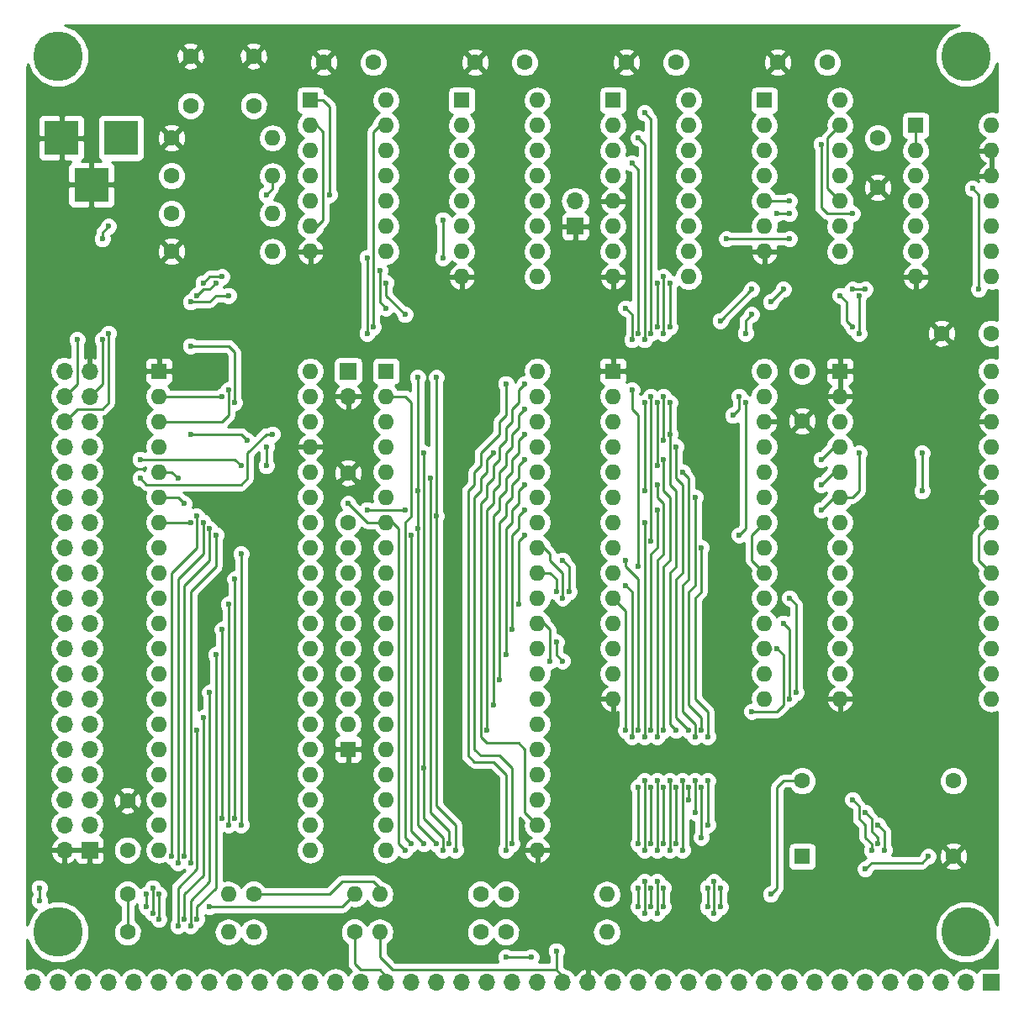
<source format=gbl>
G04 #@! TF.FileFunction,Copper,L2,Bot,Signal*
%FSLAX46Y46*%
G04 Gerber Fmt 4.6, Leading zero omitted, Abs format (unit mm)*
G04 Created by KiCad (PCBNEW 4.0.7) date 09/06/19 19:50:18*
%MOMM*%
%LPD*%
G01*
G04 APERTURE LIST*
%ADD10C,0.100000*%
%ADD11R,1.700000X1.700000*%
%ADD12O,1.700000X1.700000*%
%ADD13R,3.500000X3.500000*%
%ADD14C,5.000000*%
%ADD15C,1.600000*%
%ADD16O,1.600000X1.600000*%
%ADD17R,1.600000X1.600000*%
%ADD18C,0.600000*%
%ADD19C,0.250000*%
%ADD20C,0.254000*%
G04 APERTURE END LIST*
D10*
D11*
X198120000Y-145415000D03*
D12*
X195580000Y-145415000D03*
X193040000Y-145415000D03*
X190500000Y-145415000D03*
X187960000Y-145415000D03*
X185420000Y-145415000D03*
X182880000Y-145415000D03*
X180340000Y-145415000D03*
X177800000Y-145415000D03*
X175260000Y-145415000D03*
X172720000Y-145415000D03*
X170180000Y-145415000D03*
X167640000Y-145415000D03*
X165100000Y-145415000D03*
X162560000Y-145415000D03*
X160020000Y-145415000D03*
X157480000Y-145415000D03*
X154940000Y-145415000D03*
X152400000Y-145415000D03*
X149860000Y-145415000D03*
X147320000Y-145415000D03*
X144780000Y-145415000D03*
X142240000Y-145415000D03*
X139700000Y-145415000D03*
X137160000Y-145415000D03*
X134620000Y-145415000D03*
X132080000Y-145415000D03*
X129540000Y-145415000D03*
X127000000Y-145415000D03*
X124460000Y-145415000D03*
X121920000Y-145415000D03*
X119380000Y-145415000D03*
X116840000Y-145415000D03*
X114300000Y-145415000D03*
X111760000Y-145415000D03*
X109220000Y-145415000D03*
X106680000Y-145415000D03*
X104140000Y-145415000D03*
X101600000Y-145415000D03*
D11*
X107315000Y-132080000D03*
D12*
X104775000Y-132080000D03*
X107315000Y-129540000D03*
X104775000Y-129540000D03*
X107315000Y-127000000D03*
X104775000Y-127000000D03*
X107315000Y-124460000D03*
X104775000Y-124460000D03*
X107315000Y-121920000D03*
X104775000Y-121920000D03*
X107315000Y-119380000D03*
X104775000Y-119380000D03*
X107315000Y-116840000D03*
X104775000Y-116840000D03*
X107315000Y-114300000D03*
X104775000Y-114300000D03*
X107315000Y-111760000D03*
X104775000Y-111760000D03*
X107315000Y-109220000D03*
X104775000Y-109220000D03*
X107315000Y-106680000D03*
X104775000Y-106680000D03*
X107315000Y-104140000D03*
X104775000Y-104140000D03*
X107315000Y-101600000D03*
X104775000Y-101600000D03*
X107315000Y-99060000D03*
X104775000Y-99060000D03*
X107315000Y-96520000D03*
X104775000Y-96520000D03*
X107315000Y-93980000D03*
X104775000Y-93980000D03*
X107315000Y-91440000D03*
X104775000Y-91440000D03*
X107315000Y-88900000D03*
X104775000Y-88900000D03*
X107315000Y-86360000D03*
X104775000Y-86360000D03*
X107315000Y-83820000D03*
X104775000Y-83820000D03*
D13*
X110490000Y-60325000D03*
X104490000Y-60325000D03*
X107490000Y-65025000D03*
D14*
X104140000Y-140335000D03*
X195580000Y-140335000D03*
X195580000Y-52070000D03*
X104140000Y-52070000D03*
D15*
X133350000Y-99060000D03*
X133350000Y-94060000D03*
X179070000Y-83820000D03*
X179070000Y-88820000D03*
X198120000Y-80010000D03*
X193120000Y-80010000D03*
X111125000Y-132080000D03*
X111125000Y-127080000D03*
X181610000Y-52705000D03*
X176610000Y-52705000D03*
X135890000Y-52705000D03*
X130890000Y-52705000D03*
X151130000Y-52705000D03*
X146130000Y-52705000D03*
X166370000Y-52705000D03*
X161370000Y-52705000D03*
X186690000Y-60325000D03*
X186690000Y-65325000D03*
X123825000Y-52070000D03*
X123825000Y-57070000D03*
X117475000Y-52070000D03*
X117475000Y-57070000D03*
D11*
X133350000Y-83820000D03*
D12*
X133350000Y-86360000D03*
D11*
X156210000Y-69215000D03*
D12*
X156210000Y-66675000D03*
D15*
X133985000Y-140335000D03*
D16*
X123825000Y-140335000D03*
D15*
X146685000Y-140335000D03*
D16*
X136525000Y-140335000D03*
D15*
X149225000Y-136525000D03*
D16*
X159385000Y-136525000D03*
D15*
X111125000Y-140335000D03*
D16*
X121285000Y-140335000D03*
D15*
X123825000Y-136525000D03*
D16*
X133985000Y-136525000D03*
D15*
X146685000Y-136525000D03*
D16*
X136525000Y-136525000D03*
D15*
X149225000Y-140335000D03*
D16*
X159385000Y-140335000D03*
D15*
X111125000Y-136525000D03*
D16*
X121285000Y-136525000D03*
D15*
X115570000Y-67945000D03*
D16*
X125730000Y-67945000D03*
D15*
X115570000Y-64135000D03*
D16*
X125730000Y-64135000D03*
D15*
X115570000Y-71755000D03*
D16*
X125730000Y-71755000D03*
D15*
X115570000Y-60325000D03*
D16*
X125730000Y-60325000D03*
D17*
X137160000Y-83820000D03*
D16*
X152400000Y-132080000D03*
X137160000Y-86360000D03*
X152400000Y-129540000D03*
X137160000Y-88900000D03*
X152400000Y-127000000D03*
X137160000Y-91440000D03*
X152400000Y-124460000D03*
X137160000Y-93980000D03*
X152400000Y-121920000D03*
X137160000Y-96520000D03*
X152400000Y-119380000D03*
X137160000Y-99060000D03*
X152400000Y-116840000D03*
X137160000Y-101600000D03*
X152400000Y-114300000D03*
X137160000Y-104140000D03*
X152400000Y-111760000D03*
X137160000Y-106680000D03*
X152400000Y-109220000D03*
X137160000Y-109220000D03*
X152400000Y-106680000D03*
X137160000Y-111760000D03*
X152400000Y-104140000D03*
X137160000Y-114300000D03*
X152400000Y-101600000D03*
X137160000Y-116840000D03*
X152400000Y-99060000D03*
X137160000Y-119380000D03*
X152400000Y-96520000D03*
X137160000Y-121920000D03*
X152400000Y-93980000D03*
X137160000Y-124460000D03*
X152400000Y-91440000D03*
X137160000Y-127000000D03*
X152400000Y-88900000D03*
X137160000Y-129540000D03*
X152400000Y-86360000D03*
X137160000Y-132080000D03*
X152400000Y-83820000D03*
D17*
X114300000Y-83820000D03*
D16*
X129540000Y-132080000D03*
X114300000Y-86360000D03*
X129540000Y-129540000D03*
X114300000Y-88900000D03*
X129540000Y-127000000D03*
X114300000Y-91440000D03*
X129540000Y-124460000D03*
X114300000Y-93980000D03*
X129540000Y-121920000D03*
X114300000Y-96520000D03*
X129540000Y-119380000D03*
X114300000Y-99060000D03*
X129540000Y-116840000D03*
X114300000Y-101600000D03*
X129540000Y-114300000D03*
X114300000Y-104140000D03*
X129540000Y-111760000D03*
X114300000Y-106680000D03*
X129540000Y-109220000D03*
X114300000Y-109220000D03*
X129540000Y-106680000D03*
X114300000Y-111760000D03*
X129540000Y-104140000D03*
X114300000Y-114300000D03*
X129540000Y-101600000D03*
X114300000Y-116840000D03*
X129540000Y-99060000D03*
X114300000Y-119380000D03*
X129540000Y-96520000D03*
X114300000Y-121920000D03*
X129540000Y-93980000D03*
X114300000Y-124460000D03*
X129540000Y-91440000D03*
X114300000Y-127000000D03*
X129540000Y-88900000D03*
X114300000Y-129540000D03*
X129540000Y-86360000D03*
X114300000Y-132080000D03*
X129540000Y-83820000D03*
D17*
X175260000Y-56515000D03*
D16*
X182880000Y-71755000D03*
X175260000Y-59055000D03*
X182880000Y-69215000D03*
X175260000Y-61595000D03*
X182880000Y-66675000D03*
X175260000Y-64135000D03*
X182880000Y-64135000D03*
X175260000Y-66675000D03*
X182880000Y-61595000D03*
X175260000Y-69215000D03*
X182880000Y-59055000D03*
X175260000Y-71755000D03*
X182880000Y-56515000D03*
D17*
X129540000Y-56515000D03*
D16*
X137160000Y-71755000D03*
X129540000Y-59055000D03*
X137160000Y-69215000D03*
X129540000Y-61595000D03*
X137160000Y-66675000D03*
X129540000Y-64135000D03*
X137160000Y-64135000D03*
X129540000Y-66675000D03*
X137160000Y-61595000D03*
X129540000Y-69215000D03*
X137160000Y-59055000D03*
X129540000Y-71755000D03*
X137160000Y-56515000D03*
D17*
X144780000Y-56515000D03*
D16*
X152400000Y-74295000D03*
X144780000Y-59055000D03*
X152400000Y-71755000D03*
X144780000Y-61595000D03*
X152400000Y-69215000D03*
X144780000Y-64135000D03*
X152400000Y-66675000D03*
X144780000Y-66675000D03*
X152400000Y-64135000D03*
X144780000Y-69215000D03*
X152400000Y-61595000D03*
X144780000Y-71755000D03*
X152400000Y-59055000D03*
X144780000Y-74295000D03*
X152400000Y-56515000D03*
D17*
X160020000Y-56515000D03*
D16*
X167640000Y-74295000D03*
X160020000Y-59055000D03*
X167640000Y-71755000D03*
X160020000Y-61595000D03*
X167640000Y-69215000D03*
X160020000Y-64135000D03*
X167640000Y-66675000D03*
X160020000Y-66675000D03*
X167640000Y-64135000D03*
X160020000Y-69215000D03*
X167640000Y-61595000D03*
X160020000Y-71755000D03*
X167640000Y-59055000D03*
X160020000Y-74295000D03*
X167640000Y-56515000D03*
D17*
X190500000Y-59055000D03*
D16*
X198120000Y-74295000D03*
X190500000Y-61595000D03*
X198120000Y-71755000D03*
X190500000Y-64135000D03*
X198120000Y-69215000D03*
X190500000Y-66675000D03*
X198120000Y-66675000D03*
X190500000Y-69215000D03*
X198120000Y-64135000D03*
X190500000Y-71755000D03*
X198120000Y-61595000D03*
X190500000Y-74295000D03*
X198120000Y-59055000D03*
D17*
X179070000Y-132715000D03*
D15*
X179070000Y-125095000D03*
X194310000Y-125095000D03*
X194310000Y-132715000D03*
D17*
X160020000Y-83820000D03*
D16*
X175260000Y-116840000D03*
X160020000Y-86360000D03*
X175260000Y-114300000D03*
X160020000Y-88900000D03*
X175260000Y-111760000D03*
X160020000Y-91440000D03*
X175260000Y-109220000D03*
X160020000Y-93980000D03*
X175260000Y-106680000D03*
X160020000Y-96520000D03*
X175260000Y-104140000D03*
X160020000Y-99060000D03*
X175260000Y-101600000D03*
X160020000Y-101600000D03*
X175260000Y-99060000D03*
X160020000Y-104140000D03*
X175260000Y-96520000D03*
X160020000Y-106680000D03*
X175260000Y-93980000D03*
X160020000Y-109220000D03*
X175260000Y-91440000D03*
X160020000Y-111760000D03*
X175260000Y-88900000D03*
X160020000Y-114300000D03*
X175260000Y-86360000D03*
X160020000Y-116840000D03*
X175260000Y-83820000D03*
D17*
X182880000Y-83820000D03*
D16*
X198120000Y-116840000D03*
X182880000Y-86360000D03*
X198120000Y-114300000D03*
X182880000Y-88900000D03*
X198120000Y-111760000D03*
X182880000Y-91440000D03*
X198120000Y-109220000D03*
X182880000Y-93980000D03*
X198120000Y-106680000D03*
X182880000Y-96520000D03*
X198120000Y-104140000D03*
X182880000Y-99060000D03*
X198120000Y-101600000D03*
X182880000Y-101600000D03*
X198120000Y-99060000D03*
X182880000Y-104140000D03*
X198120000Y-96520000D03*
X182880000Y-106680000D03*
X198120000Y-93980000D03*
X182880000Y-109220000D03*
X198120000Y-91440000D03*
X182880000Y-111760000D03*
X198120000Y-88900000D03*
X182880000Y-114300000D03*
X198120000Y-86360000D03*
X182880000Y-116840000D03*
X198120000Y-83820000D03*
D17*
X133350000Y-121920000D03*
D16*
X133350000Y-119380000D03*
X133350000Y-116840000D03*
X133350000Y-114300000D03*
X133350000Y-111760000D03*
X133350000Y-109220000D03*
X133350000Y-106680000D03*
X133350000Y-104140000D03*
X133350000Y-101600000D03*
D18*
X121920000Y-86995000D03*
X117475000Y-81280000D03*
X196215000Y-65405000D03*
X196850000Y-75565000D03*
X175895000Y-136525000D03*
X154305000Y-142240000D03*
X162560000Y-80010000D03*
X161925000Y-62865000D03*
X151130000Y-85090000D03*
X168910000Y-130810000D03*
X168275000Y-96520000D03*
X168910000Y-125730000D03*
X168910000Y-120015000D03*
X163195000Y-95885000D03*
X163195000Y-86995000D03*
X163195000Y-80645000D03*
X162560000Y-60325000D03*
X168910000Y-101600000D03*
X169545000Y-129540000D03*
X169545000Y-125095000D03*
X169545000Y-120650000D03*
X163830000Y-80010000D03*
X163830000Y-86360000D03*
X163830000Y-100965000D03*
X163195000Y-57785000D03*
X186690000Y-129540000D03*
X187325000Y-132080000D03*
X167005000Y-93980000D03*
X168275000Y-128270000D03*
X168275000Y-125095000D03*
X168275000Y-120650000D03*
X164465000Y-74930000D03*
X164465000Y-79375000D03*
X164465000Y-86995000D03*
X164465000Y-93345000D03*
X185420000Y-128270000D03*
X186690000Y-131445000D03*
X166370000Y-91440000D03*
X167640000Y-127000000D03*
X167640000Y-125730000D03*
X167640000Y-120015000D03*
X165100000Y-74295000D03*
X165100000Y-80010000D03*
X165100000Y-86360000D03*
X165100000Y-90805000D03*
X186055000Y-132080000D03*
X184150000Y-127000000D03*
X167005000Y-132080000D03*
X167005000Y-125095000D03*
X170815000Y-137795000D03*
X170815000Y-135890000D03*
X166370000Y-120015000D03*
X165735000Y-74930000D03*
X165735000Y-79375000D03*
X165735000Y-86995000D03*
X165735000Y-90170000D03*
X147320000Y-120015000D03*
X151130000Y-87630000D03*
X166370000Y-131445000D03*
X166370000Y-125730000D03*
X170180000Y-138430000D03*
X170180000Y-135255000D03*
X165100000Y-92710000D03*
X165100000Y-120015000D03*
X147955000Y-117475000D03*
X151130000Y-90170000D03*
X180975000Y-92710000D03*
X165735000Y-132080000D03*
X165735000Y-125095000D03*
X169545000Y-135890000D03*
X169545000Y-137795000D03*
X164465000Y-95250000D03*
X164465000Y-120650000D03*
X120650000Y-86360000D03*
X148590000Y-114935000D03*
X151130000Y-92710000D03*
X180975000Y-95250000D03*
X164465000Y-97790000D03*
X163830000Y-120015000D03*
X165100000Y-125730000D03*
X165100000Y-131445000D03*
X165100000Y-135890000D03*
X165100000Y-137795000D03*
X184785000Y-92075000D03*
X184785000Y-80010000D03*
X184785000Y-76200000D03*
X184150000Y-67945000D03*
X180975000Y-60960000D03*
X149225000Y-112395000D03*
X151130000Y-95250000D03*
X180975000Y-97790000D03*
X163195000Y-99060000D03*
X163195000Y-120650000D03*
X164465000Y-125095000D03*
X164465000Y-132080000D03*
X164465000Y-135255000D03*
X164465000Y-138430000D03*
X151130000Y-97790000D03*
X149860000Y-109855000D03*
X161290000Y-102870000D03*
X162560000Y-120015000D03*
X163830000Y-125730000D03*
X163830000Y-131445000D03*
X163830000Y-135890000D03*
X163830000Y-137795000D03*
X116205000Y-94615000D03*
X150495000Y-107315000D03*
X151130000Y-100330000D03*
X161290000Y-105410000D03*
X161925000Y-120650000D03*
X163195000Y-125095000D03*
X163195000Y-132080000D03*
X163195000Y-135255000D03*
X163195000Y-138430000D03*
X116840000Y-97155000D03*
X161290000Y-120015000D03*
X162560000Y-125730000D03*
X162560000Y-131445000D03*
X162560000Y-135890000D03*
X162560000Y-137795000D03*
X154940000Y-102870000D03*
X155575000Y-106045000D03*
X117475000Y-99060000D03*
X172720000Y-86360000D03*
X172085000Y-88265000D03*
X149225000Y-85090000D03*
X149225000Y-132080000D03*
X142240000Y-98425000D03*
X139065000Y-97790000D03*
X135255000Y-97790000D03*
X135890000Y-79375000D03*
X142240000Y-84455000D03*
X144145000Y-132080000D03*
X191770000Y-132715000D03*
X185420000Y-133985000D03*
X149860000Y-131445000D03*
X151765000Y-142875000D03*
X147955000Y-92075000D03*
X149225000Y-142875000D03*
X140970000Y-92075000D03*
X142875000Y-132080000D03*
X140970000Y-123825000D03*
X123190000Y-90805000D03*
X117475000Y-90170000D03*
X140335000Y-84455000D03*
X135255000Y-80010000D03*
X131445000Y-66040000D03*
X135255000Y-72390000D03*
X140335000Y-95885000D03*
X142240000Y-131445000D03*
X140335000Y-99695000D03*
X173990000Y-78105000D03*
X173355000Y-80010000D03*
X173355000Y-86995000D03*
X172720000Y-100330000D03*
X140970000Y-131445000D03*
X139700000Y-100330000D03*
X139700000Y-131445000D03*
X133350000Y-97155000D03*
X112395000Y-92710000D03*
X122555000Y-93345000D03*
X139065000Y-132080000D03*
X154940000Y-106680000D03*
X122555000Y-129540000D03*
X122555000Y-102235000D03*
X154305000Y-106045000D03*
X121920000Y-128905000D03*
X121920000Y-104775000D03*
X154305000Y-111125000D03*
X154940000Y-113030000D03*
X121285000Y-129540000D03*
X121285000Y-107315000D03*
X153670000Y-113030000D03*
X120650000Y-128905000D03*
X120650000Y-109855000D03*
X118110000Y-139065000D03*
X120015000Y-112395000D03*
X176530000Y-111760000D03*
X173990000Y-118110000D03*
X119380000Y-116205000D03*
X117475000Y-139700000D03*
X177165000Y-109220000D03*
X177800000Y-116840000D03*
X118745000Y-118745000D03*
X116840000Y-139065000D03*
X177800000Y-106680000D03*
X178435000Y-116205000D03*
X116205000Y-139700000D03*
X118110000Y-120015000D03*
X142875000Y-68580000D03*
X142875000Y-72390000D03*
X114300000Y-136525000D03*
X114300000Y-139065000D03*
X120015000Y-100330000D03*
X117475000Y-133350000D03*
X162560000Y-103505000D03*
X161925000Y-85725000D03*
X137160000Y-77470000D03*
X136525000Y-73660000D03*
X161925000Y-80645000D03*
X161290000Y-77470000D03*
X116840000Y-132715000D03*
X119380000Y-99695000D03*
X113665000Y-138430000D03*
X113665000Y-135890000D03*
X116205000Y-133350000D03*
X118745000Y-99060000D03*
X113030000Y-137795000D03*
X113030000Y-136525000D03*
X118745000Y-74930000D03*
X120650000Y-74295000D03*
X119380000Y-137795000D03*
X191135000Y-92075000D03*
X191135000Y-95885000D03*
X184150000Y-79375000D03*
X182880000Y-76200000D03*
X139065000Y-78105000D03*
X137160000Y-74930000D03*
X118110000Y-76200000D03*
X120015000Y-74930000D03*
X118110000Y-98425000D03*
X115570000Y-132715000D03*
X109220000Y-80010000D03*
X121285000Y-76200000D03*
X117475000Y-76835000D03*
X108585000Y-70485000D03*
X109220000Y-69215000D03*
X125095000Y-66040000D03*
X108585000Y-80645000D03*
X106045000Y-80645000D03*
X141605000Y-94615000D03*
X143510000Y-131445000D03*
X121285000Y-85725000D03*
X175895000Y-76835000D03*
X177165000Y-75565000D03*
X184150000Y-75565000D03*
X185420000Y-75565000D03*
X125095000Y-91440000D03*
X125095000Y-93345000D03*
X170815000Y-78740000D03*
X173990000Y-75565000D03*
X177800000Y-70485000D03*
X171450000Y-70485000D03*
X177800000Y-67945000D03*
X176530000Y-67945000D03*
X177800000Y-66675000D03*
X102235000Y-137160000D03*
X102235000Y-135890000D03*
X112395000Y-94615000D03*
X125730000Y-90170000D03*
D19*
X121920000Y-81915000D02*
X121920000Y-86995000D01*
X121920000Y-81915000D02*
X121285000Y-81280000D01*
X121285000Y-81280000D02*
X117475000Y-81280000D01*
X196850000Y-66040000D02*
X196215000Y-65405000D01*
X196850000Y-75565000D02*
X196850000Y-66040000D01*
X179070000Y-125095000D02*
X177165000Y-125095000D01*
X176530000Y-135890000D02*
X175895000Y-136525000D01*
X176530000Y-125730000D02*
X176530000Y-135890000D01*
X177165000Y-125095000D02*
X176530000Y-125730000D01*
X154305000Y-144145000D02*
X154305000Y-142240000D01*
X154940000Y-145415000D02*
X154940000Y-144780000D01*
X154940000Y-144780000D02*
X154305000Y-144145000D01*
X154305000Y-144145000D02*
X137795000Y-144145000D01*
X137795000Y-144145000D02*
X136525000Y-142875000D01*
X136525000Y-142875000D02*
X136525000Y-140335000D01*
X123825000Y-136525000D02*
X131445000Y-136525000D01*
X135890000Y-135255000D02*
X136525000Y-135890000D01*
X132715000Y-135255000D02*
X135890000Y-135255000D01*
X131445000Y-136525000D02*
X132715000Y-135255000D01*
X136525000Y-135890000D02*
X136525000Y-136525000D01*
X111125000Y-140335000D02*
X111125000Y-136525000D01*
X129540000Y-59055000D02*
X130175000Y-59055000D01*
X130175000Y-59055000D02*
X130810000Y-59690000D01*
X130810000Y-68580000D02*
X130175000Y-69215000D01*
X130810000Y-59690000D02*
X130810000Y-68580000D01*
X130175000Y-69215000D02*
X129540000Y-69215000D01*
X162560000Y-63500000D02*
X162560000Y-80010000D01*
X161925000Y-62865000D02*
X162560000Y-63500000D01*
X147320000Y-121285000D02*
X150495000Y-121285000D01*
X151130000Y-128270000D02*
X152400000Y-129540000D01*
X151130000Y-121920000D02*
X151130000Y-128270000D01*
X150495000Y-121285000D02*
X151130000Y-121920000D01*
X147320000Y-121285000D02*
X146685000Y-120650000D01*
X151130000Y-85090000D02*
X150495000Y-85725000D01*
X150495000Y-85725000D02*
X150495000Y-86995000D01*
X150495000Y-86995000D02*
X149860000Y-87630000D01*
X149860000Y-87630000D02*
X149860000Y-88900000D01*
X149860000Y-88900000D02*
X149225000Y-89535000D01*
X149225000Y-89535000D02*
X149225000Y-90805000D01*
X149225000Y-90805000D02*
X148590000Y-91440000D01*
X148590000Y-91440000D02*
X148590000Y-92710000D01*
X148590000Y-92710000D02*
X147955000Y-93345000D01*
X147955000Y-93345000D02*
X147955000Y-94615000D01*
X147955000Y-94615000D02*
X147320000Y-95250000D01*
X147320000Y-95250000D02*
X147320000Y-96520000D01*
X147320000Y-96520000D02*
X146685000Y-97155000D01*
X146685000Y-97155000D02*
X146685000Y-120650000D01*
X168910000Y-128905000D02*
X168910000Y-130810000D01*
X168910000Y-125730000D02*
X168910000Y-128905000D01*
X168910000Y-118745000D02*
X168910000Y-120015000D01*
X167640000Y-117475000D02*
X168910000Y-118745000D01*
X167640000Y-106045000D02*
X167640000Y-117475000D01*
X168275000Y-105410000D02*
X167640000Y-106045000D01*
X168275000Y-105410000D02*
X168275000Y-96520000D01*
X163195000Y-86995000D02*
X163195000Y-95885000D01*
X163195000Y-63500000D02*
X163195000Y-80645000D01*
X162560000Y-60325000D02*
X163195000Y-60960000D01*
X163195000Y-60960000D02*
X163195000Y-63500000D01*
X169545000Y-129540000D02*
X169545000Y-128905000D01*
X169545000Y-125095000D02*
X169545000Y-128905000D01*
X169545000Y-118110000D02*
X169545000Y-120650000D01*
X168275000Y-116840000D02*
X169545000Y-118110000D01*
X168275000Y-106680000D02*
X168275000Y-116840000D01*
X168910000Y-106045000D02*
X168275000Y-106680000D01*
X168910000Y-106045000D02*
X168910000Y-101600000D01*
X163830000Y-61595000D02*
X163830000Y-80010000D01*
X163830000Y-86360000D02*
X163830000Y-100965000D01*
X163830000Y-61595000D02*
X163830000Y-60960000D01*
X163195000Y-57785000D02*
X163830000Y-58420000D01*
X163830000Y-58420000D02*
X163830000Y-60960000D01*
X187325000Y-130175000D02*
X186690000Y-129540000D01*
X187325000Y-132080000D02*
X187325000Y-130175000D01*
X168275000Y-128270000D02*
X168275000Y-125095000D01*
X168275000Y-119380000D02*
X168275000Y-120650000D01*
X167005000Y-118110000D02*
X168275000Y-119380000D01*
X167005000Y-105410000D02*
X167005000Y-118110000D01*
X167640000Y-104775000D02*
X167005000Y-105410000D01*
X167640000Y-94615000D02*
X167640000Y-104775000D01*
X167640000Y-94615000D02*
X167005000Y-93980000D01*
X164465000Y-74930000D02*
X164465000Y-79375000D01*
X164465000Y-86995000D02*
X164465000Y-93345000D01*
X186055000Y-129540000D02*
X186055000Y-128905000D01*
X186055000Y-128905000D02*
X185420000Y-128270000D01*
X186690000Y-130810000D02*
X186690000Y-131445000D01*
X186055000Y-130175000D02*
X186690000Y-130810000D01*
X186055000Y-129540000D02*
X186055000Y-130175000D01*
X167640000Y-127000000D02*
X167640000Y-125730000D01*
X166370000Y-118745000D02*
X167640000Y-120015000D01*
X166370000Y-104775000D02*
X166370000Y-118745000D01*
X167005000Y-104140000D02*
X166370000Y-104775000D01*
X167005000Y-95250000D02*
X167005000Y-104140000D01*
X166370000Y-94615000D02*
X167005000Y-95250000D01*
X166370000Y-94615000D02*
X166370000Y-91440000D01*
X165100000Y-74295000D02*
X165100000Y-80010000D01*
X165100000Y-86360000D02*
X165100000Y-90805000D01*
X186055000Y-131445000D02*
X186055000Y-132080000D01*
X185420000Y-130810000D02*
X186055000Y-131445000D01*
X185420000Y-129540000D02*
X185420000Y-130810000D01*
X184785000Y-128905000D02*
X185420000Y-129540000D01*
X184785000Y-127635000D02*
X184785000Y-128905000D01*
X184150000Y-127000000D02*
X184785000Y-127635000D01*
X167005000Y-132080000D02*
X167005000Y-125095000D01*
X170815000Y-137795000D02*
X170815000Y-135890000D01*
X165735000Y-95250000D02*
X165735000Y-90170000D01*
X166370000Y-95885000D02*
X165735000Y-95250000D01*
X166370000Y-103505000D02*
X166370000Y-95885000D01*
X165735000Y-104140000D02*
X166370000Y-103505000D01*
X165735000Y-119380000D02*
X165735000Y-104140000D01*
X166370000Y-120015000D02*
X165735000Y-119380000D01*
X165735000Y-74930000D02*
X165735000Y-79375000D01*
X165735000Y-86995000D02*
X165735000Y-90170000D01*
X147320000Y-97790000D02*
X147320000Y-120015000D01*
X147955000Y-97155000D02*
X147320000Y-97790000D01*
X147955000Y-95885000D02*
X147955000Y-97155000D01*
X148590000Y-95250000D02*
X147955000Y-95885000D01*
X148590000Y-93980000D02*
X148590000Y-95250000D01*
X149225000Y-93345000D02*
X148590000Y-93980000D01*
X149225000Y-92075000D02*
X149225000Y-93345000D01*
X149860000Y-91440000D02*
X149225000Y-92075000D01*
X149860000Y-90170000D02*
X149860000Y-91440000D01*
X150495000Y-89535000D02*
X149860000Y-90170000D01*
X150495000Y-88265000D02*
X150495000Y-89535000D01*
X151130000Y-87630000D02*
X150495000Y-88265000D01*
X166370000Y-131445000D02*
X166370000Y-125730000D01*
X170180000Y-138430000D02*
X170180000Y-135255000D01*
X165100000Y-95885000D02*
X165100000Y-92710000D01*
X165735000Y-96520000D02*
X165100000Y-95885000D01*
X165735000Y-102870000D02*
X165735000Y-96520000D01*
X165100000Y-103505000D02*
X165735000Y-102870000D01*
X165100000Y-120015000D02*
X165100000Y-103505000D01*
X147955000Y-98425000D02*
X147955000Y-117475000D01*
X148590000Y-97790000D02*
X147955000Y-98425000D01*
X148590000Y-96520000D02*
X148590000Y-97790000D01*
X149225000Y-95885000D02*
X148590000Y-96520000D01*
X149225000Y-94615000D02*
X149225000Y-95885000D01*
X149860000Y-93980000D02*
X149225000Y-94615000D01*
X149860000Y-92710000D02*
X149860000Y-93980000D01*
X150495000Y-92075000D02*
X149860000Y-92710000D01*
X150495000Y-90805000D02*
X150495000Y-92075000D01*
X151130000Y-90170000D02*
X150495000Y-90805000D01*
X180975000Y-92710000D02*
X182245000Y-91440000D01*
X182245000Y-91440000D02*
X182880000Y-91440000D01*
X165735000Y-132080000D02*
X165735000Y-125095000D01*
X169545000Y-137795000D02*
X169545000Y-135890000D01*
X164465000Y-96520000D02*
X164465000Y-95250000D01*
X165100000Y-97155000D02*
X164465000Y-96520000D01*
X165100000Y-102235000D02*
X165100000Y-97155000D01*
X164465000Y-102870000D02*
X165100000Y-102235000D01*
X164465000Y-120650000D02*
X164465000Y-102870000D01*
X114300000Y-86360000D02*
X120650000Y-86360000D01*
X148590000Y-99060000D02*
X148590000Y-114935000D01*
X149225000Y-98425000D02*
X148590000Y-99060000D01*
X149225000Y-97155000D02*
X149225000Y-98425000D01*
X149860000Y-96520000D02*
X149225000Y-97155000D01*
X149860000Y-95250000D02*
X149860000Y-96520000D01*
X150495000Y-94615000D02*
X149860000Y-95250000D01*
X150495000Y-93345000D02*
X150495000Y-94615000D01*
X151130000Y-92710000D02*
X150495000Y-93345000D01*
X180975000Y-95250000D02*
X182245000Y-93980000D01*
X182245000Y-93980000D02*
X182880000Y-93980000D01*
X164465000Y-101600000D02*
X164465000Y-97790000D01*
X163830000Y-102235000D02*
X164465000Y-101600000D01*
X163830000Y-107950000D02*
X163830000Y-102235000D01*
X163830000Y-120015000D02*
X163830000Y-107950000D01*
X165100000Y-131445000D02*
X165100000Y-125730000D01*
X165100000Y-137795000D02*
X165100000Y-135890000D01*
X184150000Y-96520000D02*
X184785000Y-95885000D01*
X184785000Y-95885000D02*
X184785000Y-92075000D01*
X184785000Y-80010000D02*
X184785000Y-76200000D01*
X184150000Y-96520000D02*
X182880000Y-96520000D01*
X181610000Y-67945000D02*
X184150000Y-67945000D01*
X180975000Y-67310000D02*
X181610000Y-67945000D01*
X180975000Y-66675000D02*
X180975000Y-67310000D01*
X180975000Y-60960000D02*
X180975000Y-66675000D01*
X149225000Y-99695000D02*
X149225000Y-112395000D01*
X149860000Y-99060000D02*
X149225000Y-99695000D01*
X149860000Y-97790000D02*
X149860000Y-99060000D01*
X150495000Y-97155000D02*
X149860000Y-97790000D01*
X150495000Y-95885000D02*
X150495000Y-97155000D01*
X151130000Y-95250000D02*
X150495000Y-95885000D01*
X180975000Y-97790000D02*
X182245000Y-96520000D01*
X182245000Y-96520000D02*
X182880000Y-96520000D01*
X163195000Y-120650000D02*
X163195000Y-99060000D01*
X164465000Y-132080000D02*
X164465000Y-125095000D01*
X164465000Y-138430000D02*
X164465000Y-135255000D01*
X149860000Y-109855000D02*
X149860000Y-100330000D01*
X151130000Y-97790000D02*
X150495000Y-98425000D01*
X150495000Y-98425000D02*
X150495000Y-99695000D01*
X150495000Y-99695000D02*
X149860000Y-100330000D01*
X161290000Y-103505000D02*
X161290000Y-102870000D01*
X162560000Y-104775000D02*
X161290000Y-103505000D01*
X162560000Y-120015000D02*
X162560000Y-104775000D01*
X163830000Y-131445000D02*
X163830000Y-125730000D01*
X163830000Y-137795000D02*
X163830000Y-135890000D01*
X114300000Y-93980000D02*
X115570000Y-93980000D01*
X116205000Y-94615000D02*
X115570000Y-93980000D01*
X150495000Y-100965000D02*
X150495000Y-107315000D01*
X151130000Y-100330000D02*
X150495000Y-100965000D01*
X161925000Y-106045000D02*
X161290000Y-105410000D01*
X161925000Y-120650000D02*
X161925000Y-106045000D01*
X163195000Y-132080000D02*
X163195000Y-125095000D01*
X163195000Y-138430000D02*
X163195000Y-135255000D01*
X116840000Y-97155000D02*
X116205000Y-96520000D01*
X116205000Y-96520000D02*
X114300000Y-96520000D01*
X161290000Y-107950000D02*
X160020000Y-106680000D01*
X161290000Y-120015000D02*
X161290000Y-107950000D01*
X162560000Y-131445000D02*
X162560000Y-125730000D01*
X162560000Y-137795000D02*
X162560000Y-135890000D01*
X155575000Y-103505000D02*
X154940000Y-102870000D01*
X155575000Y-106045000D02*
X155575000Y-103505000D01*
X117475000Y-99060000D02*
X114300000Y-99060000D01*
X172720000Y-87630000D02*
X172720000Y-86360000D01*
X172085000Y-88265000D02*
X172720000Y-87630000D01*
X149225000Y-85090000D02*
X149225000Y-86995000D01*
X145415000Y-122555000D02*
X146050000Y-123190000D01*
X145415000Y-95885000D02*
X145415000Y-121285000D01*
X146050000Y-95250000D02*
X145415000Y-95885000D01*
X146050000Y-93980000D02*
X146050000Y-95250000D01*
X146685000Y-93345000D02*
X146050000Y-93980000D01*
X146685000Y-92075000D02*
X146685000Y-93345000D01*
X148590000Y-90170000D02*
X146685000Y-92075000D01*
X148590000Y-88900000D02*
X148590000Y-90170000D01*
X149225000Y-88265000D02*
X148590000Y-88900000D01*
X149225000Y-86995000D02*
X149225000Y-88265000D01*
X145415000Y-121285000D02*
X145415000Y-122555000D01*
X149225000Y-124460000D02*
X149225000Y-132080000D01*
X149225000Y-124460000D02*
X147955000Y-123190000D01*
X146050000Y-123190000D02*
X147955000Y-123190000D01*
X135890000Y-97790000D02*
X135255000Y-97790000D01*
X135890000Y-97790000D02*
X139065000Y-97790000D01*
X135890000Y-59690000D02*
X135890000Y-79375000D01*
X135890000Y-59690000D02*
X136525000Y-59055000D01*
X142240000Y-122555000D02*
X142240000Y-99695000D01*
X142240000Y-99695000D02*
X142240000Y-98425000D01*
X142240000Y-98425000D02*
X142240000Y-84455000D01*
X142240000Y-127635000D02*
X142240000Y-122555000D01*
X144145000Y-129540000D02*
X142240000Y-127635000D01*
X144145000Y-132080000D02*
X144145000Y-129540000D01*
X137160000Y-59055000D02*
X136525000Y-59055000D01*
X146685000Y-122555000D02*
X148590000Y-122555000D01*
X149860000Y-123825000D02*
X149860000Y-131445000D01*
X148590000Y-122555000D02*
X149860000Y-123825000D01*
X191135000Y-133350000D02*
X191770000Y-132715000D01*
X186055000Y-133350000D02*
X191135000Y-133350000D01*
X185420000Y-133985000D02*
X186055000Y-133350000D01*
X146050000Y-121920000D02*
X146685000Y-122555000D01*
X146050000Y-96520000D02*
X146050000Y-121920000D01*
X146685000Y-95885000D02*
X146050000Y-96520000D01*
X146685000Y-94615000D02*
X146685000Y-95885000D01*
X147320000Y-93980000D02*
X146685000Y-94615000D01*
X147320000Y-92710000D02*
X147320000Y-93980000D01*
X147955000Y-92075000D02*
X147320000Y-92710000D01*
X149225000Y-142875000D02*
X151765000Y-142875000D01*
X140970000Y-123825000D02*
X140970000Y-92075000D01*
X142875000Y-132080000D02*
X142875000Y-131445000D01*
X142875000Y-131445000D02*
X142875000Y-130810000D01*
X142875000Y-130810000D02*
X142240000Y-130175000D01*
X142240000Y-130175000D02*
X140970000Y-128905000D01*
X140970000Y-128905000D02*
X140970000Y-123825000D01*
X123190000Y-90805000D02*
X122555000Y-90170000D01*
X122555000Y-90170000D02*
X117475000Y-90170000D01*
X135255000Y-80010000D02*
X135255000Y-72390000D01*
X140335000Y-85090000D02*
X140335000Y-84455000D01*
X140335000Y-95885000D02*
X140335000Y-85090000D01*
X130810000Y-56515000D02*
X131445000Y-57150000D01*
X130810000Y-56515000D02*
X129540000Y-56515000D01*
X131445000Y-57150000D02*
X131445000Y-66040000D01*
X140335000Y-95885000D02*
X140335000Y-97155000D01*
X140335000Y-99695000D02*
X140335000Y-97155000D01*
X142240000Y-131445000D02*
X140335000Y-129540000D01*
X140335000Y-129540000D02*
X140335000Y-99695000D01*
X173990000Y-78105000D02*
X173355000Y-78740000D01*
X173355000Y-78740000D02*
X173355000Y-80010000D01*
X173355000Y-99695000D02*
X173355000Y-86995000D01*
X172720000Y-100330000D02*
X173355000Y-99695000D01*
X140970000Y-131445000D02*
X139700000Y-130175000D01*
X139700000Y-130175000D02*
X139700000Y-100330000D01*
X139065000Y-99695000D02*
X139065000Y-99060000D01*
X139065000Y-99060000D02*
X139700000Y-98425000D01*
X139065000Y-86360000D02*
X138430000Y-86360000D01*
X139700000Y-86995000D02*
X139065000Y-86360000D01*
X139700000Y-98425000D02*
X139700000Y-86995000D01*
X138430000Y-86360000D02*
X137160000Y-86360000D01*
X139065000Y-130810000D02*
X139065000Y-99695000D01*
X139700000Y-131445000D02*
X139065000Y-130810000D01*
X133985000Y-140335000D02*
X133985000Y-143510000D01*
X136525000Y-144145000D02*
X137160000Y-144780000D01*
X134620000Y-144145000D02*
X136525000Y-144145000D01*
X133985000Y-143510000D02*
X134620000Y-144145000D01*
X137160000Y-144780000D02*
X137160000Y-145415000D01*
X134620000Y-98425000D02*
X133350000Y-97155000D01*
X135255000Y-99060000D02*
X134620000Y-98425000D01*
X137160000Y-99060000D02*
X135255000Y-99060000D01*
X121920000Y-92710000D02*
X112395000Y-92710000D01*
X122555000Y-93345000D02*
X121920000Y-92710000D01*
X138430000Y-130810000D02*
X138430000Y-131445000D01*
X138430000Y-131445000D02*
X139065000Y-132080000D01*
X138430000Y-100330000D02*
X138430000Y-99695000D01*
X138430000Y-99695000D02*
X137795000Y-99060000D01*
X137795000Y-99060000D02*
X137160000Y-99060000D01*
X138430000Y-130810000D02*
X138430000Y-100330000D01*
X154940000Y-104140000D02*
X153670000Y-102870000D01*
X153670000Y-102235000D02*
X153035000Y-101600000D01*
X153670000Y-102870000D02*
X153670000Y-102235000D01*
X153035000Y-101600000D02*
X152400000Y-101600000D01*
X154940000Y-106680000D02*
X154940000Y-104140000D01*
X159385000Y-109220000D02*
X160020000Y-109220000D01*
X122555000Y-125095000D02*
X122555000Y-102235000D01*
X122555000Y-129540000D02*
X122555000Y-125095000D01*
X153670000Y-104140000D02*
X152400000Y-104140000D01*
X154305000Y-106045000D02*
X154305000Y-104775000D01*
X154305000Y-104775000D02*
X153670000Y-104140000D01*
X121920000Y-125730000D02*
X121920000Y-104775000D01*
X121920000Y-128905000D02*
X121920000Y-125730000D01*
X154305000Y-112395000D02*
X154305000Y-111125000D01*
X154940000Y-113030000D02*
X154305000Y-112395000D01*
X121285000Y-125095000D02*
X121285000Y-107315000D01*
X121285000Y-127635000D02*
X121285000Y-125095000D01*
X121285000Y-129540000D02*
X121285000Y-127635000D01*
X153670000Y-109855000D02*
X153035000Y-109220000D01*
X153670000Y-113030000D02*
X153670000Y-109855000D01*
X153035000Y-109220000D02*
X152400000Y-109220000D01*
X120650000Y-125730000D02*
X120650000Y-109855000D01*
X120650000Y-128270000D02*
X120650000Y-125730000D01*
X120650000Y-128905000D02*
X120650000Y-128270000D01*
X120015000Y-125095000D02*
X120015000Y-112395000D01*
X118110000Y-139065000D02*
X118110000Y-137795000D01*
X118110000Y-137795000D02*
X120015000Y-135890000D01*
X120015000Y-135890000D02*
X120015000Y-125095000D01*
X175895000Y-118110000D02*
X176530000Y-118110000D01*
X177165000Y-112395000D02*
X176530000Y-111760000D01*
X177165000Y-117475000D02*
X177165000Y-112395000D01*
X176530000Y-118110000D02*
X177165000Y-117475000D01*
X175260000Y-111760000D02*
X175895000Y-111760000D01*
X175895000Y-118110000D02*
X173990000Y-118110000D01*
X119380000Y-125730000D02*
X119380000Y-120015000D01*
X119380000Y-120015000D02*
X119380000Y-116205000D01*
X117475000Y-139700000D02*
X117475000Y-137160000D01*
X117475000Y-137160000D02*
X119380000Y-135255000D01*
X119380000Y-135255000D02*
X119380000Y-125730000D01*
X177800000Y-109855000D02*
X177165000Y-109220000D01*
X177800000Y-116840000D02*
X177800000Y-109855000D01*
X118745000Y-120650000D02*
X118745000Y-125095000D01*
X118745000Y-120650000D02*
X118745000Y-118745000D01*
X118745000Y-134620000D02*
X118745000Y-125095000D01*
X116840000Y-136525000D02*
X118745000Y-134620000D01*
X116840000Y-139065000D02*
X116840000Y-136525000D01*
X178435000Y-107315000D02*
X177800000Y-106680000D01*
X178435000Y-116205000D02*
X178435000Y-107315000D01*
X118110000Y-120015000D02*
X118110000Y-125730000D01*
X116205000Y-135890000D02*
X116205000Y-139700000D01*
X118110000Y-133985000D02*
X118110000Y-125730000D01*
X116205000Y-135890000D02*
X118110000Y-133985000D01*
X142875000Y-72390000D02*
X142875000Y-68580000D01*
X120015000Y-103505000D02*
X120015000Y-100330000D01*
X117475000Y-106045000D02*
X120015000Y-103505000D01*
X117475000Y-133350000D02*
X117475000Y-106045000D01*
X114300000Y-139065000D02*
X114300000Y-136525000D01*
X175260000Y-99060000D02*
X173990000Y-100330000D01*
X173990000Y-102870000D02*
X175260000Y-104140000D01*
X173990000Y-100330000D02*
X173990000Y-102870000D01*
X162560000Y-103505000D02*
X162560000Y-88265000D01*
X162560000Y-88265000D02*
X161925000Y-87630000D01*
X161925000Y-87630000D02*
X161925000Y-85725000D01*
X136525000Y-76835000D02*
X136525000Y-73660000D01*
X136525000Y-76835000D02*
X137160000Y-77470000D01*
X161925000Y-78105000D02*
X161925000Y-80645000D01*
X161290000Y-77470000D02*
X161925000Y-78105000D01*
X113665000Y-135890000D02*
X113665000Y-138430000D01*
X116840000Y-132715000D02*
X116840000Y-105410000D01*
X116840000Y-105410000D02*
X119380000Y-102870000D01*
X119380000Y-102870000D02*
X119380000Y-99695000D01*
X113030000Y-136525000D02*
X113030000Y-137795000D01*
X116205000Y-105410000D02*
X116205000Y-104775000D01*
X116205000Y-104775000D02*
X118745000Y-102235000D01*
X116205000Y-133350000D02*
X116205000Y-105410000D01*
X118745000Y-102235000D02*
X118745000Y-99060000D01*
X119380000Y-74295000D02*
X118745000Y-74930000D01*
X120650000Y-74295000D02*
X119380000Y-74295000D01*
X119380000Y-137795000D02*
X132715000Y-137795000D01*
X132715000Y-137795000D02*
X133985000Y-136525000D01*
X198120000Y-104140000D02*
X196850000Y-102870000D01*
X198120000Y-104140000D02*
X197485000Y-104140000D01*
X196850000Y-102870000D02*
X196850000Y-100330000D01*
X196850000Y-100330000D02*
X198120000Y-99060000D01*
X191135000Y-92075000D02*
X191135000Y-95885000D01*
X183515000Y-78740000D02*
X184150000Y-79375000D01*
X183515000Y-76835000D02*
X183515000Y-78740000D01*
X182880000Y-76200000D02*
X183515000Y-76835000D01*
X137160000Y-76200000D02*
X137160000Y-74930000D01*
X137160000Y-76200000D02*
X139065000Y-78105000D01*
X198120000Y-99060000D02*
X197485000Y-99060000D01*
X118110000Y-76200000D02*
X118745000Y-75565000D01*
X118745000Y-75565000D02*
X119380000Y-75565000D01*
X119380000Y-75565000D02*
X120015000Y-74930000D01*
X118110000Y-101600000D02*
X118110000Y-98425000D01*
X115570000Y-104140000D02*
X118110000Y-101600000D01*
X115570000Y-132715000D02*
X115570000Y-104140000D01*
X104775000Y-88900000D02*
X106045000Y-87630000D01*
X120015000Y-76200000D02*
X121285000Y-76200000D01*
X119380000Y-76835000D02*
X120015000Y-76200000D01*
X117475000Y-76835000D02*
X119380000Y-76835000D01*
X109220000Y-86995000D02*
X109220000Y-80010000D01*
X108585000Y-87630000D02*
X109220000Y-86995000D01*
X106045000Y-87630000D02*
X108585000Y-87630000D01*
X108585000Y-80645000D02*
X108585000Y-85090000D01*
X108585000Y-70485000D02*
X108585000Y-69850000D01*
X108585000Y-69850000D02*
X109220000Y-69215000D01*
X125095000Y-66040000D02*
X125730000Y-65405000D01*
X125730000Y-64135000D02*
X125730000Y-65405000D01*
X108585000Y-85090000D02*
X107315000Y-86360000D01*
X106045000Y-80645000D02*
X106045000Y-85090000D01*
X106045000Y-85090000D02*
X104775000Y-86360000D01*
X141605000Y-123190000D02*
X141605000Y-94615000D01*
X141605000Y-128270000D02*
X141605000Y-123190000D01*
X143510000Y-130175000D02*
X141605000Y-128270000D01*
X143510000Y-131445000D02*
X143510000Y-130175000D01*
X121285000Y-87630000D02*
X121285000Y-88265000D01*
X120650000Y-88900000D02*
X120015000Y-88900000D01*
X121285000Y-88265000D02*
X120650000Y-88900000D01*
X121285000Y-87630000D02*
X121285000Y-85725000D01*
X114300000Y-88900000D02*
X120015000Y-88900000D01*
X175895000Y-76835000D02*
X177165000Y-75565000D01*
X184150000Y-75565000D02*
X185420000Y-75565000D01*
X125095000Y-93345000D02*
X125095000Y-91440000D01*
X173990000Y-75565000D02*
X170815000Y-78740000D01*
X171450000Y-70485000D02*
X177800000Y-70485000D01*
X176530000Y-67945000D02*
X177800000Y-67945000D01*
X182880000Y-66675000D02*
X181610000Y-65405000D01*
X181610000Y-65405000D02*
X181610000Y-60325000D01*
X181610000Y-60325000D02*
X182880000Y-59055000D01*
X190500000Y-61595000D02*
X190500000Y-59055000D01*
X175260000Y-66675000D02*
X177800000Y-66675000D01*
X102235000Y-135890000D02*
X102235000Y-137160000D01*
X112395000Y-94615000D02*
X113030000Y-95250000D01*
X113030000Y-95250000D02*
X122555000Y-95250000D01*
X122555000Y-95250000D02*
X123190000Y-94615000D01*
X123190000Y-94615000D02*
X123190000Y-92075000D01*
X123190000Y-92075000D02*
X125095000Y-90170000D01*
X125095000Y-90170000D02*
X125730000Y-90170000D01*
D20*
G36*
X193806485Y-49410727D02*
X192923826Y-50291847D01*
X192445546Y-51443674D01*
X192444457Y-52690854D01*
X192920727Y-53843515D01*
X193801847Y-54726174D01*
X194953674Y-55204454D01*
X196200854Y-55205543D01*
X197353515Y-54729273D01*
X198236174Y-53848153D01*
X198680000Y-52779301D01*
X198680000Y-57725799D01*
X198148113Y-57620000D01*
X198091887Y-57620000D01*
X197542736Y-57729233D01*
X197077189Y-58040302D01*
X196766120Y-58505849D01*
X196656887Y-59055000D01*
X196766120Y-59604151D01*
X197077189Y-60069698D01*
X197481703Y-60339986D01*
X197264866Y-60442611D01*
X196888959Y-60857577D01*
X196728096Y-61245961D01*
X196850085Y-61468000D01*
X197993000Y-61468000D01*
X197993000Y-61448000D01*
X198247000Y-61448000D01*
X198247000Y-61468000D01*
X198267000Y-61468000D01*
X198267000Y-61722000D01*
X198247000Y-61722000D01*
X198247000Y-64008000D01*
X198267000Y-64008000D01*
X198267000Y-64262000D01*
X198247000Y-64262000D01*
X198247000Y-64282000D01*
X197993000Y-64282000D01*
X197993000Y-64262000D01*
X196850085Y-64262000D01*
X196728096Y-64484039D01*
X196807032Y-64674621D01*
X196745327Y-64612808D01*
X196401799Y-64470162D01*
X196029833Y-64469838D01*
X195686057Y-64611883D01*
X195422808Y-64874673D01*
X195280162Y-65218201D01*
X195279838Y-65590167D01*
X195421883Y-65933943D01*
X195684673Y-66197192D01*
X196028201Y-66339838D01*
X196075077Y-66339879D01*
X196090000Y-66354802D01*
X196090000Y-75002537D01*
X196057808Y-75034673D01*
X195915162Y-75378201D01*
X195914838Y-75750167D01*
X196056883Y-76093943D01*
X196319673Y-76357192D01*
X196663201Y-76499838D01*
X197035167Y-76500162D01*
X197378943Y-76358117D01*
X197642192Y-76095327D01*
X197784838Y-75751799D01*
X197784910Y-75668938D01*
X198091887Y-75730000D01*
X198148113Y-75730000D01*
X198680000Y-75624201D01*
X198680000Y-78688738D01*
X198406691Y-78575250D01*
X197835813Y-78574752D01*
X197308200Y-78792757D01*
X196904176Y-79196077D01*
X196685250Y-79723309D01*
X196684752Y-80294187D01*
X196902757Y-80821800D01*
X197306077Y-81225824D01*
X197833309Y-81444750D01*
X198404187Y-81445248D01*
X198680000Y-81331285D01*
X198680000Y-82490799D01*
X198148113Y-82385000D01*
X198091887Y-82385000D01*
X197542736Y-82494233D01*
X197077189Y-82805302D01*
X196766120Y-83270849D01*
X196656887Y-83820000D01*
X196766120Y-84369151D01*
X197077189Y-84834698D01*
X197459275Y-85090000D01*
X197077189Y-85345302D01*
X196766120Y-85810849D01*
X196656887Y-86360000D01*
X196766120Y-86909151D01*
X197077189Y-87374698D01*
X197481703Y-87644986D01*
X197264866Y-87747611D01*
X196888959Y-88162577D01*
X196728096Y-88550961D01*
X196850085Y-88773000D01*
X197993000Y-88773000D01*
X197993000Y-88753000D01*
X198247000Y-88753000D01*
X198247000Y-88773000D01*
X198267000Y-88773000D01*
X198267000Y-89027000D01*
X198247000Y-89027000D01*
X198247000Y-89047000D01*
X197993000Y-89047000D01*
X197993000Y-89027000D01*
X196850085Y-89027000D01*
X196728096Y-89249039D01*
X196888959Y-89637423D01*
X197264866Y-90052389D01*
X197481703Y-90155014D01*
X197077189Y-90425302D01*
X196766120Y-90890849D01*
X196656887Y-91440000D01*
X196766120Y-91989151D01*
X197077189Y-92454698D01*
X197459275Y-92710000D01*
X197077189Y-92965302D01*
X196766120Y-93430849D01*
X196656887Y-93980000D01*
X196766120Y-94529151D01*
X197077189Y-94994698D01*
X197481703Y-95264986D01*
X197264866Y-95367611D01*
X196888959Y-95782577D01*
X196728096Y-96170961D01*
X196850085Y-96393000D01*
X197993000Y-96393000D01*
X197993000Y-96373000D01*
X198247000Y-96373000D01*
X198247000Y-96393000D01*
X198267000Y-96393000D01*
X198267000Y-96647000D01*
X198247000Y-96647000D01*
X198247000Y-96667000D01*
X197993000Y-96667000D01*
X197993000Y-96647000D01*
X196850085Y-96647000D01*
X196728096Y-96869039D01*
X196888959Y-97257423D01*
X197264866Y-97672389D01*
X197481703Y-97775014D01*
X197077189Y-98045302D01*
X196766120Y-98510849D01*
X196656887Y-99060000D01*
X196721312Y-99383886D01*
X196312599Y-99792599D01*
X196147852Y-100039161D01*
X196090000Y-100330000D01*
X196090000Y-102870000D01*
X196147852Y-103160839D01*
X196312599Y-103407401D01*
X196721312Y-103816114D01*
X196656887Y-104140000D01*
X196766120Y-104689151D01*
X197077189Y-105154698D01*
X197459275Y-105410000D01*
X197077189Y-105665302D01*
X196766120Y-106130849D01*
X196656887Y-106680000D01*
X196766120Y-107229151D01*
X197077189Y-107694698D01*
X197459275Y-107950000D01*
X197077189Y-108205302D01*
X196766120Y-108670849D01*
X196656887Y-109220000D01*
X196766120Y-109769151D01*
X197077189Y-110234698D01*
X197459275Y-110490000D01*
X197077189Y-110745302D01*
X196766120Y-111210849D01*
X196656887Y-111760000D01*
X196766120Y-112309151D01*
X197077189Y-112774698D01*
X197459275Y-113030000D01*
X197077189Y-113285302D01*
X196766120Y-113750849D01*
X196656887Y-114300000D01*
X196766120Y-114849151D01*
X197077189Y-115314698D01*
X197459275Y-115570000D01*
X197077189Y-115825302D01*
X196766120Y-116290849D01*
X196656887Y-116840000D01*
X196766120Y-117389151D01*
X197077189Y-117854698D01*
X197542736Y-118165767D01*
X198091887Y-118275000D01*
X198148113Y-118275000D01*
X198680000Y-118169201D01*
X198680000Y-139628125D01*
X198239273Y-138561485D01*
X197358153Y-137678826D01*
X196206326Y-137200546D01*
X194959146Y-137199457D01*
X193806485Y-137675727D01*
X192923826Y-138556847D01*
X192445546Y-139708674D01*
X192444457Y-140955854D01*
X192920727Y-142108515D01*
X193801847Y-142991174D01*
X194953674Y-143469454D01*
X196200854Y-143470543D01*
X197353515Y-142994273D01*
X198236174Y-142113153D01*
X198680000Y-141044301D01*
X198680000Y-143917560D01*
X197270000Y-143917560D01*
X197034683Y-143961838D01*
X196818559Y-144100910D01*
X196673569Y-144313110D01*
X196659914Y-144380541D01*
X196630054Y-144335853D01*
X196148285Y-144013946D01*
X195580000Y-143900907D01*
X195011715Y-144013946D01*
X194529946Y-144335853D01*
X194310000Y-144665026D01*
X194090054Y-144335853D01*
X193608285Y-144013946D01*
X193040000Y-143900907D01*
X192471715Y-144013946D01*
X191989946Y-144335853D01*
X191770000Y-144665026D01*
X191550054Y-144335853D01*
X191068285Y-144013946D01*
X190500000Y-143900907D01*
X189931715Y-144013946D01*
X189449946Y-144335853D01*
X189230000Y-144665026D01*
X189010054Y-144335853D01*
X188528285Y-144013946D01*
X187960000Y-143900907D01*
X187391715Y-144013946D01*
X186909946Y-144335853D01*
X186690000Y-144665026D01*
X186470054Y-144335853D01*
X185988285Y-144013946D01*
X185420000Y-143900907D01*
X184851715Y-144013946D01*
X184369946Y-144335853D01*
X184150000Y-144665026D01*
X183930054Y-144335853D01*
X183448285Y-144013946D01*
X182880000Y-143900907D01*
X182311715Y-144013946D01*
X181829946Y-144335853D01*
X181610000Y-144665026D01*
X181390054Y-144335853D01*
X180908285Y-144013946D01*
X180340000Y-143900907D01*
X179771715Y-144013946D01*
X179289946Y-144335853D01*
X179070000Y-144665026D01*
X178850054Y-144335853D01*
X178368285Y-144013946D01*
X177800000Y-143900907D01*
X177231715Y-144013946D01*
X176749946Y-144335853D01*
X176530000Y-144665026D01*
X176310054Y-144335853D01*
X175828285Y-144013946D01*
X175260000Y-143900907D01*
X174691715Y-144013946D01*
X174209946Y-144335853D01*
X173990000Y-144665026D01*
X173770054Y-144335853D01*
X173288285Y-144013946D01*
X172720000Y-143900907D01*
X172151715Y-144013946D01*
X171669946Y-144335853D01*
X171450000Y-144665026D01*
X171230054Y-144335853D01*
X170748285Y-144013946D01*
X170180000Y-143900907D01*
X169611715Y-144013946D01*
X169129946Y-144335853D01*
X168910000Y-144665026D01*
X168690054Y-144335853D01*
X168208285Y-144013946D01*
X167640000Y-143900907D01*
X167071715Y-144013946D01*
X166589946Y-144335853D01*
X166370000Y-144665026D01*
X166150054Y-144335853D01*
X165668285Y-144013946D01*
X165100000Y-143900907D01*
X164531715Y-144013946D01*
X164049946Y-144335853D01*
X163830000Y-144665026D01*
X163610054Y-144335853D01*
X163128285Y-144013946D01*
X162560000Y-143900907D01*
X161991715Y-144013946D01*
X161509946Y-144335853D01*
X161290000Y-144665026D01*
X161070054Y-144335853D01*
X160588285Y-144013946D01*
X160020000Y-143900907D01*
X159451715Y-144013946D01*
X158969946Y-144335853D01*
X158742298Y-144676553D01*
X158675183Y-144533642D01*
X158246924Y-144143355D01*
X157836890Y-143973524D01*
X157607000Y-144094845D01*
X157607000Y-145288000D01*
X157627000Y-145288000D01*
X157627000Y-145542000D01*
X157607000Y-145542000D01*
X157607000Y-145562000D01*
X157353000Y-145562000D01*
X157353000Y-145542000D01*
X157333000Y-145542000D01*
X157333000Y-145288000D01*
X157353000Y-145288000D01*
X157353000Y-144094845D01*
X157123110Y-143973524D01*
X156713076Y-144143355D01*
X156284817Y-144533642D01*
X156217702Y-144676553D01*
X155990054Y-144335853D01*
X155508285Y-144013946D01*
X155184304Y-143949502D01*
X155065000Y-143830198D01*
X155065000Y-142802463D01*
X155097192Y-142770327D01*
X155239838Y-142426799D01*
X155240162Y-142054833D01*
X155098117Y-141711057D01*
X154835327Y-141447808D01*
X154491799Y-141305162D01*
X154119833Y-141304838D01*
X153776057Y-141446883D01*
X153512808Y-141709673D01*
X153370162Y-142053201D01*
X153369838Y-142425167D01*
X153511883Y-142768943D01*
X153545000Y-142802118D01*
X153545000Y-143385000D01*
X152565633Y-143385000D01*
X152699838Y-143061799D01*
X152700162Y-142689833D01*
X152558117Y-142346057D01*
X152295327Y-142082808D01*
X151951799Y-141940162D01*
X151579833Y-141939838D01*
X151236057Y-142081883D01*
X151202882Y-142115000D01*
X149787463Y-142115000D01*
X149755327Y-142082808D01*
X149411799Y-141940162D01*
X149039833Y-141939838D01*
X148696057Y-142081883D01*
X148432808Y-142344673D01*
X148290162Y-142688201D01*
X148289838Y-143060167D01*
X148424056Y-143385000D01*
X138109802Y-143385000D01*
X137285000Y-142560198D01*
X137285000Y-141538667D01*
X137567811Y-141349698D01*
X137878880Y-140884151D01*
X137931584Y-140619187D01*
X145249752Y-140619187D01*
X145467757Y-141146800D01*
X145871077Y-141550824D01*
X146398309Y-141769750D01*
X146969187Y-141770248D01*
X147496800Y-141552243D01*
X147900824Y-141148923D01*
X147954862Y-141018785D01*
X148007757Y-141146800D01*
X148411077Y-141550824D01*
X148938309Y-141769750D01*
X149509187Y-141770248D01*
X150036800Y-141552243D01*
X150440824Y-141148923D01*
X150659750Y-140621691D01*
X150660000Y-140335000D01*
X157921887Y-140335000D01*
X158031120Y-140884151D01*
X158342189Y-141349698D01*
X158807736Y-141660767D01*
X159356887Y-141770000D01*
X159413113Y-141770000D01*
X159962264Y-141660767D01*
X160427811Y-141349698D01*
X160738880Y-140884151D01*
X160848113Y-140335000D01*
X160738880Y-139785849D01*
X160427811Y-139320302D01*
X159962264Y-139009233D01*
X159413113Y-138900000D01*
X159356887Y-138900000D01*
X158807736Y-139009233D01*
X158342189Y-139320302D01*
X158031120Y-139785849D01*
X157921887Y-140335000D01*
X150660000Y-140335000D01*
X150660248Y-140050813D01*
X150442243Y-139523200D01*
X150038923Y-139119176D01*
X149511691Y-138900250D01*
X148940813Y-138899752D01*
X148413200Y-139117757D01*
X148009176Y-139521077D01*
X147955138Y-139651215D01*
X147902243Y-139523200D01*
X147498923Y-139119176D01*
X146971691Y-138900250D01*
X146400813Y-138899752D01*
X145873200Y-139117757D01*
X145469176Y-139521077D01*
X145250250Y-140048309D01*
X145249752Y-140619187D01*
X137931584Y-140619187D01*
X137988113Y-140335000D01*
X137878880Y-139785849D01*
X137567811Y-139320302D01*
X137102264Y-139009233D01*
X136553113Y-138900000D01*
X136496887Y-138900000D01*
X135947736Y-139009233D01*
X135482189Y-139320302D01*
X135257408Y-139656710D01*
X135202243Y-139523200D01*
X134798923Y-139119176D01*
X134271691Y-138900250D01*
X133700813Y-138899752D01*
X133173200Y-139117757D01*
X132769176Y-139521077D01*
X132550250Y-140048309D01*
X132549752Y-140619187D01*
X132767757Y-141146800D01*
X133171077Y-141550824D01*
X133225000Y-141573215D01*
X133225000Y-143510000D01*
X133282852Y-143800839D01*
X133447599Y-144047401D01*
X133669519Y-144269321D01*
X133569946Y-144335853D01*
X133350000Y-144665026D01*
X133130054Y-144335853D01*
X132648285Y-144013946D01*
X132080000Y-143900907D01*
X131511715Y-144013946D01*
X131029946Y-144335853D01*
X130810000Y-144665026D01*
X130590054Y-144335853D01*
X130108285Y-144013946D01*
X129540000Y-143900907D01*
X128971715Y-144013946D01*
X128489946Y-144335853D01*
X128270000Y-144665026D01*
X128050054Y-144335853D01*
X127568285Y-144013946D01*
X127000000Y-143900907D01*
X126431715Y-144013946D01*
X125949946Y-144335853D01*
X125730000Y-144665026D01*
X125510054Y-144335853D01*
X125028285Y-144013946D01*
X124460000Y-143900907D01*
X123891715Y-144013946D01*
X123409946Y-144335853D01*
X123190000Y-144665026D01*
X122970054Y-144335853D01*
X122488285Y-144013946D01*
X121920000Y-143900907D01*
X121351715Y-144013946D01*
X120869946Y-144335853D01*
X120650000Y-144665026D01*
X120430054Y-144335853D01*
X119948285Y-144013946D01*
X119380000Y-143900907D01*
X118811715Y-144013946D01*
X118329946Y-144335853D01*
X118110000Y-144665026D01*
X117890054Y-144335853D01*
X117408285Y-144013946D01*
X116840000Y-143900907D01*
X116271715Y-144013946D01*
X115789946Y-144335853D01*
X115570000Y-144665026D01*
X115350054Y-144335853D01*
X114868285Y-144013946D01*
X114300000Y-143900907D01*
X113731715Y-144013946D01*
X113249946Y-144335853D01*
X113030000Y-144665026D01*
X112810054Y-144335853D01*
X112328285Y-144013946D01*
X111760000Y-143900907D01*
X111191715Y-144013946D01*
X110709946Y-144335853D01*
X110490000Y-144665026D01*
X110270054Y-144335853D01*
X109788285Y-144013946D01*
X109220000Y-143900907D01*
X108651715Y-144013946D01*
X108169946Y-144335853D01*
X107950000Y-144665026D01*
X107730054Y-144335853D01*
X107248285Y-144013946D01*
X106680000Y-143900907D01*
X106111715Y-144013946D01*
X105629946Y-144335853D01*
X105410000Y-144665026D01*
X105190054Y-144335853D01*
X104708285Y-144013946D01*
X104140000Y-143900907D01*
X103571715Y-144013946D01*
X103089946Y-144335853D01*
X102870000Y-144665026D01*
X102650054Y-144335853D01*
X102168285Y-144013946D01*
X101600000Y-143900907D01*
X101040000Y-144012298D01*
X101040000Y-141041875D01*
X101480727Y-142108515D01*
X102361847Y-142991174D01*
X103513674Y-143469454D01*
X104760854Y-143470543D01*
X105913515Y-142994273D01*
X106796174Y-142113153D01*
X107274454Y-140961326D01*
X107275543Y-139714146D01*
X106799273Y-138561485D01*
X105918153Y-137678826D01*
X104766326Y-137200546D01*
X103519146Y-137199457D01*
X103169841Y-137343787D01*
X103170162Y-136974833D01*
X103101719Y-136809187D01*
X109689752Y-136809187D01*
X109907757Y-137336800D01*
X110311077Y-137740824D01*
X110365000Y-137763215D01*
X110365000Y-139096354D01*
X110313200Y-139117757D01*
X109909176Y-139521077D01*
X109690250Y-140048309D01*
X109689752Y-140619187D01*
X109907757Y-141146800D01*
X110311077Y-141550824D01*
X110838309Y-141769750D01*
X111409187Y-141770248D01*
X111936800Y-141552243D01*
X112340824Y-141148923D01*
X112559750Y-140621691D01*
X112560248Y-140050813D01*
X112342243Y-139523200D01*
X111938923Y-139119176D01*
X111885000Y-139096785D01*
X111885000Y-137763646D01*
X111936800Y-137742243D01*
X112112215Y-137567134D01*
X112095162Y-137608201D01*
X112094838Y-137980167D01*
X112236883Y-138323943D01*
X112499673Y-138587192D01*
X112763554Y-138696765D01*
X112871883Y-138958943D01*
X113134673Y-139222192D01*
X113398554Y-139331765D01*
X113506883Y-139593943D01*
X113769673Y-139857192D01*
X114113201Y-139999838D01*
X114485167Y-140000162D01*
X114828943Y-139858117D01*
X115092192Y-139595327D01*
X115234838Y-139251799D01*
X115235162Y-138879833D01*
X115093117Y-138536057D01*
X115060000Y-138502882D01*
X115060000Y-137087463D01*
X115092192Y-137055327D01*
X115234838Y-136711799D01*
X115235162Y-136339833D01*
X115093117Y-135996057D01*
X114830327Y-135732808D01*
X114566446Y-135623235D01*
X114458117Y-135361057D01*
X114195327Y-135097808D01*
X113851799Y-134955162D01*
X113479833Y-134954838D01*
X113136057Y-135096883D01*
X112872808Y-135359673D01*
X112763235Y-135623554D01*
X112501057Y-135731883D01*
X112394085Y-135838668D01*
X112342243Y-135713200D01*
X111938923Y-135309176D01*
X111411691Y-135090250D01*
X110840813Y-135089752D01*
X110313200Y-135307757D01*
X109909176Y-135711077D01*
X109690250Y-136238309D01*
X109689752Y-136809187D01*
X103101719Y-136809187D01*
X103028117Y-136631057D01*
X102995000Y-136597882D01*
X102995000Y-136452463D01*
X103027192Y-136420327D01*
X103169838Y-136076799D01*
X103170162Y-135704833D01*
X103028117Y-135361057D01*
X102765327Y-135097808D01*
X102421799Y-134955162D01*
X102049833Y-134954838D01*
X101706057Y-135096883D01*
X101442808Y-135359673D01*
X101300162Y-135703201D01*
X101299838Y-136075167D01*
X101441883Y-136418943D01*
X101475000Y-136452118D01*
X101475000Y-136597537D01*
X101442808Y-136629673D01*
X101300162Y-136973201D01*
X101299838Y-137345167D01*
X101441883Y-137688943D01*
X101704673Y-137952192D01*
X101976477Y-138065055D01*
X101483826Y-138556847D01*
X101040000Y-139625699D01*
X101040000Y-132436890D01*
X103333524Y-132436890D01*
X103503355Y-132846924D01*
X103893642Y-133275183D01*
X104418108Y-133521486D01*
X104648000Y-133400819D01*
X104648000Y-132207000D01*
X104902000Y-132207000D01*
X104902000Y-133400819D01*
X105131892Y-133521486D01*
X105656358Y-133275183D01*
X105838070Y-133075792D01*
X105926673Y-133289699D01*
X106105302Y-133468327D01*
X106338691Y-133565000D01*
X107029250Y-133565000D01*
X107188000Y-133406250D01*
X107188000Y-132207000D01*
X107442000Y-132207000D01*
X107442000Y-133406250D01*
X107600750Y-133565000D01*
X108291309Y-133565000D01*
X108524698Y-133468327D01*
X108703327Y-133289699D01*
X108800000Y-133056310D01*
X108800000Y-132365750D01*
X108798437Y-132364187D01*
X109689752Y-132364187D01*
X109907757Y-132891800D01*
X110311077Y-133295824D01*
X110838309Y-133514750D01*
X111409187Y-133515248D01*
X111936800Y-133297243D01*
X112340824Y-132893923D01*
X112559750Y-132366691D01*
X112560248Y-131795813D01*
X112342243Y-131268200D01*
X111938923Y-130864176D01*
X111411691Y-130645250D01*
X110840813Y-130644752D01*
X110313200Y-130862757D01*
X109909176Y-131266077D01*
X109690250Y-131793309D01*
X109689752Y-132364187D01*
X108798437Y-132364187D01*
X108641250Y-132207000D01*
X107442000Y-132207000D01*
X107188000Y-132207000D01*
X104902000Y-132207000D01*
X104648000Y-132207000D01*
X103454845Y-132207000D01*
X103333524Y-132436890D01*
X101040000Y-132436890D01*
X101040000Y-83820000D01*
X103260907Y-83820000D01*
X103373946Y-84388285D01*
X103695853Y-84870054D01*
X104025026Y-85090000D01*
X103695853Y-85309946D01*
X103373946Y-85791715D01*
X103260907Y-86360000D01*
X103373946Y-86928285D01*
X103695853Y-87410054D01*
X104025026Y-87630000D01*
X103695853Y-87849946D01*
X103373946Y-88331715D01*
X103260907Y-88900000D01*
X103373946Y-89468285D01*
X103695853Y-89950054D01*
X104025026Y-90170000D01*
X103695853Y-90389946D01*
X103373946Y-90871715D01*
X103260907Y-91440000D01*
X103373946Y-92008285D01*
X103695853Y-92490054D01*
X104025026Y-92710000D01*
X103695853Y-92929946D01*
X103373946Y-93411715D01*
X103260907Y-93980000D01*
X103373946Y-94548285D01*
X103695853Y-95030054D01*
X104025026Y-95250000D01*
X103695853Y-95469946D01*
X103373946Y-95951715D01*
X103260907Y-96520000D01*
X103373946Y-97088285D01*
X103695853Y-97570054D01*
X104025026Y-97790000D01*
X103695853Y-98009946D01*
X103373946Y-98491715D01*
X103260907Y-99060000D01*
X103373946Y-99628285D01*
X103695853Y-100110054D01*
X104025026Y-100330000D01*
X103695853Y-100549946D01*
X103373946Y-101031715D01*
X103260907Y-101600000D01*
X103373946Y-102168285D01*
X103695853Y-102650054D01*
X104025026Y-102870000D01*
X103695853Y-103089946D01*
X103373946Y-103571715D01*
X103260907Y-104140000D01*
X103373946Y-104708285D01*
X103695853Y-105190054D01*
X104025026Y-105410000D01*
X103695853Y-105629946D01*
X103373946Y-106111715D01*
X103260907Y-106680000D01*
X103373946Y-107248285D01*
X103695853Y-107730054D01*
X104025026Y-107950000D01*
X103695853Y-108169946D01*
X103373946Y-108651715D01*
X103260907Y-109220000D01*
X103373946Y-109788285D01*
X103695853Y-110270054D01*
X104025026Y-110490000D01*
X103695853Y-110709946D01*
X103373946Y-111191715D01*
X103260907Y-111760000D01*
X103373946Y-112328285D01*
X103695853Y-112810054D01*
X104025026Y-113030000D01*
X103695853Y-113249946D01*
X103373946Y-113731715D01*
X103260907Y-114300000D01*
X103373946Y-114868285D01*
X103695853Y-115350054D01*
X104025026Y-115570000D01*
X103695853Y-115789946D01*
X103373946Y-116271715D01*
X103260907Y-116840000D01*
X103373946Y-117408285D01*
X103695853Y-117890054D01*
X104025026Y-118110000D01*
X103695853Y-118329946D01*
X103373946Y-118811715D01*
X103260907Y-119380000D01*
X103373946Y-119948285D01*
X103695853Y-120430054D01*
X104025026Y-120650000D01*
X103695853Y-120869946D01*
X103373946Y-121351715D01*
X103260907Y-121920000D01*
X103373946Y-122488285D01*
X103695853Y-122970054D01*
X104025026Y-123190000D01*
X103695853Y-123409946D01*
X103373946Y-123891715D01*
X103260907Y-124460000D01*
X103373946Y-125028285D01*
X103695853Y-125510054D01*
X104025026Y-125730000D01*
X103695853Y-125949946D01*
X103373946Y-126431715D01*
X103260907Y-127000000D01*
X103373946Y-127568285D01*
X103695853Y-128050054D01*
X104025026Y-128270000D01*
X103695853Y-128489946D01*
X103373946Y-128971715D01*
X103260907Y-129540000D01*
X103373946Y-130108285D01*
X103695853Y-130590054D01*
X104036553Y-130817702D01*
X103893642Y-130884817D01*
X103503355Y-131313076D01*
X103333524Y-131723110D01*
X103454845Y-131953000D01*
X104648000Y-131953000D01*
X104648000Y-131933000D01*
X104902000Y-131933000D01*
X104902000Y-131953000D01*
X107188000Y-131953000D01*
X107188000Y-131933000D01*
X107442000Y-131933000D01*
X107442000Y-131953000D01*
X108641250Y-131953000D01*
X108800000Y-131794250D01*
X108800000Y-131103690D01*
X108703327Y-130870301D01*
X108524698Y-130691673D01*
X108350223Y-130619403D01*
X108394147Y-130590054D01*
X108716054Y-130108285D01*
X108829093Y-129540000D01*
X108716054Y-128971715D01*
X108394147Y-128489946D01*
X108064974Y-128270000D01*
X108337738Y-128087745D01*
X110296861Y-128087745D01*
X110370995Y-128333864D01*
X110908223Y-128526965D01*
X111478454Y-128499778D01*
X111879005Y-128333864D01*
X111953139Y-128087745D01*
X111125000Y-127259605D01*
X110296861Y-128087745D01*
X108337738Y-128087745D01*
X108394147Y-128050054D01*
X108716054Y-127568285D01*
X108829093Y-127000000D01*
X108801887Y-126863223D01*
X109678035Y-126863223D01*
X109705222Y-127433454D01*
X109871136Y-127834005D01*
X110117255Y-127908139D01*
X110945395Y-127080000D01*
X111304605Y-127080000D01*
X112132745Y-127908139D01*
X112378864Y-127834005D01*
X112571965Y-127296777D01*
X112544778Y-126726546D01*
X112378864Y-126325995D01*
X112132745Y-126251861D01*
X111304605Y-127080000D01*
X110945395Y-127080000D01*
X110117255Y-126251861D01*
X109871136Y-126325995D01*
X109678035Y-126863223D01*
X108801887Y-126863223D01*
X108716054Y-126431715D01*
X108475872Y-126072255D01*
X110296861Y-126072255D01*
X111125000Y-126900395D01*
X111953139Y-126072255D01*
X111879005Y-125826136D01*
X111341777Y-125633035D01*
X110771546Y-125660222D01*
X110370995Y-125826136D01*
X110296861Y-126072255D01*
X108475872Y-126072255D01*
X108394147Y-125949946D01*
X108064974Y-125730000D01*
X108394147Y-125510054D01*
X108716054Y-125028285D01*
X108829093Y-124460000D01*
X108716054Y-123891715D01*
X108394147Y-123409946D01*
X108064974Y-123190000D01*
X108394147Y-122970054D01*
X108716054Y-122488285D01*
X108829093Y-121920000D01*
X108716054Y-121351715D01*
X108394147Y-120869946D01*
X108064974Y-120650000D01*
X108394147Y-120430054D01*
X108716054Y-119948285D01*
X108829093Y-119380000D01*
X108716054Y-118811715D01*
X108394147Y-118329946D01*
X108064974Y-118110000D01*
X108394147Y-117890054D01*
X108716054Y-117408285D01*
X108829093Y-116840000D01*
X108716054Y-116271715D01*
X108394147Y-115789946D01*
X108064974Y-115570000D01*
X108394147Y-115350054D01*
X108716054Y-114868285D01*
X108829093Y-114300000D01*
X108716054Y-113731715D01*
X108394147Y-113249946D01*
X108064974Y-113030000D01*
X108394147Y-112810054D01*
X108716054Y-112328285D01*
X108829093Y-111760000D01*
X108716054Y-111191715D01*
X108394147Y-110709946D01*
X108064974Y-110490000D01*
X108394147Y-110270054D01*
X108716054Y-109788285D01*
X108829093Y-109220000D01*
X108716054Y-108651715D01*
X108394147Y-108169946D01*
X108064974Y-107950000D01*
X108394147Y-107730054D01*
X108716054Y-107248285D01*
X108829093Y-106680000D01*
X108716054Y-106111715D01*
X108394147Y-105629946D01*
X108064974Y-105410000D01*
X108394147Y-105190054D01*
X108716054Y-104708285D01*
X108829093Y-104140000D01*
X108716054Y-103571715D01*
X108394147Y-103089946D01*
X108064974Y-102870000D01*
X108394147Y-102650054D01*
X108716054Y-102168285D01*
X108829093Y-101600000D01*
X108716054Y-101031715D01*
X108394147Y-100549946D01*
X108064974Y-100330000D01*
X108394147Y-100110054D01*
X108716054Y-99628285D01*
X108829093Y-99060000D01*
X108716054Y-98491715D01*
X108394147Y-98009946D01*
X108064974Y-97790000D01*
X108394147Y-97570054D01*
X108716054Y-97088285D01*
X108829093Y-96520000D01*
X108716054Y-95951715D01*
X108394147Y-95469946D01*
X108064974Y-95250000D01*
X108394147Y-95030054D01*
X108716054Y-94548285D01*
X108829093Y-93980000D01*
X108716054Y-93411715D01*
X108394147Y-92929946D01*
X108342097Y-92895167D01*
X111459838Y-92895167D01*
X111601883Y-93238943D01*
X111864673Y-93502192D01*
X112208201Y-93644838D01*
X112580167Y-93645162D01*
X112923943Y-93503117D01*
X112933678Y-93493399D01*
X112872516Y-93800879D01*
X112581799Y-93680162D01*
X112209833Y-93679838D01*
X111866057Y-93821883D01*
X111602808Y-94084673D01*
X111460162Y-94428201D01*
X111459838Y-94800167D01*
X111601883Y-95143943D01*
X111864673Y-95407192D01*
X112208201Y-95549838D01*
X112255077Y-95549879D01*
X112492599Y-95787401D01*
X112739161Y-95952148D01*
X112941821Y-95992460D01*
X112836887Y-96520000D01*
X112946120Y-97069151D01*
X113257189Y-97534698D01*
X113639275Y-97790000D01*
X113257189Y-98045302D01*
X112946120Y-98510849D01*
X112836887Y-99060000D01*
X112946120Y-99609151D01*
X113257189Y-100074698D01*
X113639275Y-100330000D01*
X113257189Y-100585302D01*
X112946120Y-101050849D01*
X112836887Y-101600000D01*
X112946120Y-102149151D01*
X113257189Y-102614698D01*
X113639275Y-102870000D01*
X113257189Y-103125302D01*
X112946120Y-103590849D01*
X112836887Y-104140000D01*
X112946120Y-104689151D01*
X113257189Y-105154698D01*
X113639275Y-105410000D01*
X113257189Y-105665302D01*
X112946120Y-106130849D01*
X112836887Y-106680000D01*
X112946120Y-107229151D01*
X113257189Y-107694698D01*
X113639275Y-107950000D01*
X113257189Y-108205302D01*
X112946120Y-108670849D01*
X112836887Y-109220000D01*
X112946120Y-109769151D01*
X113257189Y-110234698D01*
X113639275Y-110490000D01*
X113257189Y-110745302D01*
X112946120Y-111210849D01*
X112836887Y-111760000D01*
X112946120Y-112309151D01*
X113257189Y-112774698D01*
X113639275Y-113030000D01*
X113257189Y-113285302D01*
X112946120Y-113750849D01*
X112836887Y-114300000D01*
X112946120Y-114849151D01*
X113257189Y-115314698D01*
X113639275Y-115570000D01*
X113257189Y-115825302D01*
X112946120Y-116290849D01*
X112836887Y-116840000D01*
X112946120Y-117389151D01*
X113257189Y-117854698D01*
X113639275Y-118110000D01*
X113257189Y-118365302D01*
X112946120Y-118830849D01*
X112836887Y-119380000D01*
X112946120Y-119929151D01*
X113257189Y-120394698D01*
X113639275Y-120650000D01*
X113257189Y-120905302D01*
X112946120Y-121370849D01*
X112836887Y-121920000D01*
X112946120Y-122469151D01*
X113257189Y-122934698D01*
X113639275Y-123190000D01*
X113257189Y-123445302D01*
X112946120Y-123910849D01*
X112836887Y-124460000D01*
X112946120Y-125009151D01*
X113257189Y-125474698D01*
X113639275Y-125730000D01*
X113257189Y-125985302D01*
X112946120Y-126450849D01*
X112836887Y-127000000D01*
X112946120Y-127549151D01*
X113257189Y-128014698D01*
X113639275Y-128270000D01*
X113257189Y-128525302D01*
X112946120Y-128990849D01*
X112836887Y-129540000D01*
X112946120Y-130089151D01*
X113257189Y-130554698D01*
X113639275Y-130810000D01*
X113257189Y-131065302D01*
X112946120Y-131530849D01*
X112836887Y-132080000D01*
X112946120Y-132629151D01*
X113257189Y-133094698D01*
X113722736Y-133405767D01*
X114271887Y-133515000D01*
X114328113Y-133515000D01*
X114877264Y-133405767D01*
X114913953Y-133381252D01*
X115039673Y-133507192D01*
X115303554Y-133616765D01*
X115411883Y-133878943D01*
X115674673Y-134142192D01*
X116018201Y-134284838D01*
X116390167Y-134285162D01*
X116733943Y-134143117D01*
X116839954Y-134037290D01*
X116911369Y-134108829D01*
X115667599Y-135352599D01*
X115502852Y-135599161D01*
X115445000Y-135890000D01*
X115445000Y-139137537D01*
X115412808Y-139169673D01*
X115270162Y-139513201D01*
X115269838Y-139885167D01*
X115411883Y-140228943D01*
X115674673Y-140492192D01*
X116018201Y-140634838D01*
X116390167Y-140635162D01*
X116733943Y-140493117D01*
X116839954Y-140387290D01*
X116944673Y-140492192D01*
X117288201Y-140634838D01*
X117660167Y-140635162D01*
X118003943Y-140493117D01*
X118162336Y-140335000D01*
X119821887Y-140335000D01*
X119931120Y-140884151D01*
X120242189Y-141349698D01*
X120707736Y-141660767D01*
X121256887Y-141770000D01*
X121313113Y-141770000D01*
X121862264Y-141660767D01*
X122327811Y-141349698D01*
X122555000Y-141009686D01*
X122782189Y-141349698D01*
X123247736Y-141660767D01*
X123796887Y-141770000D01*
X123853113Y-141770000D01*
X124402264Y-141660767D01*
X124867811Y-141349698D01*
X125178880Y-140884151D01*
X125288113Y-140335000D01*
X125178880Y-139785849D01*
X124867811Y-139320302D01*
X124402264Y-139009233D01*
X123853113Y-138900000D01*
X123796887Y-138900000D01*
X123247736Y-139009233D01*
X122782189Y-139320302D01*
X122555000Y-139660314D01*
X122327811Y-139320302D01*
X121862264Y-139009233D01*
X121313113Y-138900000D01*
X121256887Y-138900000D01*
X120707736Y-139009233D01*
X120242189Y-139320302D01*
X119931120Y-139785849D01*
X119821887Y-140335000D01*
X118162336Y-140335000D01*
X118267192Y-140230327D01*
X118376765Y-139966446D01*
X118638943Y-139858117D01*
X118902192Y-139595327D01*
X119044838Y-139251799D01*
X119045162Y-138879833D01*
X118939690Y-138624570D01*
X119193201Y-138729838D01*
X119565167Y-138730162D01*
X119908943Y-138588117D01*
X119942118Y-138555000D01*
X132715000Y-138555000D01*
X133005839Y-138497148D01*
X133252401Y-138332401D01*
X133679898Y-137904904D01*
X133956887Y-137960000D01*
X134013113Y-137960000D01*
X134562264Y-137850767D01*
X135027811Y-137539698D01*
X135255000Y-137199686D01*
X135482189Y-137539698D01*
X135947736Y-137850767D01*
X136496887Y-137960000D01*
X136553113Y-137960000D01*
X137102264Y-137850767D01*
X137567811Y-137539698D01*
X137878880Y-137074151D01*
X137931584Y-136809187D01*
X145249752Y-136809187D01*
X145467757Y-137336800D01*
X145871077Y-137740824D01*
X146398309Y-137959750D01*
X146969187Y-137960248D01*
X147496800Y-137742243D01*
X147900824Y-137338923D01*
X147954862Y-137208785D01*
X148007757Y-137336800D01*
X148411077Y-137740824D01*
X148938309Y-137959750D01*
X149509187Y-137960248D01*
X150036800Y-137742243D01*
X150440824Y-137338923D01*
X150659750Y-136811691D01*
X150660000Y-136525000D01*
X157921887Y-136525000D01*
X158031120Y-137074151D01*
X158342189Y-137539698D01*
X158807736Y-137850767D01*
X159356887Y-137960000D01*
X159413113Y-137960000D01*
X159962264Y-137850767D01*
X160427811Y-137539698D01*
X160738880Y-137074151D01*
X160848113Y-136525000D01*
X160758636Y-136075167D01*
X161624838Y-136075167D01*
X161766883Y-136418943D01*
X161800000Y-136452118D01*
X161800000Y-137232537D01*
X161767808Y-137264673D01*
X161625162Y-137608201D01*
X161624838Y-137980167D01*
X161766883Y-138323943D01*
X162029673Y-138587192D01*
X162293554Y-138696765D01*
X162401883Y-138958943D01*
X162664673Y-139222192D01*
X163008201Y-139364838D01*
X163380167Y-139365162D01*
X163723943Y-139223117D01*
X163829954Y-139117290D01*
X163934673Y-139222192D01*
X164278201Y-139364838D01*
X164650167Y-139365162D01*
X164993943Y-139223117D01*
X165257192Y-138960327D01*
X165366765Y-138696446D01*
X165628943Y-138588117D01*
X165892192Y-138325327D01*
X166034838Y-137981799D01*
X166035162Y-137609833D01*
X165893117Y-137266057D01*
X165860000Y-137232882D01*
X165860000Y-136452463D01*
X165892192Y-136420327D01*
X166034838Y-136076799D01*
X166034839Y-136075167D01*
X168609838Y-136075167D01*
X168751883Y-136418943D01*
X168785000Y-136452118D01*
X168785000Y-137232537D01*
X168752808Y-137264673D01*
X168610162Y-137608201D01*
X168609838Y-137980167D01*
X168751883Y-138323943D01*
X169014673Y-138587192D01*
X169278554Y-138696765D01*
X169386883Y-138958943D01*
X169649673Y-139222192D01*
X169993201Y-139364838D01*
X170365167Y-139365162D01*
X170708943Y-139223117D01*
X170972192Y-138960327D01*
X171081765Y-138696446D01*
X171343943Y-138588117D01*
X171607192Y-138325327D01*
X171749838Y-137981799D01*
X171750162Y-137609833D01*
X171608117Y-137266057D01*
X171575000Y-137232882D01*
X171575000Y-136710167D01*
X174959838Y-136710167D01*
X175101883Y-137053943D01*
X175364673Y-137317192D01*
X175708201Y-137459838D01*
X176080167Y-137460162D01*
X176423943Y-137318117D01*
X176687192Y-137055327D01*
X176829838Y-136711799D01*
X176829879Y-136664923D01*
X177067401Y-136427401D01*
X177232148Y-136180839D01*
X177290000Y-135890000D01*
X177290000Y-131915000D01*
X177622560Y-131915000D01*
X177622560Y-133515000D01*
X177666838Y-133750317D01*
X177805910Y-133966441D01*
X178018110Y-134111431D01*
X178270000Y-134162440D01*
X179870000Y-134162440D01*
X180105317Y-134118162D01*
X180321441Y-133979090D01*
X180466431Y-133766890D01*
X180517440Y-133515000D01*
X180517440Y-131915000D01*
X180473162Y-131679683D01*
X180334090Y-131463559D01*
X180121890Y-131318569D01*
X179870000Y-131267560D01*
X178270000Y-131267560D01*
X178034683Y-131311838D01*
X177818559Y-131450910D01*
X177673569Y-131663110D01*
X177622560Y-131915000D01*
X177290000Y-131915000D01*
X177290000Y-127185167D01*
X183214838Y-127185167D01*
X183356883Y-127528943D01*
X183619673Y-127792192D01*
X183963201Y-127934838D01*
X184010077Y-127934879D01*
X184025000Y-127949802D01*
X184025000Y-128905000D01*
X184082852Y-129195839D01*
X184247599Y-129442401D01*
X184660000Y-129854802D01*
X184660000Y-130810000D01*
X184717852Y-131100839D01*
X184882599Y-131347401D01*
X185210600Y-131675402D01*
X185120162Y-131893201D01*
X185119838Y-132265167D01*
X185261883Y-132608943D01*
X185491369Y-132838829D01*
X185280320Y-133049878D01*
X185234833Y-133049838D01*
X184891057Y-133191883D01*
X184627808Y-133454673D01*
X184485162Y-133798201D01*
X184484838Y-134170167D01*
X184626883Y-134513943D01*
X184889673Y-134777192D01*
X185233201Y-134919838D01*
X185605167Y-134920162D01*
X185948943Y-134778117D01*
X186212192Y-134515327D01*
X186354838Y-134171799D01*
X186354879Y-134124923D01*
X186369802Y-134110000D01*
X191135000Y-134110000D01*
X191425839Y-134052148D01*
X191672401Y-133887401D01*
X191837057Y-133722745D01*
X193481861Y-133722745D01*
X193555995Y-133968864D01*
X194093223Y-134161965D01*
X194663454Y-134134778D01*
X195064005Y-133968864D01*
X195138139Y-133722745D01*
X194310000Y-132894605D01*
X193481861Y-133722745D01*
X191837057Y-133722745D01*
X191909680Y-133650122D01*
X191955167Y-133650162D01*
X192298943Y-133508117D01*
X192562192Y-133245327D01*
X192704838Y-132901799D01*
X192705162Y-132529833D01*
X192692102Y-132498223D01*
X192863035Y-132498223D01*
X192890222Y-133068454D01*
X193056136Y-133469005D01*
X193302255Y-133543139D01*
X194130395Y-132715000D01*
X194489605Y-132715000D01*
X195317745Y-133543139D01*
X195563864Y-133469005D01*
X195756965Y-132931777D01*
X195729778Y-132361546D01*
X195563864Y-131960995D01*
X195317745Y-131886861D01*
X194489605Y-132715000D01*
X194130395Y-132715000D01*
X193302255Y-131886861D01*
X193056136Y-131960995D01*
X192863035Y-132498223D01*
X192692102Y-132498223D01*
X192563117Y-132186057D01*
X192300327Y-131922808D01*
X191956799Y-131780162D01*
X191584833Y-131779838D01*
X191241057Y-131921883D01*
X190977808Y-132184673D01*
X190835162Y-132528201D01*
X190835121Y-132575077D01*
X190820198Y-132590000D01*
X188125633Y-132590000D01*
X188259838Y-132266799D01*
X188260162Y-131894833D01*
X188182657Y-131707255D01*
X193481861Y-131707255D01*
X194310000Y-132535395D01*
X195138139Y-131707255D01*
X195064005Y-131461136D01*
X194526777Y-131268035D01*
X193956546Y-131295222D01*
X193555995Y-131461136D01*
X193481861Y-131707255D01*
X188182657Y-131707255D01*
X188118117Y-131551057D01*
X188085000Y-131517882D01*
X188085000Y-130175000D01*
X188027148Y-129884161D01*
X187862401Y-129637599D01*
X187625122Y-129400320D01*
X187625162Y-129354833D01*
X187483117Y-129011057D01*
X187220327Y-128747808D01*
X186876799Y-128605162D01*
X186751062Y-128605052D01*
X186592401Y-128367599D01*
X186355122Y-128130320D01*
X186355162Y-128084833D01*
X186213117Y-127741057D01*
X185950327Y-127477808D01*
X185606799Y-127335162D01*
X185481062Y-127335052D01*
X185322401Y-127097599D01*
X185085122Y-126860320D01*
X185085162Y-126814833D01*
X184943117Y-126471057D01*
X184680327Y-126207808D01*
X184336799Y-126065162D01*
X183964833Y-126064838D01*
X183621057Y-126206883D01*
X183357808Y-126469673D01*
X183215162Y-126813201D01*
X183214838Y-127185167D01*
X177290000Y-127185167D01*
X177290000Y-126044802D01*
X177479802Y-125855000D01*
X177831354Y-125855000D01*
X177852757Y-125906800D01*
X178256077Y-126310824D01*
X178783309Y-126529750D01*
X179354187Y-126530248D01*
X179881800Y-126312243D01*
X180285824Y-125908923D01*
X180504750Y-125381691D01*
X180504752Y-125379187D01*
X192874752Y-125379187D01*
X193092757Y-125906800D01*
X193496077Y-126310824D01*
X194023309Y-126529750D01*
X194594187Y-126530248D01*
X195121800Y-126312243D01*
X195525824Y-125908923D01*
X195744750Y-125381691D01*
X195745248Y-124810813D01*
X195527243Y-124283200D01*
X195123923Y-123879176D01*
X194596691Y-123660250D01*
X194025813Y-123659752D01*
X193498200Y-123877757D01*
X193094176Y-124281077D01*
X192875250Y-124808309D01*
X192874752Y-125379187D01*
X180504752Y-125379187D01*
X180505248Y-124810813D01*
X180287243Y-124283200D01*
X179883923Y-123879176D01*
X179356691Y-123660250D01*
X178785813Y-123659752D01*
X178258200Y-123877757D01*
X177854176Y-124281077D01*
X177831785Y-124335000D01*
X177165000Y-124335000D01*
X176874161Y-124392852D01*
X176627599Y-124557599D01*
X175992599Y-125192599D01*
X175827852Y-125439161D01*
X175770000Y-125730000D01*
X175770000Y-135575198D01*
X175755320Y-135589878D01*
X175709833Y-135589838D01*
X175366057Y-135731883D01*
X175102808Y-135994673D01*
X174960162Y-136338201D01*
X174959838Y-136710167D01*
X171575000Y-136710167D01*
X171575000Y-136452463D01*
X171607192Y-136420327D01*
X171749838Y-136076799D01*
X171750162Y-135704833D01*
X171608117Y-135361057D01*
X171345327Y-135097808D01*
X171081446Y-134988235D01*
X170973117Y-134726057D01*
X170710327Y-134462808D01*
X170366799Y-134320162D01*
X169994833Y-134319838D01*
X169651057Y-134461883D01*
X169387808Y-134724673D01*
X169278235Y-134988554D01*
X169016057Y-135096883D01*
X168752808Y-135359673D01*
X168610162Y-135703201D01*
X168609838Y-136075167D01*
X166034839Y-136075167D01*
X166035162Y-135704833D01*
X165893117Y-135361057D01*
X165630327Y-135097808D01*
X165366446Y-134988235D01*
X165258117Y-134726057D01*
X164995327Y-134462808D01*
X164651799Y-134320162D01*
X164279833Y-134319838D01*
X163936057Y-134461883D01*
X163830046Y-134567710D01*
X163725327Y-134462808D01*
X163381799Y-134320162D01*
X163009833Y-134319838D01*
X162666057Y-134461883D01*
X162402808Y-134724673D01*
X162293235Y-134988554D01*
X162031057Y-135096883D01*
X161767808Y-135359673D01*
X161625162Y-135703201D01*
X161624838Y-136075167D01*
X160758636Y-136075167D01*
X160738880Y-135975849D01*
X160427811Y-135510302D01*
X159962264Y-135199233D01*
X159413113Y-135090000D01*
X159356887Y-135090000D01*
X158807736Y-135199233D01*
X158342189Y-135510302D01*
X158031120Y-135975849D01*
X157921887Y-136525000D01*
X150660000Y-136525000D01*
X150660248Y-136240813D01*
X150442243Y-135713200D01*
X150038923Y-135309176D01*
X149511691Y-135090250D01*
X148940813Y-135089752D01*
X148413200Y-135307757D01*
X148009176Y-135711077D01*
X147955138Y-135841215D01*
X147902243Y-135713200D01*
X147498923Y-135309176D01*
X146971691Y-135090250D01*
X146400813Y-135089752D01*
X145873200Y-135307757D01*
X145469176Y-135711077D01*
X145250250Y-136238309D01*
X145249752Y-136809187D01*
X137931584Y-136809187D01*
X137988113Y-136525000D01*
X137878880Y-135975849D01*
X137567811Y-135510302D01*
X137102264Y-135199233D01*
X136861056Y-135151254D01*
X136427401Y-134717599D01*
X136180839Y-134552852D01*
X135890000Y-134495000D01*
X132715000Y-134495000D01*
X132424160Y-134552852D01*
X132177599Y-134717599D01*
X131130198Y-135765000D01*
X125063646Y-135765000D01*
X125042243Y-135713200D01*
X124638923Y-135309176D01*
X124111691Y-135090250D01*
X123540813Y-135089752D01*
X123013200Y-135307757D01*
X122609176Y-135711077D01*
X122552755Y-135846954D01*
X122327811Y-135510302D01*
X121862264Y-135199233D01*
X121313113Y-135090000D01*
X121256887Y-135090000D01*
X120775000Y-135185853D01*
X120775000Y-130340633D01*
X121098201Y-130474838D01*
X121470167Y-130475162D01*
X121813943Y-130333117D01*
X121919954Y-130227290D01*
X122024673Y-130332192D01*
X122368201Y-130474838D01*
X122740167Y-130475162D01*
X123083943Y-130333117D01*
X123347192Y-130070327D01*
X123489838Y-129726799D01*
X123490162Y-129354833D01*
X123348117Y-129011057D01*
X123315000Y-128977882D01*
X123315000Y-102797463D01*
X123347192Y-102765327D01*
X123489838Y-102421799D01*
X123490162Y-102049833D01*
X123348117Y-101706057D01*
X123085327Y-101442808D01*
X122741799Y-101300162D01*
X122369833Y-101299838D01*
X122026057Y-101441883D01*
X121762808Y-101704673D01*
X121620162Y-102048201D01*
X121619838Y-102420167D01*
X121761883Y-102763943D01*
X121795000Y-102797118D01*
X121795000Y-103839890D01*
X121734833Y-103839838D01*
X121391057Y-103981883D01*
X121127808Y-104244673D01*
X120985162Y-104588201D01*
X120984838Y-104960167D01*
X121126883Y-105303943D01*
X121160000Y-105337118D01*
X121160000Y-106379890D01*
X121099833Y-106379838D01*
X120756057Y-106521883D01*
X120492808Y-106784673D01*
X120350162Y-107128201D01*
X120349838Y-107500167D01*
X120491883Y-107843943D01*
X120525000Y-107877118D01*
X120525000Y-108919890D01*
X120464833Y-108919838D01*
X120121057Y-109061883D01*
X119857808Y-109324673D01*
X119715162Y-109668201D01*
X119714838Y-110040167D01*
X119856883Y-110383943D01*
X119890000Y-110417118D01*
X119890000Y-111459890D01*
X119829833Y-111459838D01*
X119486057Y-111601883D01*
X119222808Y-111864673D01*
X119080162Y-112208201D01*
X119079838Y-112580167D01*
X119221883Y-112923943D01*
X119255000Y-112957118D01*
X119255000Y-115269890D01*
X119194833Y-115269838D01*
X118851057Y-115411883D01*
X118587808Y-115674673D01*
X118445162Y-116018201D01*
X118444838Y-116390167D01*
X118586883Y-116733943D01*
X118620000Y-116767118D01*
X118620000Y-117809890D01*
X118559833Y-117809838D01*
X118235000Y-117944056D01*
X118235000Y-106359802D01*
X120552401Y-104042401D01*
X120717148Y-103795840D01*
X120737843Y-103691799D01*
X120775000Y-103505000D01*
X120775000Y-100892463D01*
X120807192Y-100860327D01*
X120949838Y-100516799D01*
X120950162Y-100144833D01*
X120808117Y-99801057D01*
X120545327Y-99537808D01*
X120281446Y-99428235D01*
X120173117Y-99166057D01*
X119910327Y-98902808D01*
X119646446Y-98793235D01*
X119538117Y-98531057D01*
X119275327Y-98267808D01*
X119011446Y-98158235D01*
X118903117Y-97896057D01*
X118640327Y-97632808D01*
X118296799Y-97490162D01*
X117924833Y-97489838D01*
X117669570Y-97595310D01*
X117774838Y-97341799D01*
X117775162Y-96969833D01*
X117633117Y-96626057D01*
X117370327Y-96362808D01*
X117026799Y-96220162D01*
X116979923Y-96220121D01*
X116769802Y-96010000D01*
X122555000Y-96010000D01*
X122845839Y-95952148D01*
X123092401Y-95787401D01*
X123727401Y-95152401D01*
X123892148Y-94905839D01*
X123950000Y-94615000D01*
X123950000Y-92389802D01*
X124335000Y-92004802D01*
X124335000Y-92782537D01*
X124302808Y-92814673D01*
X124160162Y-93158201D01*
X124159838Y-93530167D01*
X124301883Y-93873943D01*
X124564673Y-94137192D01*
X124908201Y-94279838D01*
X125280167Y-94280162D01*
X125623943Y-94138117D01*
X125782336Y-93980000D01*
X128076887Y-93980000D01*
X128186120Y-94529151D01*
X128497189Y-94994698D01*
X128879275Y-95250000D01*
X128497189Y-95505302D01*
X128186120Y-95970849D01*
X128076887Y-96520000D01*
X128186120Y-97069151D01*
X128497189Y-97534698D01*
X128879275Y-97790000D01*
X128497189Y-98045302D01*
X128186120Y-98510849D01*
X128076887Y-99060000D01*
X128186120Y-99609151D01*
X128497189Y-100074698D01*
X128879275Y-100330000D01*
X128497189Y-100585302D01*
X128186120Y-101050849D01*
X128076887Y-101600000D01*
X128186120Y-102149151D01*
X128497189Y-102614698D01*
X128879275Y-102870000D01*
X128497189Y-103125302D01*
X128186120Y-103590849D01*
X128076887Y-104140000D01*
X128186120Y-104689151D01*
X128497189Y-105154698D01*
X128879275Y-105410000D01*
X128497189Y-105665302D01*
X128186120Y-106130849D01*
X128076887Y-106680000D01*
X128186120Y-107229151D01*
X128497189Y-107694698D01*
X128879275Y-107950000D01*
X128497189Y-108205302D01*
X128186120Y-108670849D01*
X128076887Y-109220000D01*
X128186120Y-109769151D01*
X128497189Y-110234698D01*
X128879275Y-110490000D01*
X128497189Y-110745302D01*
X128186120Y-111210849D01*
X128076887Y-111760000D01*
X128186120Y-112309151D01*
X128497189Y-112774698D01*
X128879275Y-113030000D01*
X128497189Y-113285302D01*
X128186120Y-113750849D01*
X128076887Y-114300000D01*
X128186120Y-114849151D01*
X128497189Y-115314698D01*
X128879275Y-115570000D01*
X128497189Y-115825302D01*
X128186120Y-116290849D01*
X128076887Y-116840000D01*
X128186120Y-117389151D01*
X128497189Y-117854698D01*
X128879275Y-118110000D01*
X128497189Y-118365302D01*
X128186120Y-118830849D01*
X128076887Y-119380000D01*
X128186120Y-119929151D01*
X128497189Y-120394698D01*
X128879275Y-120650000D01*
X128497189Y-120905302D01*
X128186120Y-121370849D01*
X128076887Y-121920000D01*
X128186120Y-122469151D01*
X128497189Y-122934698D01*
X128879275Y-123190000D01*
X128497189Y-123445302D01*
X128186120Y-123910849D01*
X128076887Y-124460000D01*
X128186120Y-125009151D01*
X128497189Y-125474698D01*
X128879275Y-125730000D01*
X128497189Y-125985302D01*
X128186120Y-126450849D01*
X128076887Y-127000000D01*
X128186120Y-127549151D01*
X128497189Y-128014698D01*
X128879275Y-128270000D01*
X128497189Y-128525302D01*
X128186120Y-128990849D01*
X128076887Y-129540000D01*
X128186120Y-130089151D01*
X128497189Y-130554698D01*
X128879275Y-130810000D01*
X128497189Y-131065302D01*
X128186120Y-131530849D01*
X128076887Y-132080000D01*
X128186120Y-132629151D01*
X128497189Y-133094698D01*
X128962736Y-133405767D01*
X129511887Y-133515000D01*
X129568113Y-133515000D01*
X130117264Y-133405767D01*
X130582811Y-133094698D01*
X130893880Y-132629151D01*
X131003113Y-132080000D01*
X130893880Y-131530849D01*
X130582811Y-131065302D01*
X130200725Y-130810000D01*
X130582811Y-130554698D01*
X130893880Y-130089151D01*
X131003113Y-129540000D01*
X130893880Y-128990849D01*
X130582811Y-128525302D01*
X130200725Y-128270000D01*
X130582811Y-128014698D01*
X130893880Y-127549151D01*
X131003113Y-127000000D01*
X130893880Y-126450849D01*
X130582811Y-125985302D01*
X130200725Y-125730000D01*
X130582811Y-125474698D01*
X130893880Y-125009151D01*
X131003113Y-124460000D01*
X130893880Y-123910849D01*
X130582811Y-123445302D01*
X130200725Y-123190000D01*
X130582811Y-122934698D01*
X130893880Y-122469151D01*
X130946273Y-122205750D01*
X131915000Y-122205750D01*
X131915000Y-122846309D01*
X132011673Y-123079698D01*
X132190301Y-123258327D01*
X132423690Y-123355000D01*
X133064250Y-123355000D01*
X133223000Y-123196250D01*
X133223000Y-122047000D01*
X133477000Y-122047000D01*
X133477000Y-123196250D01*
X133635750Y-123355000D01*
X134276310Y-123355000D01*
X134509699Y-123258327D01*
X134688327Y-123079698D01*
X134785000Y-122846309D01*
X134785000Y-122205750D01*
X134626250Y-122047000D01*
X133477000Y-122047000D01*
X133223000Y-122047000D01*
X132073750Y-122047000D01*
X131915000Y-122205750D01*
X130946273Y-122205750D01*
X131003113Y-121920000D01*
X130893880Y-121370849D01*
X130582811Y-120905302D01*
X130200725Y-120650000D01*
X130582811Y-120394698D01*
X130893880Y-119929151D01*
X131003113Y-119380000D01*
X130893880Y-118830849D01*
X130582811Y-118365302D01*
X130200725Y-118110000D01*
X130582811Y-117854698D01*
X130893880Y-117389151D01*
X131003113Y-116840000D01*
X130893880Y-116290849D01*
X130582811Y-115825302D01*
X130200725Y-115570000D01*
X130582811Y-115314698D01*
X130893880Y-114849151D01*
X131003113Y-114300000D01*
X130893880Y-113750849D01*
X130582811Y-113285302D01*
X130200725Y-113030000D01*
X130582811Y-112774698D01*
X130893880Y-112309151D01*
X131003113Y-111760000D01*
X130893880Y-111210849D01*
X130582811Y-110745302D01*
X130200725Y-110490000D01*
X130582811Y-110234698D01*
X130893880Y-109769151D01*
X131003113Y-109220000D01*
X130893880Y-108670849D01*
X130582811Y-108205302D01*
X130200725Y-107950000D01*
X130582811Y-107694698D01*
X130893880Y-107229151D01*
X131003113Y-106680000D01*
X130893880Y-106130849D01*
X130582811Y-105665302D01*
X130200725Y-105410000D01*
X130582811Y-105154698D01*
X130893880Y-104689151D01*
X131003113Y-104140000D01*
X130893880Y-103590849D01*
X130582811Y-103125302D01*
X130200725Y-102870000D01*
X130582811Y-102614698D01*
X130893880Y-102149151D01*
X131003113Y-101600000D01*
X130893880Y-101050849D01*
X130582811Y-100585302D01*
X130200725Y-100330000D01*
X130582811Y-100074698D01*
X130893880Y-99609151D01*
X130946584Y-99344187D01*
X131914752Y-99344187D01*
X132132757Y-99871800D01*
X132536077Y-100275824D01*
X132671954Y-100332245D01*
X132335302Y-100557189D01*
X132024233Y-101022736D01*
X131915000Y-101571887D01*
X131915000Y-101628113D01*
X132024233Y-102177264D01*
X132335302Y-102642811D01*
X132675314Y-102870000D01*
X132335302Y-103097189D01*
X132024233Y-103562736D01*
X131915000Y-104111887D01*
X131915000Y-104168113D01*
X132024233Y-104717264D01*
X132335302Y-105182811D01*
X132675314Y-105410000D01*
X132335302Y-105637189D01*
X132024233Y-106102736D01*
X131915000Y-106651887D01*
X131915000Y-106708113D01*
X132024233Y-107257264D01*
X132335302Y-107722811D01*
X132675314Y-107950000D01*
X132335302Y-108177189D01*
X132024233Y-108642736D01*
X131915000Y-109191887D01*
X131915000Y-109248113D01*
X132024233Y-109797264D01*
X132335302Y-110262811D01*
X132675314Y-110490000D01*
X132335302Y-110717189D01*
X132024233Y-111182736D01*
X131915000Y-111731887D01*
X131915000Y-111788113D01*
X132024233Y-112337264D01*
X132335302Y-112802811D01*
X132675314Y-113030000D01*
X132335302Y-113257189D01*
X132024233Y-113722736D01*
X131915000Y-114271887D01*
X131915000Y-114328113D01*
X132024233Y-114877264D01*
X132335302Y-115342811D01*
X132675314Y-115570000D01*
X132335302Y-115797189D01*
X132024233Y-116262736D01*
X131915000Y-116811887D01*
X131915000Y-116868113D01*
X132024233Y-117417264D01*
X132335302Y-117882811D01*
X132675314Y-118110000D01*
X132335302Y-118337189D01*
X132024233Y-118802736D01*
X131915000Y-119351887D01*
X131915000Y-119408113D01*
X132024233Y-119957264D01*
X132335302Y-120422811D01*
X132428374Y-120485000D01*
X132423690Y-120485000D01*
X132190301Y-120581673D01*
X132011673Y-120760302D01*
X131915000Y-120993691D01*
X131915000Y-121634250D01*
X132073750Y-121793000D01*
X133223000Y-121793000D01*
X133223000Y-121773000D01*
X133477000Y-121773000D01*
X133477000Y-121793000D01*
X134626250Y-121793000D01*
X134785000Y-121634250D01*
X134785000Y-120993691D01*
X134688327Y-120760302D01*
X134509699Y-120581673D01*
X134276310Y-120485000D01*
X134271626Y-120485000D01*
X134364698Y-120422811D01*
X134675767Y-119957264D01*
X134785000Y-119408113D01*
X134785000Y-119351887D01*
X134675767Y-118802736D01*
X134364698Y-118337189D01*
X134024686Y-118110000D01*
X134364698Y-117882811D01*
X134675767Y-117417264D01*
X134785000Y-116868113D01*
X134785000Y-116811887D01*
X134675767Y-116262736D01*
X134364698Y-115797189D01*
X134024686Y-115570000D01*
X134364698Y-115342811D01*
X134675767Y-114877264D01*
X134785000Y-114328113D01*
X134785000Y-114271887D01*
X134675767Y-113722736D01*
X134364698Y-113257189D01*
X134024686Y-113030000D01*
X134364698Y-112802811D01*
X134675767Y-112337264D01*
X134785000Y-111788113D01*
X134785000Y-111731887D01*
X134675767Y-111182736D01*
X134364698Y-110717189D01*
X134024686Y-110490000D01*
X134364698Y-110262811D01*
X134675767Y-109797264D01*
X134785000Y-109248113D01*
X134785000Y-109191887D01*
X134675767Y-108642736D01*
X134364698Y-108177189D01*
X134024686Y-107950000D01*
X134364698Y-107722811D01*
X134675767Y-107257264D01*
X134785000Y-106708113D01*
X134785000Y-106651887D01*
X134675767Y-106102736D01*
X134364698Y-105637189D01*
X134024686Y-105410000D01*
X134364698Y-105182811D01*
X134675767Y-104717264D01*
X134785000Y-104168113D01*
X134785000Y-104111887D01*
X134675767Y-103562736D01*
X134364698Y-103097189D01*
X134024686Y-102870000D01*
X134364698Y-102642811D01*
X134675767Y-102177264D01*
X134785000Y-101628113D01*
X134785000Y-101571887D01*
X134675767Y-101022736D01*
X134364698Y-100557189D01*
X134028290Y-100332408D01*
X134161800Y-100277243D01*
X134565824Y-99873923D01*
X134691488Y-99571290D01*
X134717599Y-99597401D01*
X134964161Y-99762148D01*
X135255000Y-99820000D01*
X135947005Y-99820000D01*
X136117189Y-100074698D01*
X136499275Y-100330000D01*
X136117189Y-100585302D01*
X135806120Y-101050849D01*
X135696887Y-101600000D01*
X135806120Y-102149151D01*
X136117189Y-102614698D01*
X136499275Y-102870000D01*
X136117189Y-103125302D01*
X135806120Y-103590849D01*
X135696887Y-104140000D01*
X135806120Y-104689151D01*
X136117189Y-105154698D01*
X136499275Y-105410000D01*
X136117189Y-105665302D01*
X135806120Y-106130849D01*
X135696887Y-106680000D01*
X135806120Y-107229151D01*
X136117189Y-107694698D01*
X136499275Y-107950000D01*
X136117189Y-108205302D01*
X135806120Y-108670849D01*
X135696887Y-109220000D01*
X135806120Y-109769151D01*
X136117189Y-110234698D01*
X136499275Y-110490000D01*
X136117189Y-110745302D01*
X135806120Y-111210849D01*
X135696887Y-111760000D01*
X135806120Y-112309151D01*
X136117189Y-112774698D01*
X136499275Y-113030000D01*
X136117189Y-113285302D01*
X135806120Y-113750849D01*
X135696887Y-114300000D01*
X135806120Y-114849151D01*
X136117189Y-115314698D01*
X136499275Y-115570000D01*
X136117189Y-115825302D01*
X135806120Y-116290849D01*
X135696887Y-116840000D01*
X135806120Y-117389151D01*
X136117189Y-117854698D01*
X136499275Y-118110000D01*
X136117189Y-118365302D01*
X135806120Y-118830849D01*
X135696887Y-119380000D01*
X135806120Y-119929151D01*
X136117189Y-120394698D01*
X136499275Y-120650000D01*
X136117189Y-120905302D01*
X135806120Y-121370849D01*
X135696887Y-121920000D01*
X135806120Y-122469151D01*
X136117189Y-122934698D01*
X136499275Y-123190000D01*
X136117189Y-123445302D01*
X135806120Y-123910849D01*
X135696887Y-124460000D01*
X135806120Y-125009151D01*
X136117189Y-125474698D01*
X136499275Y-125730000D01*
X136117189Y-125985302D01*
X135806120Y-126450849D01*
X135696887Y-127000000D01*
X135806120Y-127549151D01*
X136117189Y-128014698D01*
X136499275Y-128270000D01*
X136117189Y-128525302D01*
X135806120Y-128990849D01*
X135696887Y-129540000D01*
X135806120Y-130089151D01*
X136117189Y-130554698D01*
X136499275Y-130810000D01*
X136117189Y-131065302D01*
X135806120Y-131530849D01*
X135696887Y-132080000D01*
X135806120Y-132629151D01*
X136117189Y-133094698D01*
X136582736Y-133405767D01*
X137131887Y-133515000D01*
X137188113Y-133515000D01*
X137737264Y-133405767D01*
X138202811Y-133094698D01*
X138424937Y-132762264D01*
X138534673Y-132872192D01*
X138878201Y-133014838D01*
X139250167Y-133015162D01*
X139593943Y-132873117D01*
X139857192Y-132610327D01*
X139966765Y-132346446D01*
X140228943Y-132238117D01*
X140334954Y-132132290D01*
X140439673Y-132237192D01*
X140783201Y-132379838D01*
X141155167Y-132380162D01*
X141498943Y-132238117D01*
X141604954Y-132132290D01*
X141709673Y-132237192D01*
X141973554Y-132346765D01*
X142081883Y-132608943D01*
X142344673Y-132872192D01*
X142688201Y-133014838D01*
X143060167Y-133015162D01*
X143403943Y-132873117D01*
X143509954Y-132767290D01*
X143614673Y-132872192D01*
X143958201Y-133014838D01*
X144330167Y-133015162D01*
X144673943Y-132873117D01*
X144937192Y-132610327D01*
X145079838Y-132266799D01*
X145080162Y-131894833D01*
X144938117Y-131551057D01*
X144905000Y-131517882D01*
X144905000Y-129540000D01*
X144847148Y-129249161D01*
X144682401Y-129002599D01*
X143000000Y-127320198D01*
X143000000Y-98987463D01*
X143032192Y-98955327D01*
X143174838Y-98611799D01*
X143175162Y-98239833D01*
X143033117Y-97896057D01*
X143000000Y-97862882D01*
X143000000Y-95885000D01*
X144655000Y-95885000D01*
X144655000Y-122555000D01*
X144712852Y-122845839D01*
X144877599Y-123092401D01*
X145512599Y-123727401D01*
X145759161Y-123892148D01*
X146050000Y-123950000D01*
X147640198Y-123950000D01*
X148465000Y-124774802D01*
X148465000Y-131517537D01*
X148432808Y-131549673D01*
X148290162Y-131893201D01*
X148289838Y-132265167D01*
X148431883Y-132608943D01*
X148694673Y-132872192D01*
X149038201Y-133014838D01*
X149410167Y-133015162D01*
X149753943Y-132873117D01*
X150017192Y-132610327D01*
X150092469Y-132429039D01*
X151008096Y-132429039D01*
X151168959Y-132817423D01*
X151544866Y-133232389D01*
X152050959Y-133471914D01*
X152273000Y-133350629D01*
X152273000Y-132207000D01*
X152527000Y-132207000D01*
X152527000Y-133350629D01*
X152749041Y-133471914D01*
X153255134Y-133232389D01*
X153631041Y-132817423D01*
X153791904Y-132429039D01*
X153669915Y-132207000D01*
X152527000Y-132207000D01*
X152273000Y-132207000D01*
X151130085Y-132207000D01*
X151008096Y-132429039D01*
X150092469Y-132429039D01*
X150126765Y-132346446D01*
X150388943Y-132238117D01*
X150652192Y-131975327D01*
X150794838Y-131631799D01*
X150795162Y-131259833D01*
X150653117Y-130916057D01*
X150620000Y-130882882D01*
X150620000Y-128834802D01*
X151001312Y-129216114D01*
X150936887Y-129540000D01*
X151046120Y-130089151D01*
X151357189Y-130554698D01*
X151761703Y-130824986D01*
X151544866Y-130927611D01*
X151168959Y-131342577D01*
X151008096Y-131730961D01*
X151130085Y-131953000D01*
X152273000Y-131953000D01*
X152273000Y-131933000D01*
X152527000Y-131933000D01*
X152527000Y-131953000D01*
X153669915Y-131953000D01*
X153791904Y-131730961D01*
X153631041Y-131342577D01*
X153255134Y-130927611D01*
X153038297Y-130824986D01*
X153442811Y-130554698D01*
X153753880Y-130089151D01*
X153863113Y-129540000D01*
X153753880Y-128990849D01*
X153442811Y-128525302D01*
X153060725Y-128270000D01*
X153442811Y-128014698D01*
X153753880Y-127549151D01*
X153863113Y-127000000D01*
X153753880Y-126450849D01*
X153442811Y-125985302D01*
X153337847Y-125915167D01*
X161624838Y-125915167D01*
X161766883Y-126258943D01*
X161800000Y-126292118D01*
X161800000Y-130882537D01*
X161767808Y-130914673D01*
X161625162Y-131258201D01*
X161624838Y-131630167D01*
X161766883Y-131973943D01*
X162029673Y-132237192D01*
X162293554Y-132346765D01*
X162401883Y-132608943D01*
X162664673Y-132872192D01*
X163008201Y-133014838D01*
X163380167Y-133015162D01*
X163723943Y-132873117D01*
X163829954Y-132767290D01*
X163934673Y-132872192D01*
X164278201Y-133014838D01*
X164650167Y-133015162D01*
X164993943Y-132873117D01*
X165099954Y-132767290D01*
X165204673Y-132872192D01*
X165548201Y-133014838D01*
X165920167Y-133015162D01*
X166263943Y-132873117D01*
X166369954Y-132767290D01*
X166474673Y-132872192D01*
X166818201Y-133014838D01*
X167190167Y-133015162D01*
X167533943Y-132873117D01*
X167797192Y-132610327D01*
X167939838Y-132266799D01*
X167940162Y-131894833D01*
X167798117Y-131551057D01*
X167765000Y-131517882D01*
X167765000Y-129070633D01*
X168088201Y-129204838D01*
X168150000Y-129204892D01*
X168150000Y-130247537D01*
X168117808Y-130279673D01*
X167975162Y-130623201D01*
X167974838Y-130995167D01*
X168116883Y-131338943D01*
X168379673Y-131602192D01*
X168723201Y-131744838D01*
X169095167Y-131745162D01*
X169438943Y-131603117D01*
X169702192Y-131340327D01*
X169844838Y-130996799D01*
X169845162Y-130624833D01*
X169775568Y-130456403D01*
X170073943Y-130333117D01*
X170337192Y-130070327D01*
X170479838Y-129726799D01*
X170480162Y-129354833D01*
X170338117Y-129011057D01*
X170305000Y-128977882D01*
X170305000Y-125657463D01*
X170337192Y-125625327D01*
X170479838Y-125281799D01*
X170480162Y-124909833D01*
X170338117Y-124566057D01*
X170075327Y-124302808D01*
X169731799Y-124160162D01*
X169359833Y-124159838D01*
X169016057Y-124301883D01*
X168910046Y-124407710D01*
X168805327Y-124302808D01*
X168461799Y-124160162D01*
X168089833Y-124159838D01*
X167746057Y-124301883D01*
X167640046Y-124407710D01*
X167535327Y-124302808D01*
X167191799Y-124160162D01*
X166819833Y-124159838D01*
X166476057Y-124301883D01*
X166370046Y-124407710D01*
X166265327Y-124302808D01*
X165921799Y-124160162D01*
X165549833Y-124159838D01*
X165206057Y-124301883D01*
X165100046Y-124407710D01*
X164995327Y-124302808D01*
X164651799Y-124160162D01*
X164279833Y-124159838D01*
X163936057Y-124301883D01*
X163830046Y-124407710D01*
X163725327Y-124302808D01*
X163381799Y-124160162D01*
X163009833Y-124159838D01*
X162666057Y-124301883D01*
X162402808Y-124564673D01*
X162293235Y-124828554D01*
X162031057Y-124936883D01*
X161767808Y-125199673D01*
X161625162Y-125543201D01*
X161624838Y-125915167D01*
X153337847Y-125915167D01*
X153060725Y-125730000D01*
X153442811Y-125474698D01*
X153753880Y-125009151D01*
X153863113Y-124460000D01*
X153753880Y-123910849D01*
X153442811Y-123445302D01*
X153060725Y-123190000D01*
X153442811Y-122934698D01*
X153753880Y-122469151D01*
X153863113Y-121920000D01*
X153753880Y-121370849D01*
X153442811Y-120905302D01*
X153060725Y-120650000D01*
X153442811Y-120394698D01*
X153753880Y-119929151D01*
X153863113Y-119380000D01*
X153753880Y-118830849D01*
X153442811Y-118365302D01*
X153060725Y-118110000D01*
X153442811Y-117854698D01*
X153753880Y-117389151D01*
X153793684Y-117189039D01*
X158628096Y-117189039D01*
X158788959Y-117577423D01*
X159164866Y-117992389D01*
X159670959Y-118231914D01*
X159893000Y-118110629D01*
X159893000Y-116967000D01*
X158750085Y-116967000D01*
X158628096Y-117189039D01*
X153793684Y-117189039D01*
X153863113Y-116840000D01*
X153753880Y-116290849D01*
X153442811Y-115825302D01*
X153060725Y-115570000D01*
X153442811Y-115314698D01*
X153753880Y-114849151D01*
X153863113Y-114300000D01*
X153796499Y-113965111D01*
X153855167Y-113965162D01*
X154198943Y-113823117D01*
X154304954Y-113717290D01*
X154409673Y-113822192D01*
X154753201Y-113964838D01*
X155125167Y-113965162D01*
X155468943Y-113823117D01*
X155732192Y-113560327D01*
X155874838Y-113216799D01*
X155875162Y-112844833D01*
X155733117Y-112501057D01*
X155470327Y-112237808D01*
X155126799Y-112095162D01*
X155079923Y-112095121D01*
X155065000Y-112080198D01*
X155065000Y-111687463D01*
X155097192Y-111655327D01*
X155239838Y-111311799D01*
X155240162Y-110939833D01*
X155098117Y-110596057D01*
X154835327Y-110332808D01*
X154491799Y-110190162D01*
X154430000Y-110190108D01*
X154430000Y-109855000D01*
X154372148Y-109564161D01*
X154207401Y-109317599D01*
X153801859Y-108912057D01*
X153753880Y-108670849D01*
X153442811Y-108205302D01*
X153060725Y-107950000D01*
X153442811Y-107694698D01*
X153753880Y-107229151D01*
X153827484Y-106859121D01*
X154038554Y-106946765D01*
X154146883Y-107208943D01*
X154409673Y-107472192D01*
X154753201Y-107614838D01*
X155125167Y-107615162D01*
X155468943Y-107473117D01*
X155732192Y-107210327D01*
X155841765Y-106946446D01*
X156103943Y-106838117D01*
X156367192Y-106575327D01*
X156509838Y-106231799D01*
X156510162Y-105859833D01*
X156368117Y-105516057D01*
X156335000Y-105482882D01*
X156335000Y-103505000D01*
X156277148Y-103214161D01*
X156112401Y-102967599D01*
X155875122Y-102730320D01*
X155875162Y-102684833D01*
X155733117Y-102341057D01*
X155470327Y-102077808D01*
X155126799Y-101935162D01*
X154754833Y-101934838D01*
X154411057Y-102076883D01*
X154400621Y-102087301D01*
X154372148Y-101944161D01*
X154207401Y-101697599D01*
X153801859Y-101292057D01*
X153753880Y-101050849D01*
X153442811Y-100585302D01*
X153060725Y-100330000D01*
X153442811Y-100074698D01*
X153753880Y-99609151D01*
X153863113Y-99060000D01*
X153753880Y-98510849D01*
X153442811Y-98045302D01*
X153060725Y-97790000D01*
X153442811Y-97534698D01*
X153753880Y-97069151D01*
X153863113Y-96520000D01*
X153753880Y-95970849D01*
X153442811Y-95505302D01*
X153060725Y-95250000D01*
X153442811Y-94994698D01*
X153753880Y-94529151D01*
X153863113Y-93980000D01*
X153753880Y-93430849D01*
X153442811Y-92965302D01*
X153060725Y-92710000D01*
X153442811Y-92454698D01*
X153753880Y-91989151D01*
X153863113Y-91440000D01*
X153753880Y-90890849D01*
X153442811Y-90425302D01*
X153060725Y-90170000D01*
X153442811Y-89914698D01*
X153753880Y-89449151D01*
X153863113Y-88900000D01*
X153753880Y-88350849D01*
X153442811Y-87885302D01*
X153060725Y-87630000D01*
X153442811Y-87374698D01*
X153753880Y-86909151D01*
X153863113Y-86360000D01*
X158556887Y-86360000D01*
X158666120Y-86909151D01*
X158977189Y-87374698D01*
X159359275Y-87630000D01*
X158977189Y-87885302D01*
X158666120Y-88350849D01*
X158556887Y-88900000D01*
X158666120Y-89449151D01*
X158977189Y-89914698D01*
X159359275Y-90170000D01*
X158977189Y-90425302D01*
X158666120Y-90890849D01*
X158556887Y-91440000D01*
X158666120Y-91989151D01*
X158977189Y-92454698D01*
X159359275Y-92710000D01*
X158977189Y-92965302D01*
X158666120Y-93430849D01*
X158556887Y-93980000D01*
X158666120Y-94529151D01*
X158977189Y-94994698D01*
X159359275Y-95250000D01*
X158977189Y-95505302D01*
X158666120Y-95970849D01*
X158556887Y-96520000D01*
X158666120Y-97069151D01*
X158977189Y-97534698D01*
X159359275Y-97790000D01*
X158977189Y-98045302D01*
X158666120Y-98510849D01*
X158556887Y-99060000D01*
X158666120Y-99609151D01*
X158977189Y-100074698D01*
X159359275Y-100330000D01*
X158977189Y-100585302D01*
X158666120Y-101050849D01*
X158556887Y-101600000D01*
X158666120Y-102149151D01*
X158977189Y-102614698D01*
X159359275Y-102870000D01*
X158977189Y-103125302D01*
X158666120Y-103590849D01*
X158556887Y-104140000D01*
X158666120Y-104689151D01*
X158977189Y-105154698D01*
X159359275Y-105410000D01*
X158977189Y-105665302D01*
X158666120Y-106130849D01*
X158556887Y-106680000D01*
X158666120Y-107229151D01*
X158977189Y-107694698D01*
X159359275Y-107950000D01*
X158977189Y-108205302D01*
X158666120Y-108670849D01*
X158556887Y-109220000D01*
X158666120Y-109769151D01*
X158977189Y-110234698D01*
X159359275Y-110490000D01*
X158977189Y-110745302D01*
X158666120Y-111210849D01*
X158556887Y-111760000D01*
X158666120Y-112309151D01*
X158977189Y-112774698D01*
X159359275Y-113030000D01*
X158977189Y-113285302D01*
X158666120Y-113750849D01*
X158556887Y-114300000D01*
X158666120Y-114849151D01*
X158977189Y-115314698D01*
X159381703Y-115584986D01*
X159164866Y-115687611D01*
X158788959Y-116102577D01*
X158628096Y-116490961D01*
X158750085Y-116713000D01*
X159893000Y-116713000D01*
X159893000Y-116693000D01*
X160147000Y-116693000D01*
X160147000Y-116713000D01*
X160167000Y-116713000D01*
X160167000Y-116967000D01*
X160147000Y-116967000D01*
X160147000Y-118110629D01*
X160369041Y-118231914D01*
X160530000Y-118155735D01*
X160530000Y-119452537D01*
X160497808Y-119484673D01*
X160355162Y-119828201D01*
X160354838Y-120200167D01*
X160496883Y-120543943D01*
X160759673Y-120807192D01*
X161023554Y-120916765D01*
X161131883Y-121178943D01*
X161394673Y-121442192D01*
X161738201Y-121584838D01*
X162110167Y-121585162D01*
X162453943Y-121443117D01*
X162559954Y-121337290D01*
X162664673Y-121442192D01*
X163008201Y-121584838D01*
X163380167Y-121585162D01*
X163723943Y-121443117D01*
X163829954Y-121337290D01*
X163934673Y-121442192D01*
X164278201Y-121584838D01*
X164650167Y-121585162D01*
X164993943Y-121443117D01*
X165257192Y-121180327D01*
X165366765Y-120916446D01*
X165628943Y-120808117D01*
X165734954Y-120702290D01*
X165839673Y-120807192D01*
X166183201Y-120949838D01*
X166555167Y-120950162D01*
X166898943Y-120808117D01*
X167004954Y-120702290D01*
X167109673Y-120807192D01*
X167373554Y-120916765D01*
X167481883Y-121178943D01*
X167744673Y-121442192D01*
X168088201Y-121584838D01*
X168460167Y-121585162D01*
X168803943Y-121443117D01*
X168909954Y-121337290D01*
X169014673Y-121442192D01*
X169358201Y-121584838D01*
X169730167Y-121585162D01*
X170073943Y-121443117D01*
X170337192Y-121180327D01*
X170479838Y-120836799D01*
X170480162Y-120464833D01*
X170338117Y-120121057D01*
X170305000Y-120087882D01*
X170305000Y-118110000D01*
X170266587Y-117916887D01*
X170247148Y-117819160D01*
X170082401Y-117572599D01*
X169035000Y-116525198D01*
X169035000Y-106994802D01*
X169447401Y-106582401D01*
X169612148Y-106335839D01*
X169670000Y-106045000D01*
X169670000Y-102162463D01*
X169702192Y-102130327D01*
X169844838Y-101786799D01*
X169845162Y-101414833D01*
X169703117Y-101071057D01*
X169440327Y-100807808D01*
X169096799Y-100665162D01*
X169035000Y-100665108D01*
X169035000Y-97082463D01*
X169067192Y-97050327D01*
X169209838Y-96706799D01*
X169210162Y-96334833D01*
X169068117Y-95991057D01*
X168805327Y-95727808D01*
X168461799Y-95585162D01*
X168400000Y-95585108D01*
X168400000Y-94615000D01*
X168342148Y-94324161D01*
X168177401Y-94077599D01*
X167940122Y-93840320D01*
X167940162Y-93794833D01*
X167798117Y-93451057D01*
X167535327Y-93187808D01*
X167191799Y-93045162D01*
X167130000Y-93045108D01*
X167130000Y-92002463D01*
X167162192Y-91970327D01*
X167304838Y-91626799D01*
X167305162Y-91254833D01*
X167163117Y-90911057D01*
X166900327Y-90647808D01*
X166600668Y-90523378D01*
X166669838Y-90356799D01*
X166670162Y-89984833D01*
X166528117Y-89641057D01*
X166495000Y-89607882D01*
X166495000Y-88450167D01*
X171149838Y-88450167D01*
X171291883Y-88793943D01*
X171554673Y-89057192D01*
X171898201Y-89199838D01*
X172270167Y-89200162D01*
X172595000Y-89065944D01*
X172595000Y-99380198D01*
X172580320Y-99394878D01*
X172534833Y-99394838D01*
X172191057Y-99536883D01*
X171927808Y-99799673D01*
X171785162Y-100143201D01*
X171784838Y-100515167D01*
X171926883Y-100858943D01*
X172189673Y-101122192D01*
X172533201Y-101264838D01*
X172905167Y-101265162D01*
X173230000Y-101130944D01*
X173230000Y-102870000D01*
X173287852Y-103160839D01*
X173452599Y-103407401D01*
X173861312Y-103816114D01*
X173796887Y-104140000D01*
X173906120Y-104689151D01*
X174217189Y-105154698D01*
X174599275Y-105410000D01*
X174217189Y-105665302D01*
X173906120Y-106130849D01*
X173796887Y-106680000D01*
X173906120Y-107229151D01*
X174217189Y-107694698D01*
X174599275Y-107950000D01*
X174217189Y-108205302D01*
X173906120Y-108670849D01*
X173796887Y-109220000D01*
X173906120Y-109769151D01*
X174217189Y-110234698D01*
X174599275Y-110490000D01*
X174217189Y-110745302D01*
X173906120Y-111210849D01*
X173796887Y-111760000D01*
X173906120Y-112309151D01*
X174217189Y-112774698D01*
X174599275Y-113030000D01*
X174217189Y-113285302D01*
X173906120Y-113750849D01*
X173796887Y-114300000D01*
X173906120Y-114849151D01*
X174217189Y-115314698D01*
X174599275Y-115570000D01*
X174217189Y-115825302D01*
X173906120Y-116290849D01*
X173796887Y-116840000D01*
X173863501Y-117174889D01*
X173804833Y-117174838D01*
X173461057Y-117316883D01*
X173197808Y-117579673D01*
X173055162Y-117923201D01*
X173054838Y-118295167D01*
X173196883Y-118638943D01*
X173459673Y-118902192D01*
X173803201Y-119044838D01*
X174175167Y-119045162D01*
X174518943Y-118903117D01*
X174552118Y-118870000D01*
X176530000Y-118870000D01*
X176820839Y-118812148D01*
X177067401Y-118647401D01*
X177702401Y-118012401D01*
X177860991Y-117775054D01*
X177985167Y-117775162D01*
X178328943Y-117633117D01*
X178592192Y-117370327D01*
X178667469Y-117189039D01*
X181488096Y-117189039D01*
X181648959Y-117577423D01*
X182024866Y-117992389D01*
X182530959Y-118231914D01*
X182753000Y-118110629D01*
X182753000Y-116967000D01*
X183007000Y-116967000D01*
X183007000Y-118110629D01*
X183229041Y-118231914D01*
X183735134Y-117992389D01*
X184111041Y-117577423D01*
X184271904Y-117189039D01*
X184149915Y-116967000D01*
X183007000Y-116967000D01*
X182753000Y-116967000D01*
X181610085Y-116967000D01*
X181488096Y-117189039D01*
X178667469Y-117189039D01*
X178701765Y-117106446D01*
X178963943Y-116998117D01*
X179227192Y-116735327D01*
X179369838Y-116391799D01*
X179370162Y-116019833D01*
X179228117Y-115676057D01*
X179195000Y-115642882D01*
X179195000Y-107315000D01*
X179137148Y-107024161D01*
X178972401Y-106777599D01*
X178735122Y-106540320D01*
X178735162Y-106494833D01*
X178593117Y-106151057D01*
X178330327Y-105887808D01*
X177986799Y-105745162D01*
X177614833Y-105744838D01*
X177271057Y-105886883D01*
X177007808Y-106149673D01*
X176865162Y-106493201D01*
X176864838Y-106865167D01*
X177006883Y-107208943D01*
X177269673Y-107472192D01*
X177613201Y-107614838D01*
X177660077Y-107614879D01*
X177675000Y-107629802D01*
X177675000Y-108419367D01*
X177351799Y-108285162D01*
X176979833Y-108284838D01*
X176636057Y-108426883D01*
X176524966Y-108537780D01*
X176302811Y-108205302D01*
X175920725Y-107950000D01*
X176302811Y-107694698D01*
X176613880Y-107229151D01*
X176723113Y-106680000D01*
X176613880Y-106130849D01*
X176302811Y-105665302D01*
X175920725Y-105410000D01*
X176302811Y-105154698D01*
X176613880Y-104689151D01*
X176723113Y-104140000D01*
X176613880Y-103590849D01*
X176302811Y-103125302D01*
X175920725Y-102870000D01*
X176302811Y-102614698D01*
X176613880Y-102149151D01*
X176723113Y-101600000D01*
X176613880Y-101050849D01*
X176302811Y-100585302D01*
X175920725Y-100330000D01*
X176302811Y-100074698D01*
X176613880Y-99609151D01*
X176723113Y-99060000D01*
X176613880Y-98510849D01*
X176302811Y-98045302D01*
X175920725Y-97790000D01*
X176302811Y-97534698D01*
X176613880Y-97069151D01*
X176723113Y-96520000D01*
X176613880Y-95970849D01*
X176302811Y-95505302D01*
X175920725Y-95250000D01*
X176302811Y-94994698D01*
X176613880Y-94529151D01*
X176723113Y-93980000D01*
X176613880Y-93430849D01*
X176302811Y-92965302D01*
X176197847Y-92895167D01*
X180039838Y-92895167D01*
X180181883Y-93238943D01*
X180444673Y-93502192D01*
X180788201Y-93644838D01*
X181160167Y-93645162D01*
X181503943Y-93503117D01*
X181513678Y-93493399D01*
X181478141Y-93672057D01*
X180835320Y-94314878D01*
X180789833Y-94314838D01*
X180446057Y-94456883D01*
X180182808Y-94719673D01*
X180040162Y-95063201D01*
X180039838Y-95435167D01*
X180181883Y-95778943D01*
X180444673Y-96042192D01*
X180788201Y-96184838D01*
X181160167Y-96185162D01*
X181503943Y-96043117D01*
X181513678Y-96033399D01*
X181478141Y-96212057D01*
X180835320Y-96854878D01*
X180789833Y-96854838D01*
X180446057Y-96996883D01*
X180182808Y-97259673D01*
X180040162Y-97603201D01*
X180039838Y-97975167D01*
X180181883Y-98318943D01*
X180444673Y-98582192D01*
X180788201Y-98724838D01*
X181160167Y-98725162D01*
X181503943Y-98583117D01*
X181513678Y-98573399D01*
X181416887Y-99060000D01*
X181526120Y-99609151D01*
X181837189Y-100074698D01*
X182219275Y-100330000D01*
X181837189Y-100585302D01*
X181526120Y-101050849D01*
X181416887Y-101600000D01*
X181526120Y-102149151D01*
X181837189Y-102614698D01*
X182219275Y-102870000D01*
X181837189Y-103125302D01*
X181526120Y-103590849D01*
X181416887Y-104140000D01*
X181526120Y-104689151D01*
X181837189Y-105154698D01*
X182219275Y-105410000D01*
X181837189Y-105665302D01*
X181526120Y-106130849D01*
X181416887Y-106680000D01*
X181526120Y-107229151D01*
X181837189Y-107694698D01*
X182219275Y-107950000D01*
X181837189Y-108205302D01*
X181526120Y-108670849D01*
X181416887Y-109220000D01*
X181526120Y-109769151D01*
X181837189Y-110234698D01*
X182219275Y-110490000D01*
X181837189Y-110745302D01*
X181526120Y-111210849D01*
X181416887Y-111760000D01*
X181526120Y-112309151D01*
X181837189Y-112774698D01*
X182219275Y-113030000D01*
X181837189Y-113285302D01*
X181526120Y-113750849D01*
X181416887Y-114300000D01*
X181526120Y-114849151D01*
X181837189Y-115314698D01*
X182241703Y-115584986D01*
X182024866Y-115687611D01*
X181648959Y-116102577D01*
X181488096Y-116490961D01*
X181610085Y-116713000D01*
X182753000Y-116713000D01*
X182753000Y-116693000D01*
X183007000Y-116693000D01*
X183007000Y-116713000D01*
X184149915Y-116713000D01*
X184271904Y-116490961D01*
X184111041Y-116102577D01*
X183735134Y-115687611D01*
X183518297Y-115584986D01*
X183922811Y-115314698D01*
X184233880Y-114849151D01*
X184343113Y-114300000D01*
X184233880Y-113750849D01*
X183922811Y-113285302D01*
X183540725Y-113030000D01*
X183922811Y-112774698D01*
X184233880Y-112309151D01*
X184343113Y-111760000D01*
X184233880Y-111210849D01*
X183922811Y-110745302D01*
X183540725Y-110490000D01*
X183922811Y-110234698D01*
X184233880Y-109769151D01*
X184343113Y-109220000D01*
X184233880Y-108670849D01*
X183922811Y-108205302D01*
X183540725Y-107950000D01*
X183922811Y-107694698D01*
X184233880Y-107229151D01*
X184343113Y-106680000D01*
X184233880Y-106130849D01*
X183922811Y-105665302D01*
X183540725Y-105410000D01*
X183922811Y-105154698D01*
X184233880Y-104689151D01*
X184343113Y-104140000D01*
X184233880Y-103590849D01*
X183922811Y-103125302D01*
X183540725Y-102870000D01*
X183922811Y-102614698D01*
X184233880Y-102149151D01*
X184343113Y-101600000D01*
X184233880Y-101050849D01*
X183922811Y-100585302D01*
X183540725Y-100330000D01*
X183922811Y-100074698D01*
X184233880Y-99609151D01*
X184343113Y-99060000D01*
X184233880Y-98510849D01*
X183922811Y-98045302D01*
X183540725Y-97790000D01*
X183922811Y-97534698D01*
X184092995Y-97280000D01*
X184150000Y-97280000D01*
X184440839Y-97222148D01*
X184687401Y-97057401D01*
X185322401Y-96422401D01*
X185487148Y-96175839D01*
X185545000Y-95885000D01*
X185545000Y-92637463D01*
X185577192Y-92605327D01*
X185719838Y-92261799D01*
X185719839Y-92260167D01*
X190199838Y-92260167D01*
X190341883Y-92603943D01*
X190375000Y-92637118D01*
X190375000Y-95322537D01*
X190342808Y-95354673D01*
X190200162Y-95698201D01*
X190199838Y-96070167D01*
X190341883Y-96413943D01*
X190604673Y-96677192D01*
X190948201Y-96819838D01*
X191320167Y-96820162D01*
X191663943Y-96678117D01*
X191927192Y-96415327D01*
X192069838Y-96071799D01*
X192070162Y-95699833D01*
X191928117Y-95356057D01*
X191895000Y-95322882D01*
X191895000Y-92637463D01*
X191927192Y-92605327D01*
X192069838Y-92261799D01*
X192070162Y-91889833D01*
X191928117Y-91546057D01*
X191665327Y-91282808D01*
X191321799Y-91140162D01*
X190949833Y-91139838D01*
X190606057Y-91281883D01*
X190342808Y-91544673D01*
X190200162Y-91888201D01*
X190199838Y-92260167D01*
X185719839Y-92260167D01*
X185720162Y-91889833D01*
X185578117Y-91546057D01*
X185315327Y-91282808D01*
X184971799Y-91140162D01*
X184599833Y-91139838D01*
X184307439Y-91260653D01*
X184233880Y-90890849D01*
X183922811Y-90425302D01*
X183540725Y-90170000D01*
X183922811Y-89914698D01*
X184233880Y-89449151D01*
X184343113Y-88900000D01*
X184233880Y-88350849D01*
X183922811Y-87885302D01*
X183518297Y-87615014D01*
X183735134Y-87512389D01*
X184111041Y-87097423D01*
X184271904Y-86709039D01*
X184149915Y-86487000D01*
X183007000Y-86487000D01*
X183007000Y-86507000D01*
X182753000Y-86507000D01*
X182753000Y-86487000D01*
X181610085Y-86487000D01*
X181488096Y-86709039D01*
X181648959Y-87097423D01*
X182024866Y-87512389D01*
X182241703Y-87615014D01*
X181837189Y-87885302D01*
X181526120Y-88350849D01*
X181416887Y-88900000D01*
X181526120Y-89449151D01*
X181837189Y-89914698D01*
X182219275Y-90170000D01*
X181837189Y-90425302D01*
X181526120Y-90890849D01*
X181478141Y-91132057D01*
X180835320Y-91774878D01*
X180789833Y-91774838D01*
X180446057Y-91916883D01*
X180182808Y-92179673D01*
X180040162Y-92523201D01*
X180039838Y-92895167D01*
X176197847Y-92895167D01*
X175920725Y-92710000D01*
X176302811Y-92454698D01*
X176613880Y-91989151D01*
X176723113Y-91440000D01*
X176613880Y-90890849D01*
X176302811Y-90425302D01*
X175898297Y-90155014D01*
X176115134Y-90052389D01*
X176318633Y-89827745D01*
X178241861Y-89827745D01*
X178315995Y-90073864D01*
X178853223Y-90266965D01*
X179423454Y-90239778D01*
X179824005Y-90073864D01*
X179898139Y-89827745D01*
X179070000Y-88999605D01*
X178241861Y-89827745D01*
X176318633Y-89827745D01*
X176491041Y-89637423D01*
X176651904Y-89249039D01*
X176529915Y-89027000D01*
X175387000Y-89027000D01*
X175387000Y-89047000D01*
X175133000Y-89047000D01*
X175133000Y-89027000D01*
X175113000Y-89027000D01*
X175113000Y-88773000D01*
X175133000Y-88773000D01*
X175133000Y-88753000D01*
X175387000Y-88753000D01*
X175387000Y-88773000D01*
X176529915Y-88773000D01*
X176623191Y-88603223D01*
X177623035Y-88603223D01*
X177650222Y-89173454D01*
X177816136Y-89574005D01*
X178062255Y-89648139D01*
X178890395Y-88820000D01*
X179249605Y-88820000D01*
X180077745Y-89648139D01*
X180323864Y-89574005D01*
X180516965Y-89036777D01*
X180489778Y-88466546D01*
X180323864Y-88065995D01*
X180077745Y-87991861D01*
X179249605Y-88820000D01*
X178890395Y-88820000D01*
X178062255Y-87991861D01*
X177816136Y-88065995D01*
X177623035Y-88603223D01*
X176623191Y-88603223D01*
X176651904Y-88550961D01*
X176491041Y-88162577D01*
X176173694Y-87812255D01*
X178241861Y-87812255D01*
X179070000Y-88640395D01*
X179898139Y-87812255D01*
X179824005Y-87566136D01*
X179286777Y-87373035D01*
X178716546Y-87400222D01*
X178315995Y-87566136D01*
X178241861Y-87812255D01*
X176173694Y-87812255D01*
X176115134Y-87747611D01*
X175898297Y-87644986D01*
X176302811Y-87374698D01*
X176613880Y-86909151D01*
X176723113Y-86360000D01*
X176613880Y-85810849D01*
X176302811Y-85345302D01*
X175920725Y-85090000D01*
X176302811Y-84834698D01*
X176613880Y-84369151D01*
X176666584Y-84104187D01*
X177634752Y-84104187D01*
X177852757Y-84631800D01*
X178256077Y-85035824D01*
X178783309Y-85254750D01*
X179354187Y-85255248D01*
X179881800Y-85037243D01*
X180285824Y-84633923D01*
X180504750Y-84106691D01*
X180504750Y-84105750D01*
X181445000Y-84105750D01*
X181445000Y-84746310D01*
X181541673Y-84979699D01*
X181720302Y-85158327D01*
X181953691Y-85255000D01*
X181981938Y-85255000D01*
X181648959Y-85622577D01*
X181488096Y-86010961D01*
X181610085Y-86233000D01*
X182753000Y-86233000D01*
X182753000Y-83947000D01*
X183007000Y-83947000D01*
X183007000Y-86233000D01*
X184149915Y-86233000D01*
X184271904Y-86010961D01*
X184111041Y-85622577D01*
X183778062Y-85255000D01*
X183806309Y-85255000D01*
X184039698Y-85158327D01*
X184218327Y-84979699D01*
X184315000Y-84746310D01*
X184315000Y-84105750D01*
X184156250Y-83947000D01*
X183007000Y-83947000D01*
X182753000Y-83947000D01*
X181603750Y-83947000D01*
X181445000Y-84105750D01*
X180504750Y-84105750D01*
X180505248Y-83535813D01*
X180287243Y-83008200D01*
X180172933Y-82893690D01*
X181445000Y-82893690D01*
X181445000Y-83534250D01*
X181603750Y-83693000D01*
X182753000Y-83693000D01*
X182753000Y-82543750D01*
X183007000Y-82543750D01*
X183007000Y-83693000D01*
X184156250Y-83693000D01*
X184315000Y-83534250D01*
X184315000Y-82893690D01*
X184218327Y-82660301D01*
X184039698Y-82481673D01*
X183806309Y-82385000D01*
X183165750Y-82385000D01*
X183007000Y-82543750D01*
X182753000Y-82543750D01*
X182594250Y-82385000D01*
X181953691Y-82385000D01*
X181720302Y-82481673D01*
X181541673Y-82660301D01*
X181445000Y-82893690D01*
X180172933Y-82893690D01*
X179883923Y-82604176D01*
X179356691Y-82385250D01*
X178785813Y-82384752D01*
X178258200Y-82602757D01*
X177854176Y-83006077D01*
X177635250Y-83533309D01*
X177634752Y-84104187D01*
X176666584Y-84104187D01*
X176723113Y-83820000D01*
X176613880Y-83270849D01*
X176302811Y-82805302D01*
X175837264Y-82494233D01*
X175288113Y-82385000D01*
X175231887Y-82385000D01*
X174682736Y-82494233D01*
X174217189Y-82805302D01*
X173906120Y-83270849D01*
X173796887Y-83820000D01*
X173906120Y-84369151D01*
X174217189Y-84834698D01*
X174599275Y-85090000D01*
X174217189Y-85345302D01*
X173906120Y-85810849D01*
X173832516Y-86180879D01*
X173621446Y-86093235D01*
X173513117Y-85831057D01*
X173250327Y-85567808D01*
X172906799Y-85425162D01*
X172534833Y-85424838D01*
X172191057Y-85566883D01*
X171927808Y-85829673D01*
X171785162Y-86173201D01*
X171784838Y-86545167D01*
X171926883Y-86888943D01*
X171960000Y-86922118D01*
X171960000Y-87315198D01*
X171945320Y-87329878D01*
X171899833Y-87329838D01*
X171556057Y-87471883D01*
X171292808Y-87734673D01*
X171150162Y-88078201D01*
X171149838Y-88450167D01*
X166495000Y-88450167D01*
X166495000Y-87557463D01*
X166527192Y-87525327D01*
X166669838Y-87181799D01*
X166670162Y-86809833D01*
X166528117Y-86466057D01*
X166265327Y-86202808D01*
X166001446Y-86093235D01*
X165893117Y-85831057D01*
X165630327Y-85567808D01*
X165286799Y-85425162D01*
X164914833Y-85424838D01*
X164571057Y-85566883D01*
X164465046Y-85672710D01*
X164360327Y-85567808D01*
X164016799Y-85425162D01*
X163644833Y-85424838D01*
X163301057Y-85566883D01*
X163037808Y-85829673D01*
X162928235Y-86093554D01*
X162754570Y-86165310D01*
X162859838Y-85911799D01*
X162860162Y-85539833D01*
X162718117Y-85196057D01*
X162455327Y-84932808D01*
X162111799Y-84790162D01*
X161739833Y-84789838D01*
X161396057Y-84931883D01*
X161365497Y-84962390D01*
X161455000Y-84746310D01*
X161455000Y-84105750D01*
X161296250Y-83947000D01*
X160147000Y-83947000D01*
X160147000Y-83967000D01*
X159893000Y-83967000D01*
X159893000Y-83947000D01*
X158743750Y-83947000D01*
X158585000Y-84105750D01*
X158585000Y-84746310D01*
X158681673Y-84979699D01*
X158860302Y-85158327D01*
X159093691Y-85255000D01*
X159112335Y-85255000D01*
X158977189Y-85345302D01*
X158666120Y-85810849D01*
X158556887Y-86360000D01*
X153863113Y-86360000D01*
X153753880Y-85810849D01*
X153442811Y-85345302D01*
X153060725Y-85090000D01*
X153442811Y-84834698D01*
X153753880Y-84369151D01*
X153863113Y-83820000D01*
X153753880Y-83270849D01*
X153501871Y-82893690D01*
X158585000Y-82893690D01*
X158585000Y-83534250D01*
X158743750Y-83693000D01*
X159893000Y-83693000D01*
X159893000Y-82543750D01*
X160147000Y-82543750D01*
X160147000Y-83693000D01*
X161296250Y-83693000D01*
X161455000Y-83534250D01*
X161455000Y-82893690D01*
X161358327Y-82660301D01*
X161179698Y-82481673D01*
X160946309Y-82385000D01*
X160305750Y-82385000D01*
X160147000Y-82543750D01*
X159893000Y-82543750D01*
X159734250Y-82385000D01*
X159093691Y-82385000D01*
X158860302Y-82481673D01*
X158681673Y-82660301D01*
X158585000Y-82893690D01*
X153501871Y-82893690D01*
X153442811Y-82805302D01*
X152977264Y-82494233D01*
X152428113Y-82385000D01*
X152371887Y-82385000D01*
X151822736Y-82494233D01*
X151357189Y-82805302D01*
X151046120Y-83270849D01*
X150936887Y-83820000D01*
X151003501Y-84154889D01*
X150944833Y-84154838D01*
X150601057Y-84296883D01*
X150337808Y-84559673D01*
X150195162Y-84903201D01*
X150195121Y-84950077D01*
X150160092Y-84985106D01*
X150160162Y-84904833D01*
X150018117Y-84561057D01*
X149755327Y-84297808D01*
X149411799Y-84155162D01*
X149039833Y-84154838D01*
X148696057Y-84296883D01*
X148432808Y-84559673D01*
X148290162Y-84903201D01*
X148289838Y-85275167D01*
X148431883Y-85618943D01*
X148465000Y-85652118D01*
X148465000Y-87950198D01*
X148052599Y-88362599D01*
X147887852Y-88609161D01*
X147830000Y-88900000D01*
X147830000Y-89855198D01*
X146147599Y-91537599D01*
X145982852Y-91784161D01*
X145925000Y-92075000D01*
X145925000Y-93030198D01*
X145512599Y-93442599D01*
X145347852Y-93689161D01*
X145290000Y-93980000D01*
X145290000Y-94935198D01*
X144877599Y-95347599D01*
X144712852Y-95594161D01*
X144655000Y-95885000D01*
X143000000Y-95885000D01*
X143000000Y-85017463D01*
X143032192Y-84985327D01*
X143174838Y-84641799D01*
X143175162Y-84269833D01*
X143033117Y-83926057D01*
X142770327Y-83662808D01*
X142426799Y-83520162D01*
X142054833Y-83519838D01*
X141711057Y-83661883D01*
X141447808Y-83924673D01*
X141305162Y-84268201D01*
X141304838Y-84640167D01*
X141446883Y-84983943D01*
X141480000Y-85017118D01*
X141480000Y-91274367D01*
X141156799Y-91140162D01*
X141095000Y-91140108D01*
X141095000Y-85017463D01*
X141127192Y-84985327D01*
X141269838Y-84641799D01*
X141270162Y-84269833D01*
X141128117Y-83926057D01*
X140865327Y-83662808D01*
X140521799Y-83520162D01*
X140149833Y-83519838D01*
X139806057Y-83661883D01*
X139542808Y-83924673D01*
X139400162Y-84268201D01*
X139399838Y-84640167D01*
X139541883Y-84983943D01*
X139575000Y-85017118D01*
X139575000Y-85804290D01*
X139355839Y-85657852D01*
X139065000Y-85600000D01*
X138372995Y-85600000D01*
X138202811Y-85345302D01*
X138058535Y-85248899D01*
X138195317Y-85223162D01*
X138411441Y-85084090D01*
X138556431Y-84871890D01*
X138607440Y-84620000D01*
X138607440Y-83020000D01*
X138563162Y-82784683D01*
X138424090Y-82568559D01*
X138211890Y-82423569D01*
X137960000Y-82372560D01*
X136360000Y-82372560D01*
X136124683Y-82416838D01*
X135908559Y-82555910D01*
X135763569Y-82768110D01*
X135712560Y-83020000D01*
X135712560Y-84620000D01*
X135756838Y-84855317D01*
X135895910Y-85071441D01*
X136108110Y-85216431D01*
X136263089Y-85247815D01*
X136117189Y-85345302D01*
X135806120Y-85810849D01*
X135696887Y-86360000D01*
X135806120Y-86909151D01*
X136117189Y-87374698D01*
X136499275Y-87630000D01*
X136117189Y-87885302D01*
X135806120Y-88350849D01*
X135696887Y-88900000D01*
X135806120Y-89449151D01*
X136117189Y-89914698D01*
X136499275Y-90170000D01*
X136117189Y-90425302D01*
X135806120Y-90890849D01*
X135696887Y-91440000D01*
X135806120Y-91989151D01*
X136117189Y-92454698D01*
X136499275Y-92710000D01*
X136117189Y-92965302D01*
X135806120Y-93430849D01*
X135696887Y-93980000D01*
X135806120Y-94529151D01*
X136117189Y-94994698D01*
X136499275Y-95250000D01*
X136117189Y-95505302D01*
X135806120Y-95970849D01*
X135696887Y-96520000D01*
X135793572Y-97006067D01*
X135785327Y-96997808D01*
X135441799Y-96855162D01*
X135069833Y-96854838D01*
X134726057Y-96996883D01*
X134496171Y-97226369D01*
X134285122Y-97015320D01*
X134285162Y-96969833D01*
X134143117Y-96626057D01*
X133880327Y-96362808D01*
X133536799Y-96220162D01*
X133164833Y-96219838D01*
X132821057Y-96361883D01*
X132557808Y-96624673D01*
X132415162Y-96968201D01*
X132414838Y-97340167D01*
X132556883Y-97683943D01*
X132663668Y-97790915D01*
X132538200Y-97842757D01*
X132134176Y-98246077D01*
X131915250Y-98773309D01*
X131914752Y-99344187D01*
X130946584Y-99344187D01*
X131003113Y-99060000D01*
X130893880Y-98510849D01*
X130582811Y-98045302D01*
X130200725Y-97790000D01*
X130582811Y-97534698D01*
X130893880Y-97069151D01*
X131003113Y-96520000D01*
X130893880Y-95970849D01*
X130582811Y-95505302D01*
X130200725Y-95250000D01*
X130473488Y-95067745D01*
X132521861Y-95067745D01*
X132595995Y-95313864D01*
X133133223Y-95506965D01*
X133703454Y-95479778D01*
X134104005Y-95313864D01*
X134178139Y-95067745D01*
X133350000Y-94239605D01*
X132521861Y-95067745D01*
X130473488Y-95067745D01*
X130582811Y-94994698D01*
X130893880Y-94529151D01*
X131003113Y-93980000D01*
X130975907Y-93843223D01*
X131903035Y-93843223D01*
X131930222Y-94413454D01*
X132096136Y-94814005D01*
X132342255Y-94888139D01*
X133170395Y-94060000D01*
X133529605Y-94060000D01*
X134357745Y-94888139D01*
X134603864Y-94814005D01*
X134796965Y-94276777D01*
X134769778Y-93706546D01*
X134603864Y-93305995D01*
X134357745Y-93231861D01*
X133529605Y-94060000D01*
X133170395Y-94060000D01*
X132342255Y-93231861D01*
X132096136Y-93305995D01*
X131903035Y-93843223D01*
X130975907Y-93843223D01*
X130893880Y-93430849D01*
X130640912Y-93052255D01*
X132521861Y-93052255D01*
X133350000Y-93880395D01*
X134178139Y-93052255D01*
X134104005Y-92806136D01*
X133566777Y-92613035D01*
X132996546Y-92640222D01*
X132595995Y-92806136D01*
X132521861Y-93052255D01*
X130640912Y-93052255D01*
X130582811Y-92965302D01*
X130178297Y-92695014D01*
X130395134Y-92592389D01*
X130771041Y-92177423D01*
X130931904Y-91789039D01*
X130809915Y-91567000D01*
X129667000Y-91567000D01*
X129667000Y-91587000D01*
X129413000Y-91587000D01*
X129413000Y-91567000D01*
X128270085Y-91567000D01*
X128148096Y-91789039D01*
X128308959Y-92177423D01*
X128684866Y-92592389D01*
X128901703Y-92695014D01*
X128497189Y-92965302D01*
X128186120Y-93430849D01*
X128076887Y-93980000D01*
X125782336Y-93980000D01*
X125887192Y-93875327D01*
X126029838Y-93531799D01*
X126030162Y-93159833D01*
X125888117Y-92816057D01*
X125855000Y-92782882D01*
X125855000Y-92002463D01*
X125887192Y-91970327D01*
X126029838Y-91626799D01*
X126030162Y-91254833D01*
X125960568Y-91086403D01*
X126258943Y-90963117D01*
X126522192Y-90700327D01*
X126664838Y-90356799D01*
X126665162Y-89984833D01*
X126523117Y-89641057D01*
X126260327Y-89377808D01*
X125916799Y-89235162D01*
X125544833Y-89234838D01*
X125201057Y-89376883D01*
X125167882Y-89410000D01*
X125095000Y-89410000D01*
X124804161Y-89467852D01*
X124557599Y-89632599D01*
X123948659Y-90241539D01*
X123720327Y-90012808D01*
X123376799Y-89870162D01*
X123329923Y-89870121D01*
X123092401Y-89632599D01*
X122845839Y-89467852D01*
X122555000Y-89410000D01*
X121214802Y-89410000D01*
X121822401Y-88802401D01*
X121987148Y-88555839D01*
X122045000Y-88265000D01*
X122045000Y-87930110D01*
X122105167Y-87930162D01*
X122448943Y-87788117D01*
X122712192Y-87525327D01*
X122854838Y-87181799D01*
X122855162Y-86809833D01*
X122713117Y-86466057D01*
X122680000Y-86432882D01*
X122680000Y-83820000D01*
X128076887Y-83820000D01*
X128186120Y-84369151D01*
X128497189Y-84834698D01*
X128879275Y-85090000D01*
X128497189Y-85345302D01*
X128186120Y-85810849D01*
X128076887Y-86360000D01*
X128186120Y-86909151D01*
X128497189Y-87374698D01*
X128879275Y-87630000D01*
X128497189Y-87885302D01*
X128186120Y-88350849D01*
X128076887Y-88900000D01*
X128186120Y-89449151D01*
X128497189Y-89914698D01*
X128901703Y-90184986D01*
X128684866Y-90287611D01*
X128308959Y-90702577D01*
X128148096Y-91090961D01*
X128270085Y-91313000D01*
X129413000Y-91313000D01*
X129413000Y-91293000D01*
X129667000Y-91293000D01*
X129667000Y-91313000D01*
X130809915Y-91313000D01*
X130931904Y-91090961D01*
X130771041Y-90702577D01*
X130395134Y-90287611D01*
X130178297Y-90184986D01*
X130582811Y-89914698D01*
X130893880Y-89449151D01*
X131003113Y-88900000D01*
X130893880Y-88350849D01*
X130582811Y-87885302D01*
X130200725Y-87630000D01*
X130582811Y-87374698D01*
X130893880Y-86909151D01*
X130932123Y-86716890D01*
X131908524Y-86716890D01*
X132078355Y-87126924D01*
X132468642Y-87555183D01*
X132993108Y-87801486D01*
X133223000Y-87680819D01*
X133223000Y-86487000D01*
X133477000Y-86487000D01*
X133477000Y-87680819D01*
X133706892Y-87801486D01*
X134231358Y-87555183D01*
X134621645Y-87126924D01*
X134791476Y-86716890D01*
X134670155Y-86487000D01*
X133477000Y-86487000D01*
X133223000Y-86487000D01*
X132029845Y-86487000D01*
X131908524Y-86716890D01*
X130932123Y-86716890D01*
X131003113Y-86360000D01*
X130893880Y-85810849D01*
X130582811Y-85345302D01*
X130200725Y-85090000D01*
X130582811Y-84834698D01*
X130893880Y-84369151D01*
X131003113Y-83820000D01*
X130893880Y-83270849D01*
X130692859Y-82970000D01*
X131852560Y-82970000D01*
X131852560Y-84670000D01*
X131896838Y-84905317D01*
X132035910Y-85121441D01*
X132248110Y-85266431D01*
X132356107Y-85288301D01*
X132078355Y-85593076D01*
X131908524Y-86003110D01*
X132029845Y-86233000D01*
X133223000Y-86233000D01*
X133223000Y-86213000D01*
X133477000Y-86213000D01*
X133477000Y-86233000D01*
X134670155Y-86233000D01*
X134791476Y-86003110D01*
X134621645Y-85593076D01*
X134345499Y-85290063D01*
X134435317Y-85273162D01*
X134651441Y-85134090D01*
X134796431Y-84921890D01*
X134847440Y-84670000D01*
X134847440Y-82970000D01*
X134803162Y-82734683D01*
X134664090Y-82518559D01*
X134451890Y-82373569D01*
X134200000Y-82322560D01*
X132500000Y-82322560D01*
X132264683Y-82366838D01*
X132048559Y-82505910D01*
X131903569Y-82718110D01*
X131852560Y-82970000D01*
X130692859Y-82970000D01*
X130582811Y-82805302D01*
X130117264Y-82494233D01*
X129568113Y-82385000D01*
X129511887Y-82385000D01*
X128962736Y-82494233D01*
X128497189Y-82805302D01*
X128186120Y-83270849D01*
X128076887Y-83820000D01*
X122680000Y-83820000D01*
X122680000Y-81915000D01*
X122622148Y-81624161D01*
X122457401Y-81377599D01*
X121822401Y-80742599D01*
X121575839Y-80577852D01*
X121285000Y-80520000D01*
X118037463Y-80520000D01*
X118005327Y-80487808D01*
X117661799Y-80345162D01*
X117289833Y-80344838D01*
X116946057Y-80486883D01*
X116682808Y-80749673D01*
X116540162Y-81093201D01*
X116539838Y-81465167D01*
X116681883Y-81808943D01*
X116944673Y-82072192D01*
X117288201Y-82214838D01*
X117660167Y-82215162D01*
X118003943Y-82073117D01*
X118037118Y-82040000D01*
X120970198Y-82040000D01*
X121160000Y-82229802D01*
X121160000Y-84789890D01*
X121099833Y-84789838D01*
X120756057Y-84931883D01*
X120492808Y-85194673D01*
X120383235Y-85458554D01*
X120121057Y-85566883D01*
X120087882Y-85600000D01*
X115512995Y-85600000D01*
X115342811Y-85345302D01*
X115207665Y-85255000D01*
X115226309Y-85255000D01*
X115459698Y-85158327D01*
X115638327Y-84979699D01*
X115735000Y-84746310D01*
X115735000Y-84105750D01*
X115576250Y-83947000D01*
X114427000Y-83947000D01*
X114427000Y-83967000D01*
X114173000Y-83967000D01*
X114173000Y-83947000D01*
X113023750Y-83947000D01*
X112865000Y-84105750D01*
X112865000Y-84746310D01*
X112961673Y-84979699D01*
X113140302Y-85158327D01*
X113373691Y-85255000D01*
X113392335Y-85255000D01*
X113257189Y-85345302D01*
X112946120Y-85810849D01*
X112836887Y-86360000D01*
X112946120Y-86909151D01*
X113257189Y-87374698D01*
X113639275Y-87630000D01*
X113257189Y-87885302D01*
X112946120Y-88350849D01*
X112836887Y-88900000D01*
X112946120Y-89449151D01*
X113257189Y-89914698D01*
X113639275Y-90170000D01*
X113257189Y-90425302D01*
X112946120Y-90890849D01*
X112836887Y-91440000D01*
X112933572Y-91926067D01*
X112925327Y-91917808D01*
X112581799Y-91775162D01*
X112209833Y-91774838D01*
X111866057Y-91916883D01*
X111602808Y-92179673D01*
X111460162Y-92523201D01*
X111459838Y-92895167D01*
X108342097Y-92895167D01*
X108064974Y-92710000D01*
X108394147Y-92490054D01*
X108716054Y-92008285D01*
X108829093Y-91440000D01*
X108716054Y-90871715D01*
X108394147Y-90389946D01*
X108064974Y-90170000D01*
X108394147Y-89950054D01*
X108716054Y-89468285D01*
X108829093Y-88900000D01*
X108722218Y-88362705D01*
X108875839Y-88332148D01*
X109122401Y-88167401D01*
X109757401Y-87532401D01*
X109922148Y-87285839D01*
X109980000Y-86995000D01*
X109980000Y-82893690D01*
X112865000Y-82893690D01*
X112865000Y-83534250D01*
X113023750Y-83693000D01*
X114173000Y-83693000D01*
X114173000Y-82543750D01*
X114427000Y-82543750D01*
X114427000Y-83693000D01*
X115576250Y-83693000D01*
X115735000Y-83534250D01*
X115735000Y-82893690D01*
X115638327Y-82660301D01*
X115459698Y-82481673D01*
X115226309Y-82385000D01*
X114585750Y-82385000D01*
X114427000Y-82543750D01*
X114173000Y-82543750D01*
X114014250Y-82385000D01*
X113373691Y-82385000D01*
X113140302Y-82481673D01*
X112961673Y-82660301D01*
X112865000Y-82893690D01*
X109980000Y-82893690D01*
X109980000Y-80572463D01*
X110012192Y-80540327D01*
X110154838Y-80196799D01*
X110155162Y-79824833D01*
X110013117Y-79481057D01*
X109750327Y-79217808D01*
X109406799Y-79075162D01*
X109034833Y-79074838D01*
X108691057Y-79216883D01*
X108427808Y-79479673D01*
X108318235Y-79743554D01*
X108056057Y-79851883D01*
X107792808Y-80114673D01*
X107650162Y-80458201D01*
X107649838Y-80830167D01*
X107791883Y-81173943D01*
X107825000Y-81207118D01*
X107825000Y-82450418D01*
X107671892Y-82378514D01*
X107442000Y-82499181D01*
X107442000Y-83693000D01*
X107462000Y-83693000D01*
X107462000Y-83947000D01*
X107442000Y-83947000D01*
X107442000Y-83967000D01*
X107188000Y-83967000D01*
X107188000Y-83947000D01*
X107168000Y-83947000D01*
X107168000Y-83693000D01*
X107188000Y-83693000D01*
X107188000Y-82499181D01*
X106958108Y-82378514D01*
X106805000Y-82450418D01*
X106805000Y-81207463D01*
X106837192Y-81175327D01*
X106979838Y-80831799D01*
X106980162Y-80459833D01*
X106838117Y-80116057D01*
X106575327Y-79852808D01*
X106231799Y-79710162D01*
X105859833Y-79709838D01*
X105516057Y-79851883D01*
X105252808Y-80114673D01*
X105110162Y-80458201D01*
X105109838Y-80830167D01*
X105251883Y-81173943D01*
X105285000Y-81207118D01*
X105285000Y-82430658D01*
X104804093Y-82335000D01*
X104745907Y-82335000D01*
X104177622Y-82448039D01*
X103695853Y-82769946D01*
X103373946Y-83251715D01*
X103260907Y-83820000D01*
X101040000Y-83820000D01*
X101040000Y-77020167D01*
X116539838Y-77020167D01*
X116681883Y-77363943D01*
X116944673Y-77627192D01*
X117288201Y-77769838D01*
X117660167Y-77770162D01*
X118003943Y-77628117D01*
X118037118Y-77595000D01*
X119380000Y-77595000D01*
X119670839Y-77537148D01*
X119917401Y-77372401D01*
X120329802Y-76960000D01*
X120722537Y-76960000D01*
X120754673Y-76992192D01*
X121098201Y-77134838D01*
X121470167Y-77135162D01*
X121813943Y-76993117D01*
X122077192Y-76730327D01*
X122219838Y-76386799D01*
X122220162Y-76014833D01*
X122078117Y-75671057D01*
X121815327Y-75407808D01*
X121471799Y-75265162D01*
X121099833Y-75264838D01*
X120844570Y-75370310D01*
X120916765Y-75196446D01*
X121178943Y-75088117D01*
X121442192Y-74825327D01*
X121584838Y-74481799D01*
X121585162Y-74109833D01*
X121443117Y-73766057D01*
X121180327Y-73502808D01*
X120836799Y-73360162D01*
X120464833Y-73359838D01*
X120121057Y-73501883D01*
X120087882Y-73535000D01*
X119380000Y-73535000D01*
X119089161Y-73592852D01*
X118842599Y-73757599D01*
X118605320Y-73994878D01*
X118559833Y-73994838D01*
X118216057Y-74136883D01*
X117952808Y-74399673D01*
X117810162Y-74743201D01*
X117809838Y-75115167D01*
X117879432Y-75283597D01*
X117581057Y-75406883D01*
X117317808Y-75669673D01*
X117208235Y-75933554D01*
X116946057Y-76041883D01*
X116682808Y-76304673D01*
X116540162Y-76648201D01*
X116539838Y-77020167D01*
X101040000Y-77020167D01*
X101040000Y-72762745D01*
X114741861Y-72762745D01*
X114815995Y-73008864D01*
X115353223Y-73201965D01*
X115923454Y-73174778D01*
X116324005Y-73008864D01*
X116398139Y-72762745D01*
X115570000Y-71934605D01*
X114741861Y-72762745D01*
X101040000Y-72762745D01*
X101040000Y-71538223D01*
X114123035Y-71538223D01*
X114150222Y-72108454D01*
X114316136Y-72509005D01*
X114562255Y-72583139D01*
X115390395Y-71755000D01*
X115749605Y-71755000D01*
X116577745Y-72583139D01*
X116823864Y-72509005D01*
X117016965Y-71971777D01*
X117006630Y-71755000D01*
X124266887Y-71755000D01*
X124376120Y-72304151D01*
X124687189Y-72769698D01*
X125152736Y-73080767D01*
X125701887Y-73190000D01*
X125758113Y-73190000D01*
X126307264Y-73080767D01*
X126772811Y-72769698D01*
X127083880Y-72304151D01*
X127123684Y-72104039D01*
X128148096Y-72104039D01*
X128308959Y-72492423D01*
X128684866Y-72907389D01*
X129190959Y-73146914D01*
X129413000Y-73025629D01*
X129413000Y-71882000D01*
X129667000Y-71882000D01*
X129667000Y-73025629D01*
X129889041Y-73146914D01*
X130395134Y-72907389D01*
X130696085Y-72575167D01*
X134319838Y-72575167D01*
X134461883Y-72918943D01*
X134495000Y-72952118D01*
X134495000Y-79447537D01*
X134462808Y-79479673D01*
X134320162Y-79823201D01*
X134319838Y-80195167D01*
X134461883Y-80538943D01*
X134724673Y-80802192D01*
X135068201Y-80944838D01*
X135440167Y-80945162D01*
X135783943Y-80803117D01*
X136047192Y-80540327D01*
X136156765Y-80276446D01*
X136418943Y-80168117D01*
X136682192Y-79905327D01*
X136824838Y-79561799D01*
X136825162Y-79189833D01*
X136683117Y-78846057D01*
X136650000Y-78812882D01*
X136650000Y-78270633D01*
X136973201Y-78404838D01*
X137345167Y-78405162D01*
X137688943Y-78263117D01*
X137918829Y-78033631D01*
X138129878Y-78244680D01*
X138129838Y-78290167D01*
X138271883Y-78633943D01*
X138534673Y-78897192D01*
X138878201Y-79039838D01*
X139250167Y-79040162D01*
X139593943Y-78898117D01*
X139857192Y-78635327D01*
X139999838Y-78291799D01*
X140000162Y-77919833D01*
X139858117Y-77576057D01*
X139595327Y-77312808D01*
X139251799Y-77170162D01*
X139204923Y-77170121D01*
X137920000Y-75885198D01*
X137920000Y-75492463D01*
X137952192Y-75460327D01*
X138094838Y-75116799D01*
X138095162Y-74744833D01*
X138053515Y-74644039D01*
X143388096Y-74644039D01*
X143548959Y-75032423D01*
X143924866Y-75447389D01*
X144430959Y-75686914D01*
X144653000Y-75565629D01*
X144653000Y-74422000D01*
X144907000Y-74422000D01*
X144907000Y-75565629D01*
X145129041Y-75686914D01*
X145635134Y-75447389D01*
X146011041Y-75032423D01*
X146171904Y-74644039D01*
X146049915Y-74422000D01*
X144907000Y-74422000D01*
X144653000Y-74422000D01*
X143510085Y-74422000D01*
X143388096Y-74644039D01*
X138053515Y-74644039D01*
X137953117Y-74401057D01*
X137690327Y-74137808D01*
X137390668Y-74013378D01*
X137459838Y-73846799D01*
X137460162Y-73474833D01*
X137330749Y-73161628D01*
X137737264Y-73080767D01*
X138202811Y-72769698D01*
X138513880Y-72304151D01*
X138623113Y-71755000D01*
X138513880Y-71205849D01*
X138202811Y-70740302D01*
X137820725Y-70485000D01*
X138202811Y-70229698D01*
X138513880Y-69764151D01*
X138623113Y-69215000D01*
X138533636Y-68765167D01*
X141939838Y-68765167D01*
X142081883Y-69108943D01*
X142115000Y-69142118D01*
X142115000Y-71827537D01*
X142082808Y-71859673D01*
X141940162Y-72203201D01*
X141939838Y-72575167D01*
X142081883Y-72918943D01*
X142344673Y-73182192D01*
X142688201Y-73324838D01*
X143060167Y-73325162D01*
X143403943Y-73183117D01*
X143667192Y-72920327D01*
X143732594Y-72762822D01*
X143737189Y-72769698D01*
X144141703Y-73039986D01*
X143924866Y-73142611D01*
X143548959Y-73557577D01*
X143388096Y-73945961D01*
X143510085Y-74168000D01*
X144653000Y-74168000D01*
X144653000Y-74148000D01*
X144907000Y-74148000D01*
X144907000Y-74168000D01*
X146049915Y-74168000D01*
X146171904Y-73945961D01*
X146011041Y-73557577D01*
X145635134Y-73142611D01*
X145418297Y-73039986D01*
X145822811Y-72769698D01*
X146133880Y-72304151D01*
X146243113Y-71755000D01*
X146133880Y-71205849D01*
X145822811Y-70740302D01*
X145440725Y-70485000D01*
X145822811Y-70229698D01*
X146133880Y-69764151D01*
X146243113Y-69215000D01*
X146133880Y-68665849D01*
X145822811Y-68200302D01*
X145440725Y-67945000D01*
X145822811Y-67689698D01*
X146133880Y-67224151D01*
X146243113Y-66675000D01*
X146133880Y-66125849D01*
X145822811Y-65660302D01*
X145440725Y-65405000D01*
X145822811Y-65149698D01*
X146133880Y-64684151D01*
X146243113Y-64135000D01*
X146133880Y-63585849D01*
X145822811Y-63120302D01*
X145440725Y-62865000D01*
X145822811Y-62609698D01*
X146133880Y-62144151D01*
X146243113Y-61595000D01*
X146133880Y-61045849D01*
X145822811Y-60580302D01*
X145440725Y-60325000D01*
X145822811Y-60069698D01*
X146133880Y-59604151D01*
X146243113Y-59055000D01*
X146133880Y-58505849D01*
X145822811Y-58040302D01*
X145678535Y-57943899D01*
X145815317Y-57918162D01*
X146031441Y-57779090D01*
X146176431Y-57566890D01*
X146227440Y-57315000D01*
X146227440Y-56515000D01*
X150936887Y-56515000D01*
X151046120Y-57064151D01*
X151357189Y-57529698D01*
X151739275Y-57785000D01*
X151357189Y-58040302D01*
X151046120Y-58505849D01*
X150936887Y-59055000D01*
X151046120Y-59604151D01*
X151357189Y-60069698D01*
X151739275Y-60325000D01*
X151357189Y-60580302D01*
X151046120Y-61045849D01*
X150936887Y-61595000D01*
X151046120Y-62144151D01*
X151357189Y-62609698D01*
X151739275Y-62865000D01*
X151357189Y-63120302D01*
X151046120Y-63585849D01*
X150936887Y-64135000D01*
X151046120Y-64684151D01*
X151357189Y-65149698D01*
X151739275Y-65405000D01*
X151357189Y-65660302D01*
X151046120Y-66125849D01*
X150936887Y-66675000D01*
X151046120Y-67224151D01*
X151357189Y-67689698D01*
X151739275Y-67945000D01*
X151357189Y-68200302D01*
X151046120Y-68665849D01*
X150936887Y-69215000D01*
X151046120Y-69764151D01*
X151357189Y-70229698D01*
X151739275Y-70485000D01*
X151357189Y-70740302D01*
X151046120Y-71205849D01*
X150936887Y-71755000D01*
X151046120Y-72304151D01*
X151357189Y-72769698D01*
X151739275Y-73025000D01*
X151357189Y-73280302D01*
X151046120Y-73745849D01*
X150936887Y-74295000D01*
X151046120Y-74844151D01*
X151357189Y-75309698D01*
X151822736Y-75620767D01*
X152371887Y-75730000D01*
X152428113Y-75730000D01*
X152977264Y-75620767D01*
X153442811Y-75309698D01*
X153753880Y-74844151D01*
X153793684Y-74644039D01*
X158628096Y-74644039D01*
X158788959Y-75032423D01*
X159164866Y-75447389D01*
X159670959Y-75686914D01*
X159893000Y-75565629D01*
X159893000Y-74422000D01*
X160147000Y-74422000D01*
X160147000Y-75565629D01*
X160369041Y-75686914D01*
X160875134Y-75447389D01*
X161251041Y-75032423D01*
X161411904Y-74644039D01*
X161289915Y-74422000D01*
X160147000Y-74422000D01*
X159893000Y-74422000D01*
X158750085Y-74422000D01*
X158628096Y-74644039D01*
X153793684Y-74644039D01*
X153863113Y-74295000D01*
X153753880Y-73745849D01*
X153442811Y-73280302D01*
X153060725Y-73025000D01*
X153442811Y-72769698D01*
X153753880Y-72304151D01*
X153863113Y-71755000D01*
X153753880Y-71205849D01*
X153442811Y-70740302D01*
X153060725Y-70485000D01*
X153442811Y-70229698D01*
X153753880Y-69764151D01*
X153806273Y-69500750D01*
X154725000Y-69500750D01*
X154725000Y-70191310D01*
X154821673Y-70424699D01*
X155000302Y-70603327D01*
X155233691Y-70700000D01*
X155924250Y-70700000D01*
X156083000Y-70541250D01*
X156083000Y-69342000D01*
X156337000Y-69342000D01*
X156337000Y-70541250D01*
X156495750Y-70700000D01*
X157186309Y-70700000D01*
X157419698Y-70603327D01*
X157598327Y-70424699D01*
X157695000Y-70191310D01*
X157695000Y-69500750D01*
X157536250Y-69342000D01*
X156337000Y-69342000D01*
X156083000Y-69342000D01*
X154883750Y-69342000D01*
X154725000Y-69500750D01*
X153806273Y-69500750D01*
X153863113Y-69215000D01*
X158556887Y-69215000D01*
X158666120Y-69764151D01*
X158977189Y-70229698D01*
X159359275Y-70485000D01*
X158977189Y-70740302D01*
X158666120Y-71205849D01*
X158556887Y-71755000D01*
X158666120Y-72304151D01*
X158977189Y-72769698D01*
X159381703Y-73039986D01*
X159164866Y-73142611D01*
X158788959Y-73557577D01*
X158628096Y-73945961D01*
X158750085Y-74168000D01*
X159893000Y-74168000D01*
X159893000Y-74148000D01*
X160147000Y-74148000D01*
X160147000Y-74168000D01*
X161289915Y-74168000D01*
X161411904Y-73945961D01*
X161251041Y-73557577D01*
X160875134Y-73142611D01*
X160658297Y-73039986D01*
X161062811Y-72769698D01*
X161373880Y-72304151D01*
X161483113Y-71755000D01*
X161373880Y-71205849D01*
X161062811Y-70740302D01*
X160680725Y-70485000D01*
X161062811Y-70229698D01*
X161373880Y-69764151D01*
X161483113Y-69215000D01*
X161373880Y-68665849D01*
X161062811Y-68200302D01*
X160658297Y-67930014D01*
X160875134Y-67827389D01*
X161251041Y-67412423D01*
X161411904Y-67024039D01*
X161289915Y-66802000D01*
X160147000Y-66802000D01*
X160147000Y-66822000D01*
X159893000Y-66822000D01*
X159893000Y-66802000D01*
X158750085Y-66802000D01*
X158628096Y-67024039D01*
X158788959Y-67412423D01*
X159164866Y-67827389D01*
X159381703Y-67930014D01*
X158977189Y-68200302D01*
X158666120Y-68665849D01*
X158556887Y-69215000D01*
X153863113Y-69215000D01*
X153753880Y-68665849D01*
X153442811Y-68200302D01*
X153060725Y-67945000D01*
X153442811Y-67689698D01*
X153753880Y-67224151D01*
X153863113Y-66675000D01*
X154695907Y-66675000D01*
X154808946Y-67243285D01*
X155130853Y-67725054D01*
X155174777Y-67754403D01*
X155000302Y-67826673D01*
X154821673Y-68005301D01*
X154725000Y-68238690D01*
X154725000Y-68929250D01*
X154883750Y-69088000D01*
X156083000Y-69088000D01*
X156083000Y-69068000D01*
X156337000Y-69068000D01*
X156337000Y-69088000D01*
X157536250Y-69088000D01*
X157695000Y-68929250D01*
X157695000Y-68238690D01*
X157598327Y-68005301D01*
X157419698Y-67826673D01*
X157245223Y-67754403D01*
X157289147Y-67725054D01*
X157611054Y-67243285D01*
X157724093Y-66675000D01*
X157611054Y-66106715D01*
X157289147Y-65624946D01*
X156807378Y-65303039D01*
X156239093Y-65190000D01*
X156180907Y-65190000D01*
X155612622Y-65303039D01*
X155130853Y-65624946D01*
X154808946Y-66106715D01*
X154695907Y-66675000D01*
X153863113Y-66675000D01*
X153753880Y-66125849D01*
X153442811Y-65660302D01*
X153060725Y-65405000D01*
X153442811Y-65149698D01*
X153753880Y-64684151D01*
X153863113Y-64135000D01*
X153753880Y-63585849D01*
X153442811Y-63120302D01*
X153060725Y-62865000D01*
X153442811Y-62609698D01*
X153753880Y-62144151D01*
X153863113Y-61595000D01*
X153753880Y-61045849D01*
X153442811Y-60580302D01*
X153060725Y-60325000D01*
X153442811Y-60069698D01*
X153753880Y-59604151D01*
X153863113Y-59055000D01*
X158556887Y-59055000D01*
X158666120Y-59604151D01*
X158977189Y-60069698D01*
X159359275Y-60325000D01*
X158977189Y-60580302D01*
X158666120Y-61045849D01*
X158556887Y-61595000D01*
X158666120Y-62144151D01*
X158977189Y-62609698D01*
X159359275Y-62865000D01*
X158977189Y-63120302D01*
X158666120Y-63585849D01*
X158556887Y-64135000D01*
X158666120Y-64684151D01*
X158977189Y-65149698D01*
X159381703Y-65419986D01*
X159164866Y-65522611D01*
X158788959Y-65937577D01*
X158628096Y-66325961D01*
X158750085Y-66548000D01*
X159893000Y-66548000D01*
X159893000Y-66528000D01*
X160147000Y-66528000D01*
X160147000Y-66548000D01*
X161289915Y-66548000D01*
X161411904Y-66325961D01*
X161251041Y-65937577D01*
X160875134Y-65522611D01*
X160658297Y-65419986D01*
X161062811Y-65149698D01*
X161373880Y-64684151D01*
X161483113Y-64135000D01*
X161386428Y-63648933D01*
X161394673Y-63657192D01*
X161738201Y-63799838D01*
X161785077Y-63799879D01*
X161800000Y-63814802D01*
X161800000Y-76669367D01*
X161476799Y-76535162D01*
X161104833Y-76534838D01*
X160761057Y-76676883D01*
X160497808Y-76939673D01*
X160355162Y-77283201D01*
X160354838Y-77655167D01*
X160496883Y-77998943D01*
X160759673Y-78262192D01*
X161103201Y-78404838D01*
X161150077Y-78404879D01*
X161165000Y-78419802D01*
X161165000Y-80082537D01*
X161132808Y-80114673D01*
X160990162Y-80458201D01*
X160989838Y-80830167D01*
X161131883Y-81173943D01*
X161394673Y-81437192D01*
X161738201Y-81579838D01*
X162110167Y-81580162D01*
X162453943Y-81438117D01*
X162559954Y-81332290D01*
X162664673Y-81437192D01*
X163008201Y-81579838D01*
X163380167Y-81580162D01*
X163723943Y-81438117D01*
X163987192Y-81175327D01*
X164052625Y-81017745D01*
X192291861Y-81017745D01*
X192365995Y-81263864D01*
X192903223Y-81456965D01*
X193473454Y-81429778D01*
X193874005Y-81263864D01*
X193948139Y-81017745D01*
X193120000Y-80189605D01*
X192291861Y-81017745D01*
X164052625Y-81017745D01*
X164096765Y-80911446D01*
X164358943Y-80803117D01*
X164464954Y-80697290D01*
X164569673Y-80802192D01*
X164913201Y-80944838D01*
X165285167Y-80945162D01*
X165628943Y-80803117D01*
X165892192Y-80540327D01*
X166001765Y-80276446D01*
X166198476Y-80195167D01*
X172419838Y-80195167D01*
X172561883Y-80538943D01*
X172824673Y-80802192D01*
X173168201Y-80944838D01*
X173540167Y-80945162D01*
X173883943Y-80803117D01*
X174147192Y-80540327D01*
X174289838Y-80196799D01*
X174290162Y-79824833D01*
X174148117Y-79481057D01*
X174115000Y-79447882D01*
X174115000Y-79054802D01*
X174129680Y-79040122D01*
X174175167Y-79040162D01*
X174518943Y-78898117D01*
X174782192Y-78635327D01*
X174924838Y-78291799D01*
X174925162Y-77919833D01*
X174783117Y-77576057D01*
X174520327Y-77312808D01*
X174176799Y-77170162D01*
X173804833Y-77169838D01*
X173461057Y-77311883D01*
X173197808Y-77574673D01*
X173055162Y-77918201D01*
X173055121Y-77965077D01*
X172817599Y-78202599D01*
X172652852Y-78449161D01*
X172595000Y-78740000D01*
X172595000Y-79447537D01*
X172562808Y-79479673D01*
X172420162Y-79823201D01*
X172419838Y-80195167D01*
X166198476Y-80195167D01*
X166263943Y-80168117D01*
X166527192Y-79905327D01*
X166669838Y-79561799D01*
X166670162Y-79189833D01*
X166560805Y-78925167D01*
X169879838Y-78925167D01*
X170021883Y-79268943D01*
X170284673Y-79532192D01*
X170628201Y-79674838D01*
X171000167Y-79675162D01*
X171343943Y-79533117D01*
X171607192Y-79270327D01*
X171749838Y-78926799D01*
X171749879Y-78879923D01*
X173609635Y-77020167D01*
X174959838Y-77020167D01*
X175101883Y-77363943D01*
X175364673Y-77627192D01*
X175708201Y-77769838D01*
X176080167Y-77770162D01*
X176423943Y-77628117D01*
X176687192Y-77365327D01*
X176829838Y-77021799D01*
X176829879Y-76974923D01*
X177304680Y-76500122D01*
X177350167Y-76500162D01*
X177628476Y-76385167D01*
X181944838Y-76385167D01*
X182086883Y-76728943D01*
X182349673Y-76992192D01*
X182693201Y-77134838D01*
X182740077Y-77134879D01*
X182755000Y-77149802D01*
X182755000Y-78740000D01*
X182812852Y-79030839D01*
X182977599Y-79277401D01*
X183214878Y-79514680D01*
X183214838Y-79560167D01*
X183356883Y-79903943D01*
X183619673Y-80167192D01*
X183883554Y-80276765D01*
X183991883Y-80538943D01*
X184254673Y-80802192D01*
X184598201Y-80944838D01*
X184970167Y-80945162D01*
X185313943Y-80803117D01*
X185577192Y-80540327D01*
X185719838Y-80196799D01*
X185720162Y-79824833D01*
X185707102Y-79793223D01*
X191673035Y-79793223D01*
X191700222Y-80363454D01*
X191866136Y-80764005D01*
X192112255Y-80838139D01*
X192940395Y-80010000D01*
X193299605Y-80010000D01*
X194127745Y-80838139D01*
X194373864Y-80764005D01*
X194566965Y-80226777D01*
X194539778Y-79656546D01*
X194373864Y-79255995D01*
X194127745Y-79181861D01*
X193299605Y-80010000D01*
X192940395Y-80010000D01*
X192112255Y-79181861D01*
X191866136Y-79255995D01*
X191673035Y-79793223D01*
X185707102Y-79793223D01*
X185578117Y-79481057D01*
X185545000Y-79447882D01*
X185545000Y-79002255D01*
X192291861Y-79002255D01*
X193120000Y-79830395D01*
X193948139Y-79002255D01*
X193874005Y-78756136D01*
X193336777Y-78563035D01*
X192766546Y-78590222D01*
X192365995Y-78756136D01*
X192291861Y-79002255D01*
X185545000Y-79002255D01*
X185545000Y-76762463D01*
X185577192Y-76730327D01*
X185686765Y-76466446D01*
X185948943Y-76358117D01*
X186212192Y-76095327D01*
X186354838Y-75751799D01*
X186355162Y-75379833D01*
X186213117Y-75036057D01*
X185950327Y-74772808D01*
X185640219Y-74644039D01*
X189108096Y-74644039D01*
X189268959Y-75032423D01*
X189644866Y-75447389D01*
X190150959Y-75686914D01*
X190373000Y-75565629D01*
X190373000Y-74422000D01*
X190627000Y-74422000D01*
X190627000Y-75565629D01*
X190849041Y-75686914D01*
X191355134Y-75447389D01*
X191731041Y-75032423D01*
X191891904Y-74644039D01*
X191769915Y-74422000D01*
X190627000Y-74422000D01*
X190373000Y-74422000D01*
X189230085Y-74422000D01*
X189108096Y-74644039D01*
X185640219Y-74644039D01*
X185606799Y-74630162D01*
X185234833Y-74629838D01*
X184891057Y-74771883D01*
X184857882Y-74805000D01*
X184712463Y-74805000D01*
X184680327Y-74772808D01*
X184336799Y-74630162D01*
X183964833Y-74629838D01*
X183621057Y-74771883D01*
X183357808Y-75034673D01*
X183233378Y-75334332D01*
X183066799Y-75265162D01*
X182694833Y-75264838D01*
X182351057Y-75406883D01*
X182087808Y-75669673D01*
X181945162Y-76013201D01*
X181944838Y-76385167D01*
X177628476Y-76385167D01*
X177693943Y-76358117D01*
X177957192Y-76095327D01*
X178099838Y-75751799D01*
X178100162Y-75379833D01*
X177958117Y-75036057D01*
X177695327Y-74772808D01*
X177351799Y-74630162D01*
X176979833Y-74629838D01*
X176636057Y-74771883D01*
X176372808Y-75034673D01*
X176230162Y-75378201D01*
X176230121Y-75425077D01*
X175755320Y-75899878D01*
X175709833Y-75899838D01*
X175366057Y-76041883D01*
X175102808Y-76304673D01*
X174960162Y-76648201D01*
X174959838Y-77020167D01*
X173609635Y-77020167D01*
X174129680Y-76500122D01*
X174175167Y-76500162D01*
X174518943Y-76358117D01*
X174782192Y-76095327D01*
X174924838Y-75751799D01*
X174925162Y-75379833D01*
X174783117Y-75036057D01*
X174520327Y-74772808D01*
X174176799Y-74630162D01*
X173804833Y-74629838D01*
X173461057Y-74771883D01*
X173197808Y-75034673D01*
X173055162Y-75378201D01*
X173055121Y-75425077D01*
X170675320Y-77804878D01*
X170629833Y-77804838D01*
X170286057Y-77946883D01*
X170022808Y-78209673D01*
X169880162Y-78553201D01*
X169879838Y-78925167D01*
X166560805Y-78925167D01*
X166528117Y-78846057D01*
X166495000Y-78812882D01*
X166495000Y-75492463D01*
X166527192Y-75460327D01*
X166592594Y-75302822D01*
X166597189Y-75309698D01*
X167062736Y-75620767D01*
X167611887Y-75730000D01*
X167668113Y-75730000D01*
X168217264Y-75620767D01*
X168682811Y-75309698D01*
X168993880Y-74844151D01*
X169103113Y-74295000D01*
X168993880Y-73745849D01*
X168682811Y-73280302D01*
X168300725Y-73025000D01*
X168682811Y-72769698D01*
X168993880Y-72304151D01*
X169033684Y-72104039D01*
X173868096Y-72104039D01*
X174028959Y-72492423D01*
X174404866Y-72907389D01*
X174910959Y-73146914D01*
X175133000Y-73025629D01*
X175133000Y-71882000D01*
X175387000Y-71882000D01*
X175387000Y-73025629D01*
X175609041Y-73146914D01*
X176115134Y-72907389D01*
X176491041Y-72492423D01*
X176651904Y-72104039D01*
X176529915Y-71882000D01*
X175387000Y-71882000D01*
X175133000Y-71882000D01*
X173990085Y-71882000D01*
X173868096Y-72104039D01*
X169033684Y-72104039D01*
X169103113Y-71755000D01*
X168993880Y-71205849D01*
X168682811Y-70740302D01*
X168577847Y-70670167D01*
X170514838Y-70670167D01*
X170656883Y-71013943D01*
X170919673Y-71277192D01*
X171263201Y-71419838D01*
X171635167Y-71420162D01*
X171978943Y-71278117D01*
X172012118Y-71245000D01*
X173934764Y-71245000D01*
X173868096Y-71405961D01*
X173990085Y-71628000D01*
X175133000Y-71628000D01*
X175133000Y-71608000D01*
X175387000Y-71608000D01*
X175387000Y-71628000D01*
X176529915Y-71628000D01*
X176651904Y-71405961D01*
X176585236Y-71245000D01*
X177237537Y-71245000D01*
X177269673Y-71277192D01*
X177613201Y-71419838D01*
X177985167Y-71420162D01*
X178328943Y-71278117D01*
X178592192Y-71015327D01*
X178734838Y-70671799D01*
X178735162Y-70299833D01*
X178593117Y-69956057D01*
X178330327Y-69692808D01*
X177986799Y-69550162D01*
X177614833Y-69549838D01*
X177271057Y-69691883D01*
X177237882Y-69725000D01*
X176621668Y-69725000D01*
X176723113Y-69215000D01*
X176656499Y-68880111D01*
X176715167Y-68880162D01*
X177058943Y-68738117D01*
X177092118Y-68705000D01*
X177237537Y-68705000D01*
X177269673Y-68737192D01*
X177613201Y-68879838D01*
X177985167Y-68880162D01*
X178328943Y-68738117D01*
X178592192Y-68475327D01*
X178734838Y-68131799D01*
X178735162Y-67759833D01*
X178593117Y-67416057D01*
X178487290Y-67310046D01*
X178592192Y-67205327D01*
X178734838Y-66861799D01*
X178735162Y-66489833D01*
X178593117Y-66146057D01*
X178330327Y-65882808D01*
X177986799Y-65740162D01*
X177614833Y-65739838D01*
X177271057Y-65881883D01*
X177237882Y-65915000D01*
X176472995Y-65915000D01*
X176302811Y-65660302D01*
X175920725Y-65405000D01*
X176302811Y-65149698D01*
X176613880Y-64684151D01*
X176723113Y-64135000D01*
X176613880Y-63585849D01*
X176302811Y-63120302D01*
X175920725Y-62865000D01*
X176302811Y-62609698D01*
X176613880Y-62144151D01*
X176723113Y-61595000D01*
X176633636Y-61145167D01*
X180039838Y-61145167D01*
X180181883Y-61488943D01*
X180215000Y-61522118D01*
X180215000Y-67310000D01*
X180272852Y-67600839D01*
X180437599Y-67847401D01*
X181072599Y-68482401D01*
X181319161Y-68647148D01*
X181521821Y-68687460D01*
X181416887Y-69215000D01*
X181526120Y-69764151D01*
X181837189Y-70229698D01*
X182219275Y-70485000D01*
X181837189Y-70740302D01*
X181526120Y-71205849D01*
X181416887Y-71755000D01*
X181526120Y-72304151D01*
X181837189Y-72769698D01*
X182302736Y-73080767D01*
X182851887Y-73190000D01*
X182908113Y-73190000D01*
X183457264Y-73080767D01*
X183922811Y-72769698D01*
X184233880Y-72304151D01*
X184343113Y-71755000D01*
X184233880Y-71205849D01*
X183922811Y-70740302D01*
X183540725Y-70485000D01*
X183922811Y-70229698D01*
X184233880Y-69764151D01*
X184343113Y-69215000D01*
X184276499Y-68880111D01*
X184335167Y-68880162D01*
X184678943Y-68738117D01*
X184942192Y-68475327D01*
X185084838Y-68131799D01*
X185085162Y-67759833D01*
X184943117Y-67416057D01*
X184680327Y-67152808D01*
X184336799Y-67010162D01*
X184276456Y-67010109D01*
X184343113Y-66675000D01*
X184275035Y-66332745D01*
X185861861Y-66332745D01*
X185935995Y-66578864D01*
X186473223Y-66771965D01*
X187043454Y-66744778D01*
X187444005Y-66578864D01*
X187518139Y-66332745D01*
X186690000Y-65504605D01*
X185861861Y-66332745D01*
X184275035Y-66332745D01*
X184233880Y-66125849D01*
X183922811Y-65660302D01*
X183540725Y-65405000D01*
X183922811Y-65149698D01*
X183950523Y-65108223D01*
X185243035Y-65108223D01*
X185270222Y-65678454D01*
X185436136Y-66079005D01*
X185682255Y-66153139D01*
X186510395Y-65325000D01*
X186869605Y-65325000D01*
X187697745Y-66153139D01*
X187943864Y-66079005D01*
X188136965Y-65541777D01*
X188109778Y-64971546D01*
X187943864Y-64570995D01*
X187697745Y-64496861D01*
X186869605Y-65325000D01*
X186510395Y-65325000D01*
X185682255Y-64496861D01*
X185436136Y-64570995D01*
X185243035Y-65108223D01*
X183950523Y-65108223D01*
X184233880Y-64684151D01*
X184306860Y-64317255D01*
X185861861Y-64317255D01*
X186690000Y-65145395D01*
X187518139Y-64317255D01*
X187444005Y-64071136D01*
X186906777Y-63878035D01*
X186336546Y-63905222D01*
X185935995Y-64071136D01*
X185861861Y-64317255D01*
X184306860Y-64317255D01*
X184343113Y-64135000D01*
X184233880Y-63585849D01*
X183922811Y-63120302D01*
X183540725Y-62865000D01*
X183922811Y-62609698D01*
X184233880Y-62144151D01*
X184343113Y-61595000D01*
X184233880Y-61045849D01*
X183942112Y-60609187D01*
X185254752Y-60609187D01*
X185472757Y-61136800D01*
X185876077Y-61540824D01*
X186403309Y-61759750D01*
X186974187Y-61760248D01*
X187374118Y-61595000D01*
X189036887Y-61595000D01*
X189146120Y-62144151D01*
X189457189Y-62609698D01*
X189839275Y-62865000D01*
X189457189Y-63120302D01*
X189146120Y-63585849D01*
X189036887Y-64135000D01*
X189146120Y-64684151D01*
X189457189Y-65149698D01*
X189839275Y-65405000D01*
X189457189Y-65660302D01*
X189146120Y-66125849D01*
X189036887Y-66675000D01*
X189146120Y-67224151D01*
X189457189Y-67689698D01*
X189839275Y-67945000D01*
X189457189Y-68200302D01*
X189146120Y-68665849D01*
X189036887Y-69215000D01*
X189146120Y-69764151D01*
X189457189Y-70229698D01*
X189839275Y-70485000D01*
X189457189Y-70740302D01*
X189146120Y-71205849D01*
X189036887Y-71755000D01*
X189146120Y-72304151D01*
X189457189Y-72769698D01*
X189861703Y-73039986D01*
X189644866Y-73142611D01*
X189268959Y-73557577D01*
X189108096Y-73945961D01*
X189230085Y-74168000D01*
X190373000Y-74168000D01*
X190373000Y-74148000D01*
X190627000Y-74148000D01*
X190627000Y-74168000D01*
X191769915Y-74168000D01*
X191891904Y-73945961D01*
X191731041Y-73557577D01*
X191355134Y-73142611D01*
X191138297Y-73039986D01*
X191542811Y-72769698D01*
X191853880Y-72304151D01*
X191963113Y-71755000D01*
X191853880Y-71205849D01*
X191542811Y-70740302D01*
X191160725Y-70485000D01*
X191542811Y-70229698D01*
X191853880Y-69764151D01*
X191963113Y-69215000D01*
X191853880Y-68665849D01*
X191542811Y-68200302D01*
X191160725Y-67945000D01*
X191542811Y-67689698D01*
X191853880Y-67224151D01*
X191963113Y-66675000D01*
X191853880Y-66125849D01*
X191542811Y-65660302D01*
X191160725Y-65405000D01*
X191542811Y-65149698D01*
X191853880Y-64684151D01*
X191963113Y-64135000D01*
X191853880Y-63585849D01*
X191542811Y-63120302D01*
X191160725Y-62865000D01*
X191542811Y-62609698D01*
X191853880Y-62144151D01*
X191893684Y-61944039D01*
X196728096Y-61944039D01*
X196888959Y-62332423D01*
X197264866Y-62747389D01*
X197513367Y-62865000D01*
X197264866Y-62982611D01*
X196888959Y-63397577D01*
X196728096Y-63785961D01*
X196850085Y-64008000D01*
X197993000Y-64008000D01*
X197993000Y-61722000D01*
X196850085Y-61722000D01*
X196728096Y-61944039D01*
X191893684Y-61944039D01*
X191963113Y-61595000D01*
X191853880Y-61045849D01*
X191542811Y-60580302D01*
X191398535Y-60483899D01*
X191535317Y-60458162D01*
X191751441Y-60319090D01*
X191896431Y-60106890D01*
X191947440Y-59855000D01*
X191947440Y-58255000D01*
X191903162Y-58019683D01*
X191764090Y-57803559D01*
X191551890Y-57658569D01*
X191300000Y-57607560D01*
X189700000Y-57607560D01*
X189464683Y-57651838D01*
X189248559Y-57790910D01*
X189103569Y-58003110D01*
X189052560Y-58255000D01*
X189052560Y-59855000D01*
X189096838Y-60090317D01*
X189235910Y-60306441D01*
X189448110Y-60451431D01*
X189603089Y-60482815D01*
X189457189Y-60580302D01*
X189146120Y-61045849D01*
X189036887Y-61595000D01*
X187374118Y-61595000D01*
X187501800Y-61542243D01*
X187905824Y-61138923D01*
X188124750Y-60611691D01*
X188125248Y-60040813D01*
X187907243Y-59513200D01*
X187503923Y-59109176D01*
X186976691Y-58890250D01*
X186405813Y-58889752D01*
X185878200Y-59107757D01*
X185474176Y-59511077D01*
X185255250Y-60038309D01*
X185254752Y-60609187D01*
X183942112Y-60609187D01*
X183922811Y-60580302D01*
X183540725Y-60325000D01*
X183922811Y-60069698D01*
X184233880Y-59604151D01*
X184343113Y-59055000D01*
X184233880Y-58505849D01*
X183922811Y-58040302D01*
X183540725Y-57785000D01*
X183922811Y-57529698D01*
X184233880Y-57064151D01*
X184343113Y-56515000D01*
X184233880Y-55965849D01*
X183922811Y-55500302D01*
X183457264Y-55189233D01*
X182908113Y-55080000D01*
X182851887Y-55080000D01*
X182302736Y-55189233D01*
X181837189Y-55500302D01*
X181526120Y-55965849D01*
X181416887Y-56515000D01*
X181526120Y-57064151D01*
X181837189Y-57529698D01*
X182219275Y-57785000D01*
X181837189Y-58040302D01*
X181526120Y-58505849D01*
X181416887Y-59055000D01*
X181481312Y-59378886D01*
X181072599Y-59787599D01*
X180914009Y-60024946D01*
X180789833Y-60024838D01*
X180446057Y-60166883D01*
X180182808Y-60429673D01*
X180040162Y-60773201D01*
X180039838Y-61145167D01*
X176633636Y-61145167D01*
X176613880Y-61045849D01*
X176302811Y-60580302D01*
X175920725Y-60325000D01*
X176302811Y-60069698D01*
X176613880Y-59604151D01*
X176723113Y-59055000D01*
X176613880Y-58505849D01*
X176302811Y-58040302D01*
X176158535Y-57943899D01*
X176295317Y-57918162D01*
X176511441Y-57779090D01*
X176656431Y-57566890D01*
X176707440Y-57315000D01*
X176707440Y-55715000D01*
X176663162Y-55479683D01*
X176524090Y-55263559D01*
X176311890Y-55118569D01*
X176060000Y-55067560D01*
X174460000Y-55067560D01*
X174224683Y-55111838D01*
X174008559Y-55250910D01*
X173863569Y-55463110D01*
X173812560Y-55715000D01*
X173812560Y-57315000D01*
X173856838Y-57550317D01*
X173995910Y-57766441D01*
X174208110Y-57911431D01*
X174363089Y-57942815D01*
X174217189Y-58040302D01*
X173906120Y-58505849D01*
X173796887Y-59055000D01*
X173906120Y-59604151D01*
X174217189Y-60069698D01*
X174599275Y-60325000D01*
X174217189Y-60580302D01*
X173906120Y-61045849D01*
X173796887Y-61595000D01*
X173906120Y-62144151D01*
X174217189Y-62609698D01*
X174599275Y-62865000D01*
X174217189Y-63120302D01*
X173906120Y-63585849D01*
X173796887Y-64135000D01*
X173906120Y-64684151D01*
X174217189Y-65149698D01*
X174599275Y-65405000D01*
X174217189Y-65660302D01*
X173906120Y-66125849D01*
X173796887Y-66675000D01*
X173906120Y-67224151D01*
X174217189Y-67689698D01*
X174599275Y-67945000D01*
X174217189Y-68200302D01*
X173906120Y-68665849D01*
X173796887Y-69215000D01*
X173898332Y-69725000D01*
X172012463Y-69725000D01*
X171980327Y-69692808D01*
X171636799Y-69550162D01*
X171264833Y-69549838D01*
X170921057Y-69691883D01*
X170657808Y-69954673D01*
X170515162Y-70298201D01*
X170514838Y-70670167D01*
X168577847Y-70670167D01*
X168300725Y-70485000D01*
X168682811Y-70229698D01*
X168993880Y-69764151D01*
X169103113Y-69215000D01*
X168993880Y-68665849D01*
X168682811Y-68200302D01*
X168300725Y-67945000D01*
X168682811Y-67689698D01*
X168993880Y-67224151D01*
X169103113Y-66675000D01*
X168993880Y-66125849D01*
X168682811Y-65660302D01*
X168300725Y-65405000D01*
X168682811Y-65149698D01*
X168993880Y-64684151D01*
X169103113Y-64135000D01*
X168993880Y-63585849D01*
X168682811Y-63120302D01*
X168300725Y-62865000D01*
X168682811Y-62609698D01*
X168993880Y-62144151D01*
X169103113Y-61595000D01*
X168993880Y-61045849D01*
X168682811Y-60580302D01*
X168300725Y-60325000D01*
X168682811Y-60069698D01*
X168993880Y-59604151D01*
X169103113Y-59055000D01*
X168993880Y-58505849D01*
X168682811Y-58040302D01*
X168300725Y-57785000D01*
X168682811Y-57529698D01*
X168993880Y-57064151D01*
X169103113Y-56515000D01*
X168993880Y-55965849D01*
X168682811Y-55500302D01*
X168217264Y-55189233D01*
X167668113Y-55080000D01*
X167611887Y-55080000D01*
X167062736Y-55189233D01*
X166597189Y-55500302D01*
X166286120Y-55965849D01*
X166176887Y-56515000D01*
X166286120Y-57064151D01*
X166597189Y-57529698D01*
X166979275Y-57785000D01*
X166597189Y-58040302D01*
X166286120Y-58505849D01*
X166176887Y-59055000D01*
X166286120Y-59604151D01*
X166597189Y-60069698D01*
X166979275Y-60325000D01*
X166597189Y-60580302D01*
X166286120Y-61045849D01*
X166176887Y-61595000D01*
X166286120Y-62144151D01*
X166597189Y-62609698D01*
X166979275Y-62865000D01*
X166597189Y-63120302D01*
X166286120Y-63585849D01*
X166176887Y-64135000D01*
X166286120Y-64684151D01*
X166597189Y-65149698D01*
X166979275Y-65405000D01*
X166597189Y-65660302D01*
X166286120Y-66125849D01*
X166176887Y-66675000D01*
X166286120Y-67224151D01*
X166597189Y-67689698D01*
X166979275Y-67945000D01*
X166597189Y-68200302D01*
X166286120Y-68665849D01*
X166176887Y-69215000D01*
X166286120Y-69764151D01*
X166597189Y-70229698D01*
X166979275Y-70485000D01*
X166597189Y-70740302D01*
X166286120Y-71205849D01*
X166176887Y-71755000D01*
X166286120Y-72304151D01*
X166597189Y-72769698D01*
X166979275Y-73025000D01*
X166597189Y-73280302D01*
X166286120Y-73745849D01*
X166212516Y-74115879D01*
X166001446Y-74028235D01*
X165893117Y-73766057D01*
X165630327Y-73502808D01*
X165286799Y-73360162D01*
X164914833Y-73359838D01*
X164590000Y-73494056D01*
X164590000Y-58420000D01*
X164532148Y-58129161D01*
X164367401Y-57882599D01*
X164130122Y-57645320D01*
X164130162Y-57599833D01*
X163988117Y-57256057D01*
X163725327Y-56992808D01*
X163381799Y-56850162D01*
X163009833Y-56849838D01*
X162666057Y-56991883D01*
X162402808Y-57254673D01*
X162260162Y-57598201D01*
X162259838Y-57970167D01*
X162401883Y-58313943D01*
X162664673Y-58577192D01*
X163008201Y-58719838D01*
X163055077Y-58719879D01*
X163070000Y-58734802D01*
X163070000Y-59524367D01*
X162746799Y-59390162D01*
X162374833Y-59389838D01*
X162031057Y-59531883D01*
X161767808Y-59794673D01*
X161625162Y-60138201D01*
X161624838Y-60510167D01*
X161766883Y-60853943D01*
X162029673Y-61117192D01*
X162373201Y-61259838D01*
X162420077Y-61259879D01*
X162435000Y-61274802D01*
X162435000Y-62064367D01*
X162111799Y-61930162D01*
X161739833Y-61929838D01*
X161396057Y-62071883D01*
X161386322Y-62081601D01*
X161483113Y-61595000D01*
X161373880Y-61045849D01*
X161062811Y-60580302D01*
X160680725Y-60325000D01*
X161062811Y-60069698D01*
X161373880Y-59604151D01*
X161483113Y-59055000D01*
X161373880Y-58505849D01*
X161062811Y-58040302D01*
X160918535Y-57943899D01*
X161055317Y-57918162D01*
X161271441Y-57779090D01*
X161416431Y-57566890D01*
X161467440Y-57315000D01*
X161467440Y-55715000D01*
X161423162Y-55479683D01*
X161284090Y-55263559D01*
X161071890Y-55118569D01*
X160820000Y-55067560D01*
X159220000Y-55067560D01*
X158984683Y-55111838D01*
X158768559Y-55250910D01*
X158623569Y-55463110D01*
X158572560Y-55715000D01*
X158572560Y-57315000D01*
X158616838Y-57550317D01*
X158755910Y-57766441D01*
X158968110Y-57911431D01*
X159123089Y-57942815D01*
X158977189Y-58040302D01*
X158666120Y-58505849D01*
X158556887Y-59055000D01*
X153863113Y-59055000D01*
X153753880Y-58505849D01*
X153442811Y-58040302D01*
X153060725Y-57785000D01*
X153442811Y-57529698D01*
X153753880Y-57064151D01*
X153863113Y-56515000D01*
X153753880Y-55965849D01*
X153442811Y-55500302D01*
X152977264Y-55189233D01*
X152428113Y-55080000D01*
X152371887Y-55080000D01*
X151822736Y-55189233D01*
X151357189Y-55500302D01*
X151046120Y-55965849D01*
X150936887Y-56515000D01*
X146227440Y-56515000D01*
X146227440Y-55715000D01*
X146183162Y-55479683D01*
X146044090Y-55263559D01*
X145831890Y-55118569D01*
X145580000Y-55067560D01*
X143980000Y-55067560D01*
X143744683Y-55111838D01*
X143528559Y-55250910D01*
X143383569Y-55463110D01*
X143332560Y-55715000D01*
X143332560Y-57315000D01*
X143376838Y-57550317D01*
X143515910Y-57766441D01*
X143728110Y-57911431D01*
X143883089Y-57942815D01*
X143737189Y-58040302D01*
X143426120Y-58505849D01*
X143316887Y-59055000D01*
X143426120Y-59604151D01*
X143737189Y-60069698D01*
X144119275Y-60325000D01*
X143737189Y-60580302D01*
X143426120Y-61045849D01*
X143316887Y-61595000D01*
X143426120Y-62144151D01*
X143737189Y-62609698D01*
X144119275Y-62865000D01*
X143737189Y-63120302D01*
X143426120Y-63585849D01*
X143316887Y-64135000D01*
X143426120Y-64684151D01*
X143737189Y-65149698D01*
X144119275Y-65405000D01*
X143737189Y-65660302D01*
X143426120Y-66125849D01*
X143316887Y-66675000D01*
X143426120Y-67224151D01*
X143737189Y-67689698D01*
X144119275Y-67945000D01*
X143737189Y-68200302D01*
X143732613Y-68207150D01*
X143668117Y-68051057D01*
X143405327Y-67787808D01*
X143061799Y-67645162D01*
X142689833Y-67644838D01*
X142346057Y-67786883D01*
X142082808Y-68049673D01*
X141940162Y-68393201D01*
X141939838Y-68765167D01*
X138533636Y-68765167D01*
X138513880Y-68665849D01*
X138202811Y-68200302D01*
X137820725Y-67945000D01*
X138202811Y-67689698D01*
X138513880Y-67224151D01*
X138623113Y-66675000D01*
X138513880Y-66125849D01*
X138202811Y-65660302D01*
X137820725Y-65405000D01*
X138202811Y-65149698D01*
X138513880Y-64684151D01*
X138623113Y-64135000D01*
X138513880Y-63585849D01*
X138202811Y-63120302D01*
X137820725Y-62865000D01*
X138202811Y-62609698D01*
X138513880Y-62144151D01*
X138623113Y-61595000D01*
X138513880Y-61045849D01*
X138202811Y-60580302D01*
X137820725Y-60325000D01*
X138202811Y-60069698D01*
X138513880Y-59604151D01*
X138623113Y-59055000D01*
X138513880Y-58505849D01*
X138202811Y-58040302D01*
X137820725Y-57785000D01*
X138202811Y-57529698D01*
X138513880Y-57064151D01*
X138623113Y-56515000D01*
X138513880Y-55965849D01*
X138202811Y-55500302D01*
X137737264Y-55189233D01*
X137188113Y-55080000D01*
X137131887Y-55080000D01*
X136582736Y-55189233D01*
X136117189Y-55500302D01*
X135806120Y-55965849D01*
X135696887Y-56515000D01*
X135806120Y-57064151D01*
X136117189Y-57529698D01*
X136499275Y-57785000D01*
X136117189Y-58040302D01*
X135806120Y-58505849D01*
X135758141Y-58747057D01*
X135352599Y-59152599D01*
X135187852Y-59399161D01*
X135130000Y-59690000D01*
X135130000Y-71454890D01*
X135069833Y-71454838D01*
X134726057Y-71596883D01*
X134462808Y-71859673D01*
X134320162Y-72203201D01*
X134319838Y-72575167D01*
X130696085Y-72575167D01*
X130771041Y-72492423D01*
X130931904Y-72104039D01*
X130809915Y-71882000D01*
X129667000Y-71882000D01*
X129413000Y-71882000D01*
X128270085Y-71882000D01*
X128148096Y-72104039D01*
X127123684Y-72104039D01*
X127193113Y-71755000D01*
X127083880Y-71205849D01*
X126772811Y-70740302D01*
X126307264Y-70429233D01*
X125758113Y-70320000D01*
X125701887Y-70320000D01*
X125152736Y-70429233D01*
X124687189Y-70740302D01*
X124376120Y-71205849D01*
X124266887Y-71755000D01*
X117006630Y-71755000D01*
X116989778Y-71401546D01*
X116823864Y-71000995D01*
X116577745Y-70926861D01*
X115749605Y-71755000D01*
X115390395Y-71755000D01*
X114562255Y-70926861D01*
X114316136Y-71000995D01*
X114123035Y-71538223D01*
X101040000Y-71538223D01*
X101040000Y-70670167D01*
X107649838Y-70670167D01*
X107791883Y-71013943D01*
X108054673Y-71277192D01*
X108398201Y-71419838D01*
X108770167Y-71420162D01*
X109113943Y-71278117D01*
X109377192Y-71015327D01*
X109488505Y-70747255D01*
X114741861Y-70747255D01*
X115570000Y-71575395D01*
X116398139Y-70747255D01*
X116324005Y-70501136D01*
X115786777Y-70308035D01*
X115216546Y-70335222D01*
X114815995Y-70501136D01*
X114741861Y-70747255D01*
X109488505Y-70747255D01*
X109519838Y-70671799D01*
X109520162Y-70299833D01*
X109450568Y-70131403D01*
X109748943Y-70008117D01*
X110012192Y-69745327D01*
X110154838Y-69401799D01*
X110155162Y-69029833D01*
X110013117Y-68686057D01*
X109750327Y-68422808D01*
X109406799Y-68280162D01*
X109034833Y-68279838D01*
X108691057Y-68421883D01*
X108427808Y-68684673D01*
X108285162Y-69028201D01*
X108285121Y-69075077D01*
X108047599Y-69312599D01*
X107882852Y-69559161D01*
X107825000Y-69850000D01*
X107825000Y-69922537D01*
X107792808Y-69954673D01*
X107650162Y-70298201D01*
X107649838Y-70670167D01*
X101040000Y-70670167D01*
X101040000Y-68229187D01*
X114134752Y-68229187D01*
X114352757Y-68756800D01*
X114756077Y-69160824D01*
X115283309Y-69379750D01*
X115854187Y-69380248D01*
X116381800Y-69162243D01*
X116785824Y-68758923D01*
X117004750Y-68231691D01*
X117005248Y-67660813D01*
X116787243Y-67133200D01*
X116383923Y-66729176D01*
X115856691Y-66510250D01*
X115285813Y-66509752D01*
X114758200Y-66727757D01*
X114354176Y-67131077D01*
X114135250Y-67658309D01*
X114134752Y-68229187D01*
X101040000Y-68229187D01*
X101040000Y-65310750D01*
X105105000Y-65310750D01*
X105105000Y-66901310D01*
X105201673Y-67134699D01*
X105380302Y-67313327D01*
X105613691Y-67410000D01*
X107204250Y-67410000D01*
X107363000Y-67251250D01*
X107363000Y-65152000D01*
X107617000Y-65152000D01*
X107617000Y-67251250D01*
X107775750Y-67410000D01*
X109366309Y-67410000D01*
X109599698Y-67313327D01*
X109778327Y-67134699D01*
X109875000Y-66901310D01*
X109875000Y-66225167D01*
X124159838Y-66225167D01*
X124301883Y-66568943D01*
X124564673Y-66832192D01*
X124730789Y-66901170D01*
X124687189Y-66930302D01*
X124376120Y-67395849D01*
X124266887Y-67945000D01*
X124376120Y-68494151D01*
X124687189Y-68959698D01*
X125152736Y-69270767D01*
X125701887Y-69380000D01*
X125758113Y-69380000D01*
X126307264Y-69270767D01*
X126772811Y-68959698D01*
X127083880Y-68494151D01*
X127193113Y-67945000D01*
X127083880Y-67395849D01*
X126772811Y-66930302D01*
X126307264Y-66619233D01*
X125900483Y-66538319D01*
X126029838Y-66226799D01*
X126029879Y-66179923D01*
X126267401Y-65942401D01*
X126432148Y-65695839D01*
X126490000Y-65405000D01*
X126490000Y-65338667D01*
X126772811Y-65149698D01*
X127083880Y-64684151D01*
X127193113Y-64135000D01*
X127083880Y-63585849D01*
X126772811Y-63120302D01*
X126307264Y-62809233D01*
X125758113Y-62700000D01*
X125701887Y-62700000D01*
X125152736Y-62809233D01*
X124687189Y-63120302D01*
X124376120Y-63585849D01*
X124266887Y-64135000D01*
X124376120Y-64684151D01*
X124687189Y-65149698D01*
X124730777Y-65178822D01*
X124566057Y-65246883D01*
X124302808Y-65509673D01*
X124160162Y-65853201D01*
X124159838Y-66225167D01*
X109875000Y-66225167D01*
X109875000Y-65310750D01*
X109716250Y-65152000D01*
X107617000Y-65152000D01*
X107363000Y-65152000D01*
X105263750Y-65152000D01*
X105105000Y-65310750D01*
X101040000Y-65310750D01*
X101040000Y-60610750D01*
X102105000Y-60610750D01*
X102105000Y-62201310D01*
X102201673Y-62434699D01*
X102380302Y-62613327D01*
X102613691Y-62710000D01*
X104204250Y-62710000D01*
X104363000Y-62551250D01*
X104363000Y-60452000D01*
X104617000Y-60452000D01*
X104617000Y-62551250D01*
X104775750Y-62710000D01*
X105444696Y-62710000D01*
X105380302Y-62736673D01*
X105201673Y-62915301D01*
X105105000Y-63148690D01*
X105105000Y-64739250D01*
X105263750Y-64898000D01*
X107363000Y-64898000D01*
X107363000Y-62798750D01*
X107617000Y-62798750D01*
X107617000Y-64898000D01*
X109716250Y-64898000D01*
X109875000Y-64739250D01*
X109875000Y-64419187D01*
X114134752Y-64419187D01*
X114352757Y-64946800D01*
X114756077Y-65350824D01*
X115283309Y-65569750D01*
X115854187Y-65570248D01*
X116381800Y-65352243D01*
X116785824Y-64948923D01*
X117004750Y-64421691D01*
X117005248Y-63850813D01*
X116787243Y-63323200D01*
X116383923Y-62919176D01*
X115856691Y-62700250D01*
X115285813Y-62699752D01*
X114758200Y-62917757D01*
X114354176Y-63321077D01*
X114135250Y-63848309D01*
X114134752Y-64419187D01*
X109875000Y-64419187D01*
X109875000Y-63148690D01*
X109778327Y-62915301D01*
X109599698Y-62736673D01*
X109565337Y-62722440D01*
X112240000Y-62722440D01*
X112475317Y-62678162D01*
X112691441Y-62539090D01*
X112836431Y-62326890D01*
X112887440Y-62075000D01*
X112887440Y-61332745D01*
X114741861Y-61332745D01*
X114815995Y-61578864D01*
X115353223Y-61771965D01*
X115923454Y-61744778D01*
X116324005Y-61578864D01*
X116398139Y-61332745D01*
X115570000Y-60504605D01*
X114741861Y-61332745D01*
X112887440Y-61332745D01*
X112887440Y-60108223D01*
X114123035Y-60108223D01*
X114150222Y-60678454D01*
X114316136Y-61079005D01*
X114562255Y-61153139D01*
X115390395Y-60325000D01*
X115749605Y-60325000D01*
X116577745Y-61153139D01*
X116823864Y-61079005D01*
X117016965Y-60541777D01*
X117006630Y-60325000D01*
X124266887Y-60325000D01*
X124376120Y-60874151D01*
X124687189Y-61339698D01*
X125152736Y-61650767D01*
X125701887Y-61760000D01*
X125758113Y-61760000D01*
X126307264Y-61650767D01*
X126772811Y-61339698D01*
X127083880Y-60874151D01*
X127193113Y-60325000D01*
X127083880Y-59775849D01*
X126772811Y-59310302D01*
X126390726Y-59055000D01*
X128076887Y-59055000D01*
X128186120Y-59604151D01*
X128497189Y-60069698D01*
X128879275Y-60325000D01*
X128497189Y-60580302D01*
X128186120Y-61045849D01*
X128076887Y-61595000D01*
X128186120Y-62144151D01*
X128497189Y-62609698D01*
X128879275Y-62865000D01*
X128497189Y-63120302D01*
X128186120Y-63585849D01*
X128076887Y-64135000D01*
X128186120Y-64684151D01*
X128497189Y-65149698D01*
X128879275Y-65405000D01*
X128497189Y-65660302D01*
X128186120Y-66125849D01*
X128076887Y-66675000D01*
X128186120Y-67224151D01*
X128497189Y-67689698D01*
X128879275Y-67945000D01*
X128497189Y-68200302D01*
X128186120Y-68665849D01*
X128076887Y-69215000D01*
X128186120Y-69764151D01*
X128497189Y-70229698D01*
X128901703Y-70499986D01*
X128684866Y-70602611D01*
X128308959Y-71017577D01*
X128148096Y-71405961D01*
X128270085Y-71628000D01*
X129413000Y-71628000D01*
X129413000Y-71608000D01*
X129667000Y-71608000D01*
X129667000Y-71628000D01*
X130809915Y-71628000D01*
X130931904Y-71405961D01*
X130771041Y-71017577D01*
X130395134Y-70602611D01*
X130178297Y-70499986D01*
X130582811Y-70229698D01*
X130893880Y-69764151D01*
X130941859Y-69522943D01*
X131347401Y-69117401D01*
X131512148Y-68870839D01*
X131570000Y-68580000D01*
X131570000Y-66975110D01*
X131630167Y-66975162D01*
X131973943Y-66833117D01*
X132237192Y-66570327D01*
X132379838Y-66226799D01*
X132380162Y-65854833D01*
X132238117Y-65511057D01*
X132205000Y-65477882D01*
X132205000Y-57150000D01*
X132147148Y-56859161D01*
X131982401Y-56612599D01*
X131347401Y-55977599D01*
X131100839Y-55812852D01*
X130987440Y-55790295D01*
X130987440Y-55715000D01*
X130943162Y-55479683D01*
X130804090Y-55263559D01*
X130591890Y-55118569D01*
X130340000Y-55067560D01*
X128740000Y-55067560D01*
X128504683Y-55111838D01*
X128288559Y-55250910D01*
X128143569Y-55463110D01*
X128092560Y-55715000D01*
X128092560Y-57315000D01*
X128136838Y-57550317D01*
X128275910Y-57766441D01*
X128488110Y-57911431D01*
X128643089Y-57942815D01*
X128497189Y-58040302D01*
X128186120Y-58505849D01*
X128076887Y-59055000D01*
X126390726Y-59055000D01*
X126307264Y-58999233D01*
X125758113Y-58890000D01*
X125701887Y-58890000D01*
X125152736Y-58999233D01*
X124687189Y-59310302D01*
X124376120Y-59775849D01*
X124266887Y-60325000D01*
X117006630Y-60325000D01*
X116989778Y-59971546D01*
X116823864Y-59570995D01*
X116577745Y-59496861D01*
X115749605Y-60325000D01*
X115390395Y-60325000D01*
X114562255Y-59496861D01*
X114316136Y-59570995D01*
X114123035Y-60108223D01*
X112887440Y-60108223D01*
X112887440Y-59317255D01*
X114741861Y-59317255D01*
X115570000Y-60145395D01*
X116398139Y-59317255D01*
X116324005Y-59071136D01*
X115786777Y-58878035D01*
X115216546Y-58905222D01*
X114815995Y-59071136D01*
X114741861Y-59317255D01*
X112887440Y-59317255D01*
X112887440Y-58575000D01*
X112843162Y-58339683D01*
X112704090Y-58123559D01*
X112491890Y-57978569D01*
X112240000Y-57927560D01*
X108740000Y-57927560D01*
X108504683Y-57971838D01*
X108288559Y-58110910D01*
X108143569Y-58323110D01*
X108092560Y-58575000D01*
X108092560Y-62075000D01*
X108136838Y-62310317D01*
X108275910Y-62526441D01*
X108442109Y-62640000D01*
X107775750Y-62640000D01*
X107617000Y-62798750D01*
X107363000Y-62798750D01*
X107204250Y-62640000D01*
X106535304Y-62640000D01*
X106599698Y-62613327D01*
X106778327Y-62434699D01*
X106875000Y-62201310D01*
X106875000Y-60610750D01*
X106716250Y-60452000D01*
X104617000Y-60452000D01*
X104363000Y-60452000D01*
X102263750Y-60452000D01*
X102105000Y-60610750D01*
X101040000Y-60610750D01*
X101040000Y-58448690D01*
X102105000Y-58448690D01*
X102105000Y-60039250D01*
X102263750Y-60198000D01*
X104363000Y-60198000D01*
X104363000Y-58098750D01*
X104617000Y-58098750D01*
X104617000Y-60198000D01*
X106716250Y-60198000D01*
X106875000Y-60039250D01*
X106875000Y-58448690D01*
X106778327Y-58215301D01*
X106599698Y-58036673D01*
X106366309Y-57940000D01*
X104775750Y-57940000D01*
X104617000Y-58098750D01*
X104363000Y-58098750D01*
X104204250Y-57940000D01*
X102613691Y-57940000D01*
X102380302Y-58036673D01*
X102201673Y-58215301D01*
X102105000Y-58448690D01*
X101040000Y-58448690D01*
X101040000Y-57354187D01*
X116039752Y-57354187D01*
X116257757Y-57881800D01*
X116661077Y-58285824D01*
X117188309Y-58504750D01*
X117759187Y-58505248D01*
X118286800Y-58287243D01*
X118690824Y-57883923D01*
X118909750Y-57356691D01*
X118909752Y-57354187D01*
X122389752Y-57354187D01*
X122607757Y-57881800D01*
X123011077Y-58285824D01*
X123538309Y-58504750D01*
X124109187Y-58505248D01*
X124636800Y-58287243D01*
X125040824Y-57883923D01*
X125259750Y-57356691D01*
X125260248Y-56785813D01*
X125042243Y-56258200D01*
X124638923Y-55854176D01*
X124111691Y-55635250D01*
X123540813Y-55634752D01*
X123013200Y-55852757D01*
X122609176Y-56256077D01*
X122390250Y-56783309D01*
X122389752Y-57354187D01*
X118909752Y-57354187D01*
X118910248Y-56785813D01*
X118692243Y-56258200D01*
X118288923Y-55854176D01*
X117761691Y-55635250D01*
X117190813Y-55634752D01*
X116663200Y-55852757D01*
X116259176Y-56256077D01*
X116040250Y-56783309D01*
X116039752Y-57354187D01*
X101040000Y-57354187D01*
X101040000Y-53359341D01*
X101068048Y-52844756D01*
X101480727Y-53843515D01*
X102361847Y-54726174D01*
X103513674Y-55204454D01*
X104760854Y-55205543D01*
X105913515Y-54729273D01*
X106796174Y-53848153D01*
X106852400Y-53712745D01*
X130061861Y-53712745D01*
X130135995Y-53958864D01*
X130673223Y-54151965D01*
X131243454Y-54124778D01*
X131644005Y-53958864D01*
X131718139Y-53712745D01*
X130890000Y-52884605D01*
X130061861Y-53712745D01*
X106852400Y-53712745D01*
X107116075Y-53077745D01*
X116646861Y-53077745D01*
X116720995Y-53323864D01*
X117258223Y-53516965D01*
X117828454Y-53489778D01*
X118229005Y-53323864D01*
X118303139Y-53077745D01*
X122996861Y-53077745D01*
X123070995Y-53323864D01*
X123608223Y-53516965D01*
X124178454Y-53489778D01*
X124579005Y-53323864D01*
X124653139Y-53077745D01*
X123825000Y-52249605D01*
X122996861Y-53077745D01*
X118303139Y-53077745D01*
X117475000Y-52249605D01*
X116646861Y-53077745D01*
X107116075Y-53077745D01*
X107274454Y-52696326D01*
X107275190Y-51853223D01*
X116028035Y-51853223D01*
X116055222Y-52423454D01*
X116221136Y-52824005D01*
X116467255Y-52898139D01*
X117295395Y-52070000D01*
X117654605Y-52070000D01*
X118482745Y-52898139D01*
X118728864Y-52824005D01*
X118921965Y-52286777D01*
X118901295Y-51853223D01*
X122378035Y-51853223D01*
X122405222Y-52423454D01*
X122571136Y-52824005D01*
X122817255Y-52898139D01*
X123645395Y-52070000D01*
X124004605Y-52070000D01*
X124832745Y-52898139D01*
X125078864Y-52824005D01*
X125199557Y-52488223D01*
X129443035Y-52488223D01*
X129470222Y-53058454D01*
X129636136Y-53459005D01*
X129882255Y-53533139D01*
X130710395Y-52705000D01*
X131069605Y-52705000D01*
X131897745Y-53533139D01*
X132143864Y-53459005D01*
X132312735Y-52989187D01*
X134454752Y-52989187D01*
X134672757Y-53516800D01*
X135076077Y-53920824D01*
X135603309Y-54139750D01*
X136174187Y-54140248D01*
X136701800Y-53922243D01*
X136911663Y-53712745D01*
X145301861Y-53712745D01*
X145375995Y-53958864D01*
X145913223Y-54151965D01*
X146483454Y-54124778D01*
X146884005Y-53958864D01*
X146958139Y-53712745D01*
X146130000Y-52884605D01*
X145301861Y-53712745D01*
X136911663Y-53712745D01*
X137105824Y-53518923D01*
X137324750Y-52991691D01*
X137325189Y-52488223D01*
X144683035Y-52488223D01*
X144710222Y-53058454D01*
X144876136Y-53459005D01*
X145122255Y-53533139D01*
X145950395Y-52705000D01*
X146309605Y-52705000D01*
X147137745Y-53533139D01*
X147383864Y-53459005D01*
X147552735Y-52989187D01*
X149694752Y-52989187D01*
X149912757Y-53516800D01*
X150316077Y-53920824D01*
X150843309Y-54139750D01*
X151414187Y-54140248D01*
X151941800Y-53922243D01*
X152151663Y-53712745D01*
X160541861Y-53712745D01*
X160615995Y-53958864D01*
X161153223Y-54151965D01*
X161723454Y-54124778D01*
X162124005Y-53958864D01*
X162198139Y-53712745D01*
X161370000Y-52884605D01*
X160541861Y-53712745D01*
X152151663Y-53712745D01*
X152345824Y-53518923D01*
X152564750Y-52991691D01*
X152565189Y-52488223D01*
X159923035Y-52488223D01*
X159950222Y-53058454D01*
X160116136Y-53459005D01*
X160362255Y-53533139D01*
X161190395Y-52705000D01*
X161549605Y-52705000D01*
X162377745Y-53533139D01*
X162623864Y-53459005D01*
X162792735Y-52989187D01*
X164934752Y-52989187D01*
X165152757Y-53516800D01*
X165556077Y-53920824D01*
X166083309Y-54139750D01*
X166654187Y-54140248D01*
X167181800Y-53922243D01*
X167391663Y-53712745D01*
X175781861Y-53712745D01*
X175855995Y-53958864D01*
X176393223Y-54151965D01*
X176963454Y-54124778D01*
X177364005Y-53958864D01*
X177438139Y-53712745D01*
X176610000Y-52884605D01*
X175781861Y-53712745D01*
X167391663Y-53712745D01*
X167585824Y-53518923D01*
X167804750Y-52991691D01*
X167805189Y-52488223D01*
X175163035Y-52488223D01*
X175190222Y-53058454D01*
X175356136Y-53459005D01*
X175602255Y-53533139D01*
X176430395Y-52705000D01*
X176789605Y-52705000D01*
X177617745Y-53533139D01*
X177863864Y-53459005D01*
X178032735Y-52989187D01*
X180174752Y-52989187D01*
X180392757Y-53516800D01*
X180796077Y-53920824D01*
X181323309Y-54139750D01*
X181894187Y-54140248D01*
X182421800Y-53922243D01*
X182825824Y-53518923D01*
X183044750Y-52991691D01*
X183045248Y-52420813D01*
X182827243Y-51893200D01*
X182423923Y-51489176D01*
X181896691Y-51270250D01*
X181325813Y-51269752D01*
X180798200Y-51487757D01*
X180394176Y-51891077D01*
X180175250Y-52418309D01*
X180174752Y-52989187D01*
X178032735Y-52989187D01*
X178056965Y-52921777D01*
X178029778Y-52351546D01*
X177863864Y-51950995D01*
X177617745Y-51876861D01*
X176789605Y-52705000D01*
X176430395Y-52705000D01*
X175602255Y-51876861D01*
X175356136Y-51950995D01*
X175163035Y-52488223D01*
X167805189Y-52488223D01*
X167805248Y-52420813D01*
X167587243Y-51893200D01*
X167391640Y-51697255D01*
X175781861Y-51697255D01*
X176610000Y-52525395D01*
X177438139Y-51697255D01*
X177364005Y-51451136D01*
X176826777Y-51258035D01*
X176256546Y-51285222D01*
X175855995Y-51451136D01*
X175781861Y-51697255D01*
X167391640Y-51697255D01*
X167183923Y-51489176D01*
X166656691Y-51270250D01*
X166085813Y-51269752D01*
X165558200Y-51487757D01*
X165154176Y-51891077D01*
X164935250Y-52418309D01*
X164934752Y-52989187D01*
X162792735Y-52989187D01*
X162816965Y-52921777D01*
X162789778Y-52351546D01*
X162623864Y-51950995D01*
X162377745Y-51876861D01*
X161549605Y-52705000D01*
X161190395Y-52705000D01*
X160362255Y-51876861D01*
X160116136Y-51950995D01*
X159923035Y-52488223D01*
X152565189Y-52488223D01*
X152565248Y-52420813D01*
X152347243Y-51893200D01*
X152151640Y-51697255D01*
X160541861Y-51697255D01*
X161370000Y-52525395D01*
X162198139Y-51697255D01*
X162124005Y-51451136D01*
X161586777Y-51258035D01*
X161016546Y-51285222D01*
X160615995Y-51451136D01*
X160541861Y-51697255D01*
X152151640Y-51697255D01*
X151943923Y-51489176D01*
X151416691Y-51270250D01*
X150845813Y-51269752D01*
X150318200Y-51487757D01*
X149914176Y-51891077D01*
X149695250Y-52418309D01*
X149694752Y-52989187D01*
X147552735Y-52989187D01*
X147576965Y-52921777D01*
X147549778Y-52351546D01*
X147383864Y-51950995D01*
X147137745Y-51876861D01*
X146309605Y-52705000D01*
X145950395Y-52705000D01*
X145122255Y-51876861D01*
X144876136Y-51950995D01*
X144683035Y-52488223D01*
X137325189Y-52488223D01*
X137325248Y-52420813D01*
X137107243Y-51893200D01*
X136911640Y-51697255D01*
X145301861Y-51697255D01*
X146130000Y-52525395D01*
X146958139Y-51697255D01*
X146884005Y-51451136D01*
X146346777Y-51258035D01*
X145776546Y-51285222D01*
X145375995Y-51451136D01*
X145301861Y-51697255D01*
X136911640Y-51697255D01*
X136703923Y-51489176D01*
X136176691Y-51270250D01*
X135605813Y-51269752D01*
X135078200Y-51487757D01*
X134674176Y-51891077D01*
X134455250Y-52418309D01*
X134454752Y-52989187D01*
X132312735Y-52989187D01*
X132336965Y-52921777D01*
X132309778Y-52351546D01*
X132143864Y-51950995D01*
X131897745Y-51876861D01*
X131069605Y-52705000D01*
X130710395Y-52705000D01*
X129882255Y-51876861D01*
X129636136Y-51950995D01*
X129443035Y-52488223D01*
X125199557Y-52488223D01*
X125271965Y-52286777D01*
X125244778Y-51716546D01*
X125236788Y-51697255D01*
X130061861Y-51697255D01*
X130890000Y-52525395D01*
X131718139Y-51697255D01*
X131644005Y-51451136D01*
X131106777Y-51258035D01*
X130536546Y-51285222D01*
X130135995Y-51451136D01*
X130061861Y-51697255D01*
X125236788Y-51697255D01*
X125078864Y-51315995D01*
X124832745Y-51241861D01*
X124004605Y-52070000D01*
X123645395Y-52070000D01*
X122817255Y-51241861D01*
X122571136Y-51315995D01*
X122378035Y-51853223D01*
X118901295Y-51853223D01*
X118894778Y-51716546D01*
X118728864Y-51315995D01*
X118482745Y-51241861D01*
X117654605Y-52070000D01*
X117295395Y-52070000D01*
X116467255Y-51241861D01*
X116221136Y-51315995D01*
X116028035Y-51853223D01*
X107275190Y-51853223D01*
X107275543Y-51449146D01*
X107115683Y-51062255D01*
X116646861Y-51062255D01*
X117475000Y-51890395D01*
X118303139Y-51062255D01*
X122996861Y-51062255D01*
X123825000Y-51890395D01*
X124653139Y-51062255D01*
X124579005Y-50816136D01*
X124041777Y-50623035D01*
X123471546Y-50650222D01*
X123070995Y-50816136D01*
X122996861Y-51062255D01*
X118303139Y-51062255D01*
X118229005Y-50816136D01*
X117691777Y-50623035D01*
X117121546Y-50650222D01*
X116720995Y-50816136D01*
X116646861Y-51062255D01*
X107115683Y-51062255D01*
X106799273Y-50296485D01*
X105918153Y-49413826D01*
X104849301Y-48970000D01*
X194873125Y-48970000D01*
X193806485Y-49410727D01*
X193806485Y-49410727D01*
G37*
X193806485Y-49410727D02*
X192923826Y-50291847D01*
X192445546Y-51443674D01*
X192444457Y-52690854D01*
X192920727Y-53843515D01*
X193801847Y-54726174D01*
X194953674Y-55204454D01*
X196200854Y-55205543D01*
X197353515Y-54729273D01*
X198236174Y-53848153D01*
X198680000Y-52779301D01*
X198680000Y-57725799D01*
X198148113Y-57620000D01*
X198091887Y-57620000D01*
X197542736Y-57729233D01*
X197077189Y-58040302D01*
X196766120Y-58505849D01*
X196656887Y-59055000D01*
X196766120Y-59604151D01*
X197077189Y-60069698D01*
X197481703Y-60339986D01*
X197264866Y-60442611D01*
X196888959Y-60857577D01*
X196728096Y-61245961D01*
X196850085Y-61468000D01*
X197993000Y-61468000D01*
X197993000Y-61448000D01*
X198247000Y-61448000D01*
X198247000Y-61468000D01*
X198267000Y-61468000D01*
X198267000Y-61722000D01*
X198247000Y-61722000D01*
X198247000Y-64008000D01*
X198267000Y-64008000D01*
X198267000Y-64262000D01*
X198247000Y-64262000D01*
X198247000Y-64282000D01*
X197993000Y-64282000D01*
X197993000Y-64262000D01*
X196850085Y-64262000D01*
X196728096Y-64484039D01*
X196807032Y-64674621D01*
X196745327Y-64612808D01*
X196401799Y-64470162D01*
X196029833Y-64469838D01*
X195686057Y-64611883D01*
X195422808Y-64874673D01*
X195280162Y-65218201D01*
X195279838Y-65590167D01*
X195421883Y-65933943D01*
X195684673Y-66197192D01*
X196028201Y-66339838D01*
X196075077Y-66339879D01*
X196090000Y-66354802D01*
X196090000Y-75002537D01*
X196057808Y-75034673D01*
X195915162Y-75378201D01*
X195914838Y-75750167D01*
X196056883Y-76093943D01*
X196319673Y-76357192D01*
X196663201Y-76499838D01*
X197035167Y-76500162D01*
X197378943Y-76358117D01*
X197642192Y-76095327D01*
X197784838Y-75751799D01*
X197784910Y-75668938D01*
X198091887Y-75730000D01*
X198148113Y-75730000D01*
X198680000Y-75624201D01*
X198680000Y-78688738D01*
X198406691Y-78575250D01*
X197835813Y-78574752D01*
X197308200Y-78792757D01*
X196904176Y-79196077D01*
X196685250Y-79723309D01*
X196684752Y-80294187D01*
X196902757Y-80821800D01*
X197306077Y-81225824D01*
X197833309Y-81444750D01*
X198404187Y-81445248D01*
X198680000Y-81331285D01*
X198680000Y-82490799D01*
X198148113Y-82385000D01*
X198091887Y-82385000D01*
X197542736Y-82494233D01*
X197077189Y-82805302D01*
X196766120Y-83270849D01*
X196656887Y-83820000D01*
X196766120Y-84369151D01*
X197077189Y-84834698D01*
X197459275Y-85090000D01*
X197077189Y-85345302D01*
X196766120Y-85810849D01*
X196656887Y-86360000D01*
X196766120Y-86909151D01*
X197077189Y-87374698D01*
X197481703Y-87644986D01*
X197264866Y-87747611D01*
X196888959Y-88162577D01*
X196728096Y-88550961D01*
X196850085Y-88773000D01*
X197993000Y-88773000D01*
X197993000Y-88753000D01*
X198247000Y-88753000D01*
X198247000Y-88773000D01*
X198267000Y-88773000D01*
X198267000Y-89027000D01*
X198247000Y-89027000D01*
X198247000Y-89047000D01*
X197993000Y-89047000D01*
X197993000Y-89027000D01*
X196850085Y-89027000D01*
X196728096Y-89249039D01*
X196888959Y-89637423D01*
X197264866Y-90052389D01*
X197481703Y-90155014D01*
X197077189Y-90425302D01*
X196766120Y-90890849D01*
X196656887Y-91440000D01*
X196766120Y-91989151D01*
X197077189Y-92454698D01*
X197459275Y-92710000D01*
X197077189Y-92965302D01*
X196766120Y-93430849D01*
X196656887Y-93980000D01*
X196766120Y-94529151D01*
X197077189Y-94994698D01*
X197481703Y-95264986D01*
X197264866Y-95367611D01*
X196888959Y-95782577D01*
X196728096Y-96170961D01*
X196850085Y-96393000D01*
X197993000Y-96393000D01*
X197993000Y-96373000D01*
X198247000Y-96373000D01*
X198247000Y-96393000D01*
X198267000Y-96393000D01*
X198267000Y-96647000D01*
X198247000Y-96647000D01*
X198247000Y-96667000D01*
X197993000Y-96667000D01*
X197993000Y-96647000D01*
X196850085Y-96647000D01*
X196728096Y-96869039D01*
X196888959Y-97257423D01*
X197264866Y-97672389D01*
X197481703Y-97775014D01*
X197077189Y-98045302D01*
X196766120Y-98510849D01*
X196656887Y-99060000D01*
X196721312Y-99383886D01*
X196312599Y-99792599D01*
X196147852Y-100039161D01*
X196090000Y-100330000D01*
X196090000Y-102870000D01*
X196147852Y-103160839D01*
X196312599Y-103407401D01*
X196721312Y-103816114D01*
X196656887Y-104140000D01*
X196766120Y-104689151D01*
X197077189Y-105154698D01*
X197459275Y-105410000D01*
X197077189Y-105665302D01*
X196766120Y-106130849D01*
X196656887Y-106680000D01*
X196766120Y-107229151D01*
X197077189Y-107694698D01*
X197459275Y-107950000D01*
X197077189Y-108205302D01*
X196766120Y-108670849D01*
X196656887Y-109220000D01*
X196766120Y-109769151D01*
X197077189Y-110234698D01*
X197459275Y-110490000D01*
X197077189Y-110745302D01*
X196766120Y-111210849D01*
X196656887Y-111760000D01*
X196766120Y-112309151D01*
X197077189Y-112774698D01*
X197459275Y-113030000D01*
X197077189Y-113285302D01*
X196766120Y-113750849D01*
X196656887Y-114300000D01*
X196766120Y-114849151D01*
X197077189Y-115314698D01*
X197459275Y-115570000D01*
X197077189Y-115825302D01*
X196766120Y-116290849D01*
X196656887Y-116840000D01*
X196766120Y-117389151D01*
X197077189Y-117854698D01*
X197542736Y-118165767D01*
X198091887Y-118275000D01*
X198148113Y-118275000D01*
X198680000Y-118169201D01*
X198680000Y-139628125D01*
X198239273Y-138561485D01*
X197358153Y-137678826D01*
X196206326Y-137200546D01*
X194959146Y-137199457D01*
X193806485Y-137675727D01*
X192923826Y-138556847D01*
X192445546Y-139708674D01*
X192444457Y-140955854D01*
X192920727Y-142108515D01*
X193801847Y-142991174D01*
X194953674Y-143469454D01*
X196200854Y-143470543D01*
X197353515Y-142994273D01*
X198236174Y-142113153D01*
X198680000Y-141044301D01*
X198680000Y-143917560D01*
X197270000Y-143917560D01*
X197034683Y-143961838D01*
X196818559Y-144100910D01*
X196673569Y-144313110D01*
X196659914Y-144380541D01*
X196630054Y-144335853D01*
X196148285Y-144013946D01*
X195580000Y-143900907D01*
X195011715Y-144013946D01*
X194529946Y-144335853D01*
X194310000Y-144665026D01*
X194090054Y-144335853D01*
X193608285Y-144013946D01*
X193040000Y-143900907D01*
X192471715Y-144013946D01*
X191989946Y-144335853D01*
X191770000Y-144665026D01*
X191550054Y-144335853D01*
X191068285Y-144013946D01*
X190500000Y-143900907D01*
X189931715Y-144013946D01*
X189449946Y-144335853D01*
X189230000Y-144665026D01*
X189010054Y-144335853D01*
X188528285Y-144013946D01*
X187960000Y-143900907D01*
X187391715Y-144013946D01*
X186909946Y-144335853D01*
X186690000Y-144665026D01*
X186470054Y-144335853D01*
X185988285Y-144013946D01*
X185420000Y-143900907D01*
X184851715Y-144013946D01*
X184369946Y-144335853D01*
X184150000Y-144665026D01*
X183930054Y-144335853D01*
X183448285Y-144013946D01*
X182880000Y-143900907D01*
X182311715Y-144013946D01*
X181829946Y-144335853D01*
X181610000Y-144665026D01*
X181390054Y-144335853D01*
X180908285Y-144013946D01*
X180340000Y-143900907D01*
X179771715Y-144013946D01*
X179289946Y-144335853D01*
X179070000Y-144665026D01*
X178850054Y-144335853D01*
X178368285Y-144013946D01*
X177800000Y-143900907D01*
X177231715Y-144013946D01*
X176749946Y-144335853D01*
X176530000Y-144665026D01*
X176310054Y-144335853D01*
X175828285Y-144013946D01*
X175260000Y-143900907D01*
X174691715Y-144013946D01*
X174209946Y-144335853D01*
X173990000Y-144665026D01*
X173770054Y-144335853D01*
X173288285Y-144013946D01*
X172720000Y-143900907D01*
X172151715Y-144013946D01*
X171669946Y-144335853D01*
X171450000Y-144665026D01*
X171230054Y-144335853D01*
X170748285Y-144013946D01*
X170180000Y-143900907D01*
X169611715Y-144013946D01*
X169129946Y-144335853D01*
X168910000Y-144665026D01*
X168690054Y-144335853D01*
X168208285Y-144013946D01*
X167640000Y-143900907D01*
X167071715Y-144013946D01*
X166589946Y-144335853D01*
X166370000Y-144665026D01*
X166150054Y-144335853D01*
X165668285Y-144013946D01*
X165100000Y-143900907D01*
X164531715Y-144013946D01*
X164049946Y-144335853D01*
X163830000Y-144665026D01*
X163610054Y-144335853D01*
X163128285Y-144013946D01*
X162560000Y-143900907D01*
X161991715Y-144013946D01*
X161509946Y-144335853D01*
X161290000Y-144665026D01*
X161070054Y-144335853D01*
X160588285Y-144013946D01*
X160020000Y-143900907D01*
X159451715Y-144013946D01*
X158969946Y-144335853D01*
X158742298Y-144676553D01*
X158675183Y-144533642D01*
X158246924Y-144143355D01*
X157836890Y-143973524D01*
X157607000Y-144094845D01*
X157607000Y-145288000D01*
X157627000Y-145288000D01*
X157627000Y-145542000D01*
X157607000Y-145542000D01*
X157607000Y-145562000D01*
X157353000Y-145562000D01*
X157353000Y-145542000D01*
X157333000Y-145542000D01*
X157333000Y-145288000D01*
X157353000Y-145288000D01*
X157353000Y-144094845D01*
X157123110Y-143973524D01*
X156713076Y-144143355D01*
X156284817Y-144533642D01*
X156217702Y-144676553D01*
X155990054Y-144335853D01*
X155508285Y-144013946D01*
X155184304Y-143949502D01*
X155065000Y-143830198D01*
X155065000Y-142802463D01*
X155097192Y-142770327D01*
X155239838Y-142426799D01*
X155240162Y-142054833D01*
X155098117Y-141711057D01*
X154835327Y-141447808D01*
X154491799Y-141305162D01*
X154119833Y-141304838D01*
X153776057Y-141446883D01*
X153512808Y-141709673D01*
X153370162Y-142053201D01*
X153369838Y-142425167D01*
X153511883Y-142768943D01*
X153545000Y-142802118D01*
X153545000Y-143385000D01*
X152565633Y-143385000D01*
X152699838Y-143061799D01*
X152700162Y-142689833D01*
X152558117Y-142346057D01*
X152295327Y-142082808D01*
X151951799Y-141940162D01*
X151579833Y-14193
... [143213 chars truncated]
</source>
